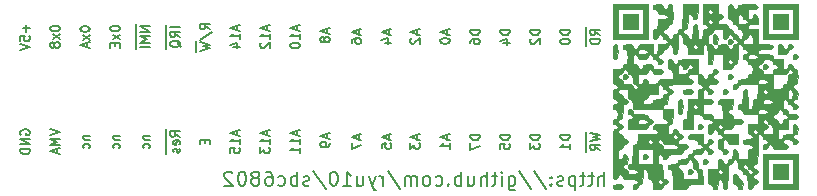
<source format=gbo>
G04 #@! TF.GenerationSoftware,KiCad,Pcbnew,(5.1.2-1)-1*
G04 #@! TF.CreationDate,2019-12-30T16:57:33-08:00*
G04 #@! TF.ProjectId,sbc6802,73626336-3830-4322-9e6b-696361645f70,2.0*
G04 #@! TF.SameCoordinates,Original*
G04 #@! TF.FileFunction,Legend,Bot*
G04 #@! TF.FilePolarity,Positive*
%FSLAX46Y46*%
G04 Gerber Fmt 4.6, Leading zero omitted, Abs format (unit mm)*
G04 Created by KiCad (PCBNEW (5.1.2-1)-1) date 2019-12-30 16:57:33*
%MOMM*%
%LPD*%
G04 APERTURE LIST*
%ADD10C,0.150000*%
%ADD11C,0.010000*%
G04 APERTURE END LIST*
D10*
X160280333Y-130873571D02*
X160280333Y-131254523D01*
X160508904Y-130797380D02*
X159708904Y-131064047D01*
X160508904Y-131330714D01*
X159708904Y-131978333D02*
X159708904Y-131597380D01*
X160089857Y-131559285D01*
X160051761Y-131597380D01*
X160013666Y-131673571D01*
X160013666Y-131864047D01*
X160051761Y-131940238D01*
X160089857Y-131978333D01*
X160166047Y-132016428D01*
X160356523Y-132016428D01*
X160432714Y-131978333D01*
X160470809Y-131940238D01*
X160508904Y-131864047D01*
X160508904Y-131673571D01*
X160470809Y-131597380D01*
X160432714Y-131559285D01*
X157740333Y-130873571D02*
X157740333Y-131254523D01*
X157968904Y-130797380D02*
X157168904Y-131064047D01*
X157968904Y-131330714D01*
X157168904Y-131521190D02*
X157168904Y-132054523D01*
X157968904Y-131711666D01*
X162693333Y-130873571D02*
X162693333Y-131254523D01*
X162921904Y-130797380D02*
X162121904Y-131064047D01*
X162921904Y-131330714D01*
X162121904Y-131521190D02*
X162121904Y-132016428D01*
X162426666Y-131749761D01*
X162426666Y-131864047D01*
X162464761Y-131940238D01*
X162502857Y-131978333D01*
X162579047Y-132016428D01*
X162769523Y-132016428D01*
X162845714Y-131978333D01*
X162883809Y-131940238D01*
X162921904Y-131864047D01*
X162921904Y-131635476D01*
X162883809Y-131559285D01*
X162845714Y-131521190D01*
X149993333Y-130492619D02*
X149993333Y-130873571D01*
X150221904Y-130416428D02*
X149421904Y-130683095D01*
X150221904Y-130949761D01*
X150221904Y-131635476D02*
X150221904Y-131178333D01*
X150221904Y-131406904D02*
X149421904Y-131406904D01*
X149536190Y-131330714D01*
X149612380Y-131254523D01*
X149650476Y-131178333D01*
X149421904Y-131902142D02*
X149421904Y-132397380D01*
X149726666Y-132130714D01*
X149726666Y-132245000D01*
X149764761Y-132321190D01*
X149802857Y-132359285D01*
X149879047Y-132397380D01*
X150069523Y-132397380D01*
X150145714Y-132359285D01*
X150183809Y-132321190D01*
X150221904Y-132245000D01*
X150221904Y-132016428D01*
X150183809Y-131940238D01*
X150145714Y-131902142D01*
X155073333Y-130746571D02*
X155073333Y-131127523D01*
X155301904Y-130670380D02*
X154501904Y-130937047D01*
X155301904Y-131203714D01*
X155301904Y-131508476D02*
X155301904Y-131660857D01*
X155263809Y-131737047D01*
X155225714Y-131775142D01*
X155111428Y-131851333D01*
X154959047Y-131889428D01*
X154654285Y-131889428D01*
X154578095Y-131851333D01*
X154540000Y-131813238D01*
X154501904Y-131737047D01*
X154501904Y-131584666D01*
X154540000Y-131508476D01*
X154578095Y-131470380D01*
X154654285Y-131432285D01*
X154844761Y-131432285D01*
X154920952Y-131470380D01*
X154959047Y-131508476D01*
X154997142Y-131584666D01*
X154997142Y-131737047D01*
X154959047Y-131813238D01*
X154920952Y-131851333D01*
X154844761Y-131889428D01*
X152533333Y-130492619D02*
X152533333Y-130873571D01*
X152761904Y-130416428D02*
X151961904Y-130683095D01*
X152761904Y-130949761D01*
X152761904Y-131635476D02*
X152761904Y-131178333D01*
X152761904Y-131406904D02*
X151961904Y-131406904D01*
X152076190Y-131330714D01*
X152152380Y-131254523D01*
X152190476Y-131178333D01*
X152761904Y-132397380D02*
X152761904Y-131940238D01*
X152761904Y-132168809D02*
X151961904Y-132168809D01*
X152076190Y-132092619D01*
X152152380Y-132016428D01*
X152190476Y-131940238D01*
X152533333Y-121602619D02*
X152533333Y-121983571D01*
X152761904Y-121526428D02*
X151961904Y-121793095D01*
X152761904Y-122059761D01*
X152761904Y-122745476D02*
X152761904Y-122288333D01*
X152761904Y-122516904D02*
X151961904Y-122516904D01*
X152076190Y-122440714D01*
X152152380Y-122364523D01*
X152190476Y-122288333D01*
X151961904Y-123240714D02*
X151961904Y-123316904D01*
X152000000Y-123393095D01*
X152038095Y-123431190D01*
X152114285Y-123469285D01*
X152266666Y-123507380D01*
X152457142Y-123507380D01*
X152609523Y-123469285D01*
X152685714Y-123431190D01*
X152723809Y-123393095D01*
X152761904Y-123316904D01*
X152761904Y-123240714D01*
X152723809Y-123164523D01*
X152685714Y-123126428D01*
X152609523Y-123088333D01*
X152457142Y-123050238D01*
X152266666Y-123050238D01*
X152114285Y-123088333D01*
X152038095Y-123126428D01*
X152000000Y-123164523D01*
X151961904Y-123240714D01*
X149993333Y-121602619D02*
X149993333Y-121983571D01*
X150221904Y-121526428D02*
X149421904Y-121793095D01*
X150221904Y-122059761D01*
X150221904Y-122745476D02*
X150221904Y-122288333D01*
X150221904Y-122516904D02*
X149421904Y-122516904D01*
X149536190Y-122440714D01*
X149612380Y-122364523D01*
X149650476Y-122288333D01*
X149498095Y-123050238D02*
X149460000Y-123088333D01*
X149421904Y-123164523D01*
X149421904Y-123355000D01*
X149460000Y-123431190D01*
X149498095Y-123469285D01*
X149574285Y-123507380D01*
X149650476Y-123507380D01*
X149764761Y-123469285D01*
X150221904Y-123012142D01*
X150221904Y-123507380D01*
X155073333Y-121856571D02*
X155073333Y-122237523D01*
X155301904Y-121780380D02*
X154501904Y-122047047D01*
X155301904Y-122313714D01*
X154844761Y-122694666D02*
X154806666Y-122618476D01*
X154768571Y-122580380D01*
X154692380Y-122542285D01*
X154654285Y-122542285D01*
X154578095Y-122580380D01*
X154540000Y-122618476D01*
X154501904Y-122694666D01*
X154501904Y-122847047D01*
X154540000Y-122923238D01*
X154578095Y-122961333D01*
X154654285Y-122999428D01*
X154692380Y-122999428D01*
X154768571Y-122961333D01*
X154806666Y-122923238D01*
X154844761Y-122847047D01*
X154844761Y-122694666D01*
X154882857Y-122618476D01*
X154920952Y-122580380D01*
X154997142Y-122542285D01*
X155149523Y-122542285D01*
X155225714Y-122580380D01*
X155263809Y-122618476D01*
X155301904Y-122694666D01*
X155301904Y-122847047D01*
X155263809Y-122923238D01*
X155225714Y-122961333D01*
X155149523Y-122999428D01*
X154997142Y-122999428D01*
X154920952Y-122961333D01*
X154882857Y-122923238D01*
X154844761Y-122847047D01*
X160280333Y-121983571D02*
X160280333Y-122364523D01*
X160508904Y-121907380D02*
X159708904Y-122174047D01*
X160508904Y-122440714D01*
X159975571Y-123050238D02*
X160508904Y-123050238D01*
X159670809Y-122859761D02*
X160242238Y-122669285D01*
X160242238Y-123164523D01*
X157740333Y-121983571D02*
X157740333Y-122364523D01*
X157968904Y-121907380D02*
X157168904Y-122174047D01*
X157968904Y-122440714D01*
X157168904Y-123050238D02*
X157168904Y-122897857D01*
X157207000Y-122821666D01*
X157245095Y-122783571D01*
X157359380Y-122707380D01*
X157511761Y-122669285D01*
X157816523Y-122669285D01*
X157892714Y-122707380D01*
X157930809Y-122745476D01*
X157968904Y-122821666D01*
X157968904Y-122974047D01*
X157930809Y-123050238D01*
X157892714Y-123088333D01*
X157816523Y-123126428D01*
X157626047Y-123126428D01*
X157549857Y-123088333D01*
X157511761Y-123050238D01*
X157473666Y-122974047D01*
X157473666Y-122821666D01*
X157511761Y-122745476D01*
X157549857Y-122707380D01*
X157626047Y-122669285D01*
X162693333Y-121983571D02*
X162693333Y-122364523D01*
X162921904Y-121907380D02*
X162121904Y-122174047D01*
X162921904Y-122440714D01*
X162198095Y-122669285D02*
X162160000Y-122707380D01*
X162121904Y-122783571D01*
X162121904Y-122974047D01*
X162160000Y-123050238D01*
X162198095Y-123088333D01*
X162274285Y-123126428D01*
X162350476Y-123126428D01*
X162464761Y-123088333D01*
X162921904Y-122631190D01*
X162921904Y-123126428D01*
X173081904Y-130854523D02*
X172281904Y-130854523D01*
X172281904Y-131045000D01*
X172320000Y-131159285D01*
X172396190Y-131235476D01*
X172472380Y-131273571D01*
X172624761Y-131311666D01*
X172739047Y-131311666D01*
X172891428Y-131273571D01*
X172967619Y-131235476D01*
X173043809Y-131159285D01*
X173081904Y-131045000D01*
X173081904Y-130854523D01*
X172281904Y-131578333D02*
X172281904Y-132073571D01*
X172586666Y-131806904D01*
X172586666Y-131921190D01*
X172624761Y-131997380D01*
X172662857Y-132035476D01*
X172739047Y-132073571D01*
X172929523Y-132073571D01*
X173005714Y-132035476D01*
X173043809Y-131997380D01*
X173081904Y-131921190D01*
X173081904Y-131692619D01*
X173043809Y-131616428D01*
X173005714Y-131578333D01*
X170541904Y-130854523D02*
X169741904Y-130854523D01*
X169741904Y-131045000D01*
X169780000Y-131159285D01*
X169856190Y-131235476D01*
X169932380Y-131273571D01*
X170084761Y-131311666D01*
X170199047Y-131311666D01*
X170351428Y-131273571D01*
X170427619Y-131235476D01*
X170503809Y-131159285D01*
X170541904Y-131045000D01*
X170541904Y-130854523D01*
X169741904Y-132035476D02*
X169741904Y-131654523D01*
X170122857Y-131616428D01*
X170084761Y-131654523D01*
X170046666Y-131730714D01*
X170046666Y-131921190D01*
X170084761Y-131997380D01*
X170122857Y-132035476D01*
X170199047Y-132073571D01*
X170389523Y-132073571D01*
X170465714Y-132035476D01*
X170503809Y-131997380D01*
X170541904Y-131921190D01*
X170541904Y-131730714D01*
X170503809Y-131654523D01*
X170465714Y-131616428D01*
X170541904Y-121964523D02*
X169741904Y-121964523D01*
X169741904Y-122155000D01*
X169780000Y-122269285D01*
X169856190Y-122345476D01*
X169932380Y-122383571D01*
X170084761Y-122421666D01*
X170199047Y-122421666D01*
X170351428Y-122383571D01*
X170427619Y-122345476D01*
X170503809Y-122269285D01*
X170541904Y-122155000D01*
X170541904Y-121964523D01*
X170008571Y-123107380D02*
X170541904Y-123107380D01*
X169703809Y-122916904D02*
X170275238Y-122726428D01*
X170275238Y-123221666D01*
X173081904Y-121964523D02*
X172281904Y-121964523D01*
X172281904Y-122155000D01*
X172320000Y-122269285D01*
X172396190Y-122345476D01*
X172472380Y-122383571D01*
X172624761Y-122421666D01*
X172739047Y-122421666D01*
X172891428Y-122383571D01*
X172967619Y-122345476D01*
X173043809Y-122269285D01*
X173081904Y-122155000D01*
X173081904Y-121964523D01*
X172358095Y-122726428D02*
X172320000Y-122764523D01*
X172281904Y-122840714D01*
X172281904Y-123031190D01*
X172320000Y-123107380D01*
X172358095Y-123145476D01*
X172434285Y-123183571D01*
X172510476Y-123183571D01*
X172624761Y-123145476D01*
X173081904Y-122688333D01*
X173081904Y-123183571D01*
X178547500Y-135162857D02*
X178547500Y-133962857D01*
X178033214Y-135162857D02*
X178033214Y-134534285D01*
X178090357Y-134420000D01*
X178204642Y-134362857D01*
X178376071Y-134362857D01*
X178490357Y-134420000D01*
X178547500Y-134477142D01*
X177633214Y-134362857D02*
X177176071Y-134362857D01*
X177461785Y-133962857D02*
X177461785Y-134991428D01*
X177404642Y-135105714D01*
X177290357Y-135162857D01*
X177176071Y-135162857D01*
X176947500Y-134362857D02*
X176490357Y-134362857D01*
X176776071Y-133962857D02*
X176776071Y-134991428D01*
X176718928Y-135105714D01*
X176604642Y-135162857D01*
X176490357Y-135162857D01*
X176090357Y-134362857D02*
X176090357Y-135562857D01*
X176090357Y-134420000D02*
X175976071Y-134362857D01*
X175747500Y-134362857D01*
X175633214Y-134420000D01*
X175576071Y-134477142D01*
X175518928Y-134591428D01*
X175518928Y-134934285D01*
X175576071Y-135048571D01*
X175633214Y-135105714D01*
X175747500Y-135162857D01*
X175976071Y-135162857D01*
X176090357Y-135105714D01*
X175061785Y-135105714D02*
X174947500Y-135162857D01*
X174718928Y-135162857D01*
X174604642Y-135105714D01*
X174547500Y-134991428D01*
X174547500Y-134934285D01*
X174604642Y-134820000D01*
X174718928Y-134762857D01*
X174890357Y-134762857D01*
X175004642Y-134705714D01*
X175061785Y-134591428D01*
X175061785Y-134534285D01*
X175004642Y-134420000D01*
X174890357Y-134362857D01*
X174718928Y-134362857D01*
X174604642Y-134420000D01*
X174033214Y-135048571D02*
X173976071Y-135105714D01*
X174033214Y-135162857D01*
X174090357Y-135105714D01*
X174033214Y-135048571D01*
X174033214Y-135162857D01*
X174033214Y-134420000D02*
X173976071Y-134477142D01*
X174033214Y-134534285D01*
X174090357Y-134477142D01*
X174033214Y-134420000D01*
X174033214Y-134534285D01*
X172604642Y-133905714D02*
X173633214Y-135448571D01*
X171347500Y-133905714D02*
X172376071Y-135448571D01*
X170433214Y-134362857D02*
X170433214Y-135334285D01*
X170490357Y-135448571D01*
X170547500Y-135505714D01*
X170661785Y-135562857D01*
X170833214Y-135562857D01*
X170947500Y-135505714D01*
X170433214Y-135105714D02*
X170547500Y-135162857D01*
X170776071Y-135162857D01*
X170890357Y-135105714D01*
X170947500Y-135048571D01*
X171004642Y-134934285D01*
X171004642Y-134591428D01*
X170947500Y-134477142D01*
X170890357Y-134420000D01*
X170776071Y-134362857D01*
X170547500Y-134362857D01*
X170433214Y-134420000D01*
X169861785Y-135162857D02*
X169861785Y-134362857D01*
X169861785Y-133962857D02*
X169918928Y-134020000D01*
X169861785Y-134077142D01*
X169804642Y-134020000D01*
X169861785Y-133962857D01*
X169861785Y-134077142D01*
X169461785Y-134362857D02*
X169004642Y-134362857D01*
X169290357Y-133962857D02*
X169290357Y-134991428D01*
X169233214Y-135105714D01*
X169118928Y-135162857D01*
X169004642Y-135162857D01*
X168604642Y-135162857D02*
X168604642Y-133962857D01*
X168090357Y-135162857D02*
X168090357Y-134534285D01*
X168147500Y-134420000D01*
X168261785Y-134362857D01*
X168433214Y-134362857D01*
X168547500Y-134420000D01*
X168604642Y-134477142D01*
X167004642Y-134362857D02*
X167004642Y-135162857D01*
X167518928Y-134362857D02*
X167518928Y-134991428D01*
X167461785Y-135105714D01*
X167347500Y-135162857D01*
X167176071Y-135162857D01*
X167061785Y-135105714D01*
X167004642Y-135048571D01*
X166433214Y-135162857D02*
X166433214Y-133962857D01*
X166433214Y-134420000D02*
X166318928Y-134362857D01*
X166090357Y-134362857D01*
X165976071Y-134420000D01*
X165918928Y-134477142D01*
X165861785Y-134591428D01*
X165861785Y-134934285D01*
X165918928Y-135048571D01*
X165976071Y-135105714D01*
X166090357Y-135162857D01*
X166318928Y-135162857D01*
X166433214Y-135105714D01*
X165347500Y-135048571D02*
X165290357Y-135105714D01*
X165347500Y-135162857D01*
X165404642Y-135105714D01*
X165347500Y-135048571D01*
X165347500Y-135162857D01*
X164261785Y-135105714D02*
X164376071Y-135162857D01*
X164604642Y-135162857D01*
X164718928Y-135105714D01*
X164776071Y-135048571D01*
X164833214Y-134934285D01*
X164833214Y-134591428D01*
X164776071Y-134477142D01*
X164718928Y-134420000D01*
X164604642Y-134362857D01*
X164376071Y-134362857D01*
X164261785Y-134420000D01*
X163576071Y-135162857D02*
X163690357Y-135105714D01*
X163747500Y-135048571D01*
X163804642Y-134934285D01*
X163804642Y-134591428D01*
X163747500Y-134477142D01*
X163690357Y-134420000D01*
X163576071Y-134362857D01*
X163404642Y-134362857D01*
X163290357Y-134420000D01*
X163233214Y-134477142D01*
X163176071Y-134591428D01*
X163176071Y-134934285D01*
X163233214Y-135048571D01*
X163290357Y-135105714D01*
X163404642Y-135162857D01*
X163576071Y-135162857D01*
X162661785Y-135162857D02*
X162661785Y-134362857D01*
X162661785Y-134477142D02*
X162604642Y-134420000D01*
X162490357Y-134362857D01*
X162318928Y-134362857D01*
X162204642Y-134420000D01*
X162147500Y-134534285D01*
X162147500Y-135162857D01*
X162147500Y-134534285D02*
X162090357Y-134420000D01*
X161976071Y-134362857D01*
X161804642Y-134362857D01*
X161690357Y-134420000D01*
X161633214Y-134534285D01*
X161633214Y-135162857D01*
X160204642Y-133905714D02*
X161233214Y-135448571D01*
X159804642Y-135162857D02*
X159804642Y-134362857D01*
X159804642Y-134591428D02*
X159747500Y-134477142D01*
X159690357Y-134420000D01*
X159576071Y-134362857D01*
X159461785Y-134362857D01*
X159176071Y-134362857D02*
X158890357Y-135162857D01*
X158604642Y-134362857D02*
X158890357Y-135162857D01*
X159004642Y-135448571D01*
X159061785Y-135505714D01*
X159176071Y-135562857D01*
X157633214Y-134362857D02*
X157633214Y-135162857D01*
X158147500Y-134362857D02*
X158147500Y-134991428D01*
X158090357Y-135105714D01*
X157976071Y-135162857D01*
X157804642Y-135162857D01*
X157690357Y-135105714D01*
X157633214Y-135048571D01*
X156433214Y-135162857D02*
X157118928Y-135162857D01*
X156776071Y-135162857D02*
X156776071Y-133962857D01*
X156890357Y-134134285D01*
X157004642Y-134248571D01*
X157118928Y-134305714D01*
X155690357Y-133962857D02*
X155576071Y-133962857D01*
X155461785Y-134020000D01*
X155404642Y-134077142D01*
X155347500Y-134191428D01*
X155290357Y-134420000D01*
X155290357Y-134705714D01*
X155347500Y-134934285D01*
X155404642Y-135048571D01*
X155461785Y-135105714D01*
X155576071Y-135162857D01*
X155690357Y-135162857D01*
X155804642Y-135105714D01*
X155861785Y-135048571D01*
X155918928Y-134934285D01*
X155976071Y-134705714D01*
X155976071Y-134420000D01*
X155918928Y-134191428D01*
X155861785Y-134077142D01*
X155804642Y-134020000D01*
X155690357Y-133962857D01*
X153918928Y-133905714D02*
X154947500Y-135448571D01*
X153576071Y-135105714D02*
X153461785Y-135162857D01*
X153233214Y-135162857D01*
X153118928Y-135105714D01*
X153061785Y-134991428D01*
X153061785Y-134934285D01*
X153118928Y-134820000D01*
X153233214Y-134762857D01*
X153404642Y-134762857D01*
X153518928Y-134705714D01*
X153576071Y-134591428D01*
X153576071Y-134534285D01*
X153518928Y-134420000D01*
X153404642Y-134362857D01*
X153233214Y-134362857D01*
X153118928Y-134420000D01*
X152547500Y-135162857D02*
X152547500Y-133962857D01*
X152547500Y-134420000D02*
X152433214Y-134362857D01*
X152204642Y-134362857D01*
X152090357Y-134420000D01*
X152033214Y-134477142D01*
X151976071Y-134591428D01*
X151976071Y-134934285D01*
X152033214Y-135048571D01*
X152090357Y-135105714D01*
X152204642Y-135162857D01*
X152433214Y-135162857D01*
X152547500Y-135105714D01*
X150947500Y-135105714D02*
X151061785Y-135162857D01*
X151290357Y-135162857D01*
X151404642Y-135105714D01*
X151461785Y-135048571D01*
X151518928Y-134934285D01*
X151518928Y-134591428D01*
X151461785Y-134477142D01*
X151404642Y-134420000D01*
X151290357Y-134362857D01*
X151061785Y-134362857D01*
X150947500Y-134420000D01*
X149918928Y-133962857D02*
X150147500Y-133962857D01*
X150261785Y-134020000D01*
X150318928Y-134077142D01*
X150433214Y-134248571D01*
X150490357Y-134477142D01*
X150490357Y-134934285D01*
X150433214Y-135048571D01*
X150376071Y-135105714D01*
X150261785Y-135162857D01*
X150033214Y-135162857D01*
X149918928Y-135105714D01*
X149861785Y-135048571D01*
X149804642Y-134934285D01*
X149804642Y-134648571D01*
X149861785Y-134534285D01*
X149918928Y-134477142D01*
X150033214Y-134420000D01*
X150261785Y-134420000D01*
X150376071Y-134477142D01*
X150433214Y-134534285D01*
X150490357Y-134648571D01*
X149118928Y-134477142D02*
X149233214Y-134420000D01*
X149290357Y-134362857D01*
X149347500Y-134248571D01*
X149347500Y-134191428D01*
X149290357Y-134077142D01*
X149233214Y-134020000D01*
X149118928Y-133962857D01*
X148890357Y-133962857D01*
X148776071Y-134020000D01*
X148718928Y-134077142D01*
X148661785Y-134191428D01*
X148661785Y-134248571D01*
X148718928Y-134362857D01*
X148776071Y-134420000D01*
X148890357Y-134477142D01*
X149118928Y-134477142D01*
X149233214Y-134534285D01*
X149290357Y-134591428D01*
X149347500Y-134705714D01*
X149347500Y-134934285D01*
X149290357Y-135048571D01*
X149233214Y-135105714D01*
X149118928Y-135162857D01*
X148890357Y-135162857D01*
X148776071Y-135105714D01*
X148718928Y-135048571D01*
X148661785Y-134934285D01*
X148661785Y-134705714D01*
X148718928Y-134591428D01*
X148776071Y-134534285D01*
X148890357Y-134477142D01*
X147918928Y-133962857D02*
X147804642Y-133962857D01*
X147690357Y-134020000D01*
X147633214Y-134077142D01*
X147576071Y-134191428D01*
X147518928Y-134420000D01*
X147518928Y-134705714D01*
X147576071Y-134934285D01*
X147633214Y-135048571D01*
X147690357Y-135105714D01*
X147804642Y-135162857D01*
X147918928Y-135162857D01*
X148033214Y-135105714D01*
X148090357Y-135048571D01*
X148147500Y-134934285D01*
X148204642Y-134705714D01*
X148204642Y-134420000D01*
X148147500Y-134191428D01*
X148090357Y-134077142D01*
X148033214Y-134020000D01*
X147918928Y-133962857D01*
X147061785Y-134077142D02*
X147004642Y-134020000D01*
X146890357Y-133962857D01*
X146604642Y-133962857D01*
X146490357Y-134020000D01*
X146433214Y-134077142D01*
X146376071Y-134191428D01*
X146376071Y-134305714D01*
X146433214Y-134477142D01*
X147118928Y-135162857D01*
X146376071Y-135162857D01*
X129140000Y-130835476D02*
X129101904Y-130759285D01*
X129101904Y-130645000D01*
X129140000Y-130530714D01*
X129216190Y-130454523D01*
X129292380Y-130416428D01*
X129444761Y-130378333D01*
X129559047Y-130378333D01*
X129711428Y-130416428D01*
X129787619Y-130454523D01*
X129863809Y-130530714D01*
X129901904Y-130645000D01*
X129901904Y-130721190D01*
X129863809Y-130835476D01*
X129825714Y-130873571D01*
X129559047Y-130873571D01*
X129559047Y-130721190D01*
X129901904Y-131216428D02*
X129101904Y-131216428D01*
X129901904Y-131673571D01*
X129101904Y-131673571D01*
X129901904Y-132054523D02*
X129101904Y-132054523D01*
X129101904Y-132245000D01*
X129140000Y-132359285D01*
X129216190Y-132435476D01*
X129292380Y-132473571D01*
X129444761Y-132511666D01*
X129559047Y-132511666D01*
X129711428Y-132473571D01*
X129787619Y-132435476D01*
X129863809Y-132359285D01*
X129901904Y-132245000D01*
X129901904Y-132054523D01*
X131641904Y-130378333D02*
X132441904Y-130645000D01*
X131641904Y-130911666D01*
X132441904Y-131178333D02*
X131641904Y-131178333D01*
X132213333Y-131445000D01*
X131641904Y-131711666D01*
X132441904Y-131711666D01*
X132213333Y-132054523D02*
X132213333Y-132435476D01*
X132441904Y-131978333D02*
X131641904Y-132245000D01*
X132441904Y-132511666D01*
X134448571Y-130930714D02*
X134981904Y-130930714D01*
X134524761Y-130930714D02*
X134486666Y-130968809D01*
X134448571Y-131045000D01*
X134448571Y-131159285D01*
X134486666Y-131235476D01*
X134562857Y-131273571D01*
X134981904Y-131273571D01*
X134943809Y-131997380D02*
X134981904Y-131921190D01*
X134981904Y-131768809D01*
X134943809Y-131692619D01*
X134905714Y-131654523D01*
X134829523Y-131616428D01*
X134600952Y-131616428D01*
X134524761Y-131654523D01*
X134486666Y-131692619D01*
X134448571Y-131768809D01*
X134448571Y-131921190D01*
X134486666Y-131997380D01*
X136988571Y-130930714D02*
X137521904Y-130930714D01*
X137064761Y-130930714D02*
X137026666Y-130968809D01*
X136988571Y-131045000D01*
X136988571Y-131159285D01*
X137026666Y-131235476D01*
X137102857Y-131273571D01*
X137521904Y-131273571D01*
X137483809Y-131997380D02*
X137521904Y-131921190D01*
X137521904Y-131768809D01*
X137483809Y-131692619D01*
X137445714Y-131654523D01*
X137369523Y-131616428D01*
X137140952Y-131616428D01*
X137064761Y-131654523D01*
X137026666Y-131692619D01*
X136988571Y-131768809D01*
X136988571Y-131921190D01*
X137026666Y-131997380D01*
X139528571Y-130930714D02*
X140061904Y-130930714D01*
X139604761Y-130930714D02*
X139566666Y-130968809D01*
X139528571Y-131045000D01*
X139528571Y-131159285D01*
X139566666Y-131235476D01*
X139642857Y-131273571D01*
X140061904Y-131273571D01*
X140023809Y-131997380D02*
X140061904Y-131921190D01*
X140061904Y-131768809D01*
X140023809Y-131692619D01*
X139985714Y-131654523D01*
X139909523Y-131616428D01*
X139680952Y-131616428D01*
X139604761Y-131654523D01*
X139566666Y-131692619D01*
X139528571Y-131768809D01*
X139528571Y-131921190D01*
X139566666Y-131997380D01*
X141469000Y-130378333D02*
X141469000Y-131178333D01*
X142601904Y-131025952D02*
X142220952Y-130759285D01*
X142601904Y-130568809D02*
X141801904Y-130568809D01*
X141801904Y-130873571D01*
X141840000Y-130949761D01*
X141878095Y-130987857D01*
X141954285Y-131025952D01*
X142068571Y-131025952D01*
X142144761Y-130987857D01*
X142182857Y-130949761D01*
X142220952Y-130873571D01*
X142220952Y-130568809D01*
X141469000Y-131178333D02*
X141469000Y-131864047D01*
X142563809Y-131673571D02*
X142601904Y-131597380D01*
X142601904Y-131445000D01*
X142563809Y-131368809D01*
X142487619Y-131330714D01*
X142182857Y-131330714D01*
X142106666Y-131368809D01*
X142068571Y-131445000D01*
X142068571Y-131597380D01*
X142106666Y-131673571D01*
X142182857Y-131711666D01*
X142259047Y-131711666D01*
X142335238Y-131330714D01*
X141469000Y-131864047D02*
X141469000Y-132511666D01*
X142563809Y-132016428D02*
X142601904Y-132092619D01*
X142601904Y-132245000D01*
X142563809Y-132321190D01*
X142487619Y-132359285D01*
X142449523Y-132359285D01*
X142373333Y-132321190D01*
X142335238Y-132245000D01*
X142335238Y-132130714D01*
X142297142Y-132054523D01*
X142220952Y-132016428D01*
X142182857Y-132016428D01*
X142106666Y-132054523D01*
X142068571Y-132130714D01*
X142068571Y-132245000D01*
X142106666Y-132321190D01*
X144722857Y-131273571D02*
X144722857Y-131540238D01*
X145141904Y-131654523D02*
X145141904Y-131273571D01*
X144341904Y-131273571D01*
X144341904Y-131654523D01*
X147453333Y-130492619D02*
X147453333Y-130873571D01*
X147681904Y-130416428D02*
X146881904Y-130683095D01*
X147681904Y-130949761D01*
X147681904Y-131635476D02*
X147681904Y-131178333D01*
X147681904Y-131406904D02*
X146881904Y-131406904D01*
X146996190Y-131330714D01*
X147072380Y-131254523D01*
X147110476Y-131178333D01*
X146881904Y-132359285D02*
X146881904Y-131978333D01*
X147262857Y-131940238D01*
X147224761Y-131978333D01*
X147186666Y-132054523D01*
X147186666Y-132245000D01*
X147224761Y-132321190D01*
X147262857Y-132359285D01*
X147339047Y-132397380D01*
X147529523Y-132397380D01*
X147605714Y-132359285D01*
X147643809Y-132321190D01*
X147681904Y-132245000D01*
X147681904Y-132054523D01*
X147643809Y-131978333D01*
X147605714Y-131940238D01*
X165233333Y-130873571D02*
X165233333Y-131254523D01*
X165461904Y-130797380D02*
X164661904Y-131064047D01*
X165461904Y-131330714D01*
X165461904Y-132016428D02*
X165461904Y-131559285D01*
X165461904Y-131787857D02*
X164661904Y-131787857D01*
X164776190Y-131711666D01*
X164852380Y-131635476D01*
X164890476Y-131559285D01*
X168001904Y-130854523D02*
X167201904Y-130854523D01*
X167201904Y-131045000D01*
X167240000Y-131159285D01*
X167316190Y-131235476D01*
X167392380Y-131273571D01*
X167544761Y-131311666D01*
X167659047Y-131311666D01*
X167811428Y-131273571D01*
X167887619Y-131235476D01*
X167963809Y-131159285D01*
X168001904Y-131045000D01*
X168001904Y-130854523D01*
X167201904Y-131578333D02*
X167201904Y-132111666D01*
X168001904Y-131768809D01*
X175621904Y-130854523D02*
X174821904Y-130854523D01*
X174821904Y-131045000D01*
X174860000Y-131159285D01*
X174936190Y-131235476D01*
X175012380Y-131273571D01*
X175164761Y-131311666D01*
X175279047Y-131311666D01*
X175431428Y-131273571D01*
X175507619Y-131235476D01*
X175583809Y-131159285D01*
X175621904Y-131045000D01*
X175621904Y-130854523D01*
X175621904Y-132073571D02*
X175621904Y-131616428D01*
X175621904Y-131845000D02*
X174821904Y-131845000D01*
X174936190Y-131768809D01*
X175012380Y-131692619D01*
X175050476Y-131616428D01*
X177029000Y-130587857D02*
X177029000Y-131502142D01*
X177361904Y-130702142D02*
X178161904Y-130892619D01*
X177590476Y-131045000D01*
X178161904Y-131197380D01*
X177361904Y-131387857D01*
X177029000Y-131502142D02*
X177029000Y-132302142D01*
X178161904Y-132149761D02*
X177780952Y-131883095D01*
X178161904Y-131692619D02*
X177361904Y-131692619D01*
X177361904Y-131997380D01*
X177400000Y-132073571D01*
X177438095Y-132111666D01*
X177514285Y-132149761D01*
X177628571Y-132149761D01*
X177704761Y-132111666D01*
X177742857Y-132073571D01*
X177780952Y-131997380D01*
X177780952Y-131692619D01*
X177029000Y-121755000D02*
X177029000Y-122555000D01*
X178161904Y-122402619D02*
X177780952Y-122135952D01*
X178161904Y-121945476D02*
X177361904Y-121945476D01*
X177361904Y-122250238D01*
X177400000Y-122326428D01*
X177438095Y-122364523D01*
X177514285Y-122402619D01*
X177628571Y-122402619D01*
X177704761Y-122364523D01*
X177742857Y-122326428D01*
X177780952Y-122250238D01*
X177780952Y-121945476D01*
X177029000Y-122555000D02*
X177029000Y-123355000D01*
X178161904Y-122745476D02*
X177361904Y-122745476D01*
X177361904Y-122935952D01*
X177400000Y-123050238D01*
X177476190Y-123126428D01*
X177552380Y-123164523D01*
X177704761Y-123202619D01*
X177819047Y-123202619D01*
X177971428Y-123164523D01*
X178047619Y-123126428D01*
X178123809Y-123050238D01*
X178161904Y-122935952D01*
X178161904Y-122745476D01*
X175621904Y-121964523D02*
X174821904Y-121964523D01*
X174821904Y-122155000D01*
X174860000Y-122269285D01*
X174936190Y-122345476D01*
X175012380Y-122383571D01*
X175164761Y-122421666D01*
X175279047Y-122421666D01*
X175431428Y-122383571D01*
X175507619Y-122345476D01*
X175583809Y-122269285D01*
X175621904Y-122155000D01*
X175621904Y-121964523D01*
X174821904Y-122916904D02*
X174821904Y-122993095D01*
X174860000Y-123069285D01*
X174898095Y-123107380D01*
X174974285Y-123145476D01*
X175126666Y-123183571D01*
X175317142Y-123183571D01*
X175469523Y-123145476D01*
X175545714Y-123107380D01*
X175583809Y-123069285D01*
X175621904Y-122993095D01*
X175621904Y-122916904D01*
X175583809Y-122840714D01*
X175545714Y-122802619D01*
X175469523Y-122764523D01*
X175317142Y-122726428D01*
X175126666Y-122726428D01*
X174974285Y-122764523D01*
X174898095Y-122802619D01*
X174860000Y-122840714D01*
X174821904Y-122916904D01*
X168001904Y-121964523D02*
X167201904Y-121964523D01*
X167201904Y-122155000D01*
X167240000Y-122269285D01*
X167316190Y-122345476D01*
X167392380Y-122383571D01*
X167544761Y-122421666D01*
X167659047Y-122421666D01*
X167811428Y-122383571D01*
X167887619Y-122345476D01*
X167963809Y-122269285D01*
X168001904Y-122155000D01*
X168001904Y-121964523D01*
X167201904Y-123107380D02*
X167201904Y-122955000D01*
X167240000Y-122878809D01*
X167278095Y-122840714D01*
X167392380Y-122764523D01*
X167544761Y-122726428D01*
X167849523Y-122726428D01*
X167925714Y-122764523D01*
X167963809Y-122802619D01*
X168001904Y-122878809D01*
X168001904Y-123031190D01*
X167963809Y-123107380D01*
X167925714Y-123145476D01*
X167849523Y-123183571D01*
X167659047Y-123183571D01*
X167582857Y-123145476D01*
X167544761Y-123107380D01*
X167506666Y-123031190D01*
X167506666Y-122878809D01*
X167544761Y-122802619D01*
X167582857Y-122764523D01*
X167659047Y-122726428D01*
X165233333Y-121983571D02*
X165233333Y-122364523D01*
X165461904Y-121907380D02*
X164661904Y-122174047D01*
X165461904Y-122440714D01*
X164661904Y-122859761D02*
X164661904Y-122935952D01*
X164700000Y-123012142D01*
X164738095Y-123050238D01*
X164814285Y-123088333D01*
X164966666Y-123126428D01*
X165157142Y-123126428D01*
X165309523Y-123088333D01*
X165385714Y-123050238D01*
X165423809Y-123012142D01*
X165461904Y-122935952D01*
X165461904Y-122859761D01*
X165423809Y-122783571D01*
X165385714Y-122745476D01*
X165309523Y-122707380D01*
X165157142Y-122669285D01*
X164966666Y-122669285D01*
X164814285Y-122707380D01*
X164738095Y-122745476D01*
X164700000Y-122783571D01*
X164661904Y-122859761D01*
X147453333Y-121602619D02*
X147453333Y-121983571D01*
X147681904Y-121526428D02*
X146881904Y-121793095D01*
X147681904Y-122059761D01*
X147681904Y-122745476D02*
X147681904Y-122288333D01*
X147681904Y-122516904D02*
X146881904Y-122516904D01*
X146996190Y-122440714D01*
X147072380Y-122364523D01*
X147110476Y-122288333D01*
X147148571Y-123431190D02*
X147681904Y-123431190D01*
X146843809Y-123240714D02*
X147415238Y-123050238D01*
X147415238Y-123545476D01*
X145141904Y-121926428D02*
X144760952Y-121659761D01*
X145141904Y-121469285D02*
X144341904Y-121469285D01*
X144341904Y-121774047D01*
X144380000Y-121850238D01*
X144418095Y-121888333D01*
X144494285Y-121926428D01*
X144608571Y-121926428D01*
X144684761Y-121888333D01*
X144722857Y-121850238D01*
X144760952Y-121774047D01*
X144760952Y-121469285D01*
X144303809Y-122840714D02*
X145332380Y-122155000D01*
X144009000Y-122916904D02*
X144009000Y-123831190D01*
X144341904Y-123031190D02*
X145141904Y-123221666D01*
X144570476Y-123374047D01*
X145141904Y-123526428D01*
X144341904Y-123716904D01*
X141469000Y-121545476D02*
X141469000Y-121926428D01*
X142601904Y-121735952D02*
X141801904Y-121735952D01*
X141469000Y-121926428D02*
X141469000Y-122726428D01*
X142601904Y-122574047D02*
X142220952Y-122307380D01*
X142601904Y-122116904D02*
X141801904Y-122116904D01*
X141801904Y-122421666D01*
X141840000Y-122497857D01*
X141878095Y-122535952D01*
X141954285Y-122574047D01*
X142068571Y-122574047D01*
X142144761Y-122535952D01*
X142182857Y-122497857D01*
X142220952Y-122421666D01*
X142220952Y-122116904D01*
X141469000Y-122726428D02*
X141469000Y-123564523D01*
X142678095Y-123450238D02*
X142640000Y-123374047D01*
X142563809Y-123297857D01*
X142449523Y-123183571D01*
X142411428Y-123107380D01*
X142411428Y-123031190D01*
X142601904Y-123069285D02*
X142563809Y-122993095D01*
X142487619Y-122916904D01*
X142335238Y-122878809D01*
X142068571Y-122878809D01*
X141916190Y-122916904D01*
X141840000Y-122993095D01*
X141801904Y-123069285D01*
X141801904Y-123221666D01*
X141840000Y-123297857D01*
X141916190Y-123374047D01*
X142068571Y-123412142D01*
X142335238Y-123412142D01*
X142487619Y-123374047D01*
X142563809Y-123297857D01*
X142601904Y-123221666D01*
X142601904Y-123069285D01*
X138929000Y-121488333D02*
X138929000Y-122326428D01*
X140061904Y-121678809D02*
X139261904Y-121678809D01*
X140061904Y-122135952D01*
X139261904Y-122135952D01*
X138929000Y-122326428D02*
X138929000Y-123240714D01*
X140061904Y-122516904D02*
X139261904Y-122516904D01*
X139833333Y-122783571D01*
X139261904Y-123050238D01*
X140061904Y-123050238D01*
X138929000Y-123240714D02*
X138929000Y-123621666D01*
X140061904Y-123431190D02*
X139261904Y-123431190D01*
X136721904Y-121831190D02*
X136721904Y-121907380D01*
X136760000Y-121983571D01*
X136798095Y-122021666D01*
X136874285Y-122059761D01*
X137026666Y-122097857D01*
X137217142Y-122097857D01*
X137369523Y-122059761D01*
X137445714Y-122021666D01*
X137483809Y-121983571D01*
X137521904Y-121907380D01*
X137521904Y-121831190D01*
X137483809Y-121755000D01*
X137445714Y-121716904D01*
X137369523Y-121678809D01*
X137217142Y-121640714D01*
X137026666Y-121640714D01*
X136874285Y-121678809D01*
X136798095Y-121716904D01*
X136760000Y-121755000D01*
X136721904Y-121831190D01*
X137521904Y-122364523D02*
X136988571Y-122783571D01*
X136988571Y-122364523D02*
X137521904Y-122783571D01*
X137102857Y-123088333D02*
X137102857Y-123355000D01*
X137521904Y-123469285D02*
X137521904Y-123088333D01*
X136721904Y-123088333D01*
X136721904Y-123469285D01*
X134181904Y-121850238D02*
X134181904Y-121926428D01*
X134220000Y-122002619D01*
X134258095Y-122040714D01*
X134334285Y-122078809D01*
X134486666Y-122116904D01*
X134677142Y-122116904D01*
X134829523Y-122078809D01*
X134905714Y-122040714D01*
X134943809Y-122002619D01*
X134981904Y-121926428D01*
X134981904Y-121850238D01*
X134943809Y-121774047D01*
X134905714Y-121735952D01*
X134829523Y-121697857D01*
X134677142Y-121659761D01*
X134486666Y-121659761D01*
X134334285Y-121697857D01*
X134258095Y-121735952D01*
X134220000Y-121774047D01*
X134181904Y-121850238D01*
X134981904Y-122383571D02*
X134448571Y-122802619D01*
X134448571Y-122383571D02*
X134981904Y-122802619D01*
X134753333Y-123069285D02*
X134753333Y-123450238D01*
X134981904Y-122993095D02*
X134181904Y-123259761D01*
X134981904Y-123526428D01*
X131641904Y-121812142D02*
X131641904Y-121888333D01*
X131680000Y-121964523D01*
X131718095Y-122002619D01*
X131794285Y-122040714D01*
X131946666Y-122078809D01*
X132137142Y-122078809D01*
X132289523Y-122040714D01*
X132365714Y-122002619D01*
X132403809Y-121964523D01*
X132441904Y-121888333D01*
X132441904Y-121812142D01*
X132403809Y-121735952D01*
X132365714Y-121697857D01*
X132289523Y-121659761D01*
X132137142Y-121621666D01*
X131946666Y-121621666D01*
X131794285Y-121659761D01*
X131718095Y-121697857D01*
X131680000Y-121735952D01*
X131641904Y-121812142D01*
X132441904Y-122345476D02*
X131908571Y-122764523D01*
X131908571Y-122345476D02*
X132441904Y-122764523D01*
X131984761Y-123183571D02*
X131946666Y-123107380D01*
X131908571Y-123069285D01*
X131832380Y-123031190D01*
X131794285Y-123031190D01*
X131718095Y-123069285D01*
X131680000Y-123107380D01*
X131641904Y-123183571D01*
X131641904Y-123335952D01*
X131680000Y-123412142D01*
X131718095Y-123450238D01*
X131794285Y-123488333D01*
X131832380Y-123488333D01*
X131908571Y-123450238D01*
X131946666Y-123412142D01*
X131984761Y-123335952D01*
X131984761Y-123183571D01*
X132022857Y-123107380D01*
X132060952Y-123069285D01*
X132137142Y-123031190D01*
X132289523Y-123031190D01*
X132365714Y-123069285D01*
X132403809Y-123107380D01*
X132441904Y-123183571D01*
X132441904Y-123335952D01*
X132403809Y-123412142D01*
X132365714Y-123450238D01*
X132289523Y-123488333D01*
X132137142Y-123488333D01*
X132060952Y-123450238D01*
X132022857Y-123412142D01*
X131984761Y-123335952D01*
X129597142Y-121526428D02*
X129597142Y-122135952D01*
X129901904Y-121831190D02*
X129292380Y-121831190D01*
X129101904Y-122897857D02*
X129101904Y-122516904D01*
X129482857Y-122478809D01*
X129444761Y-122516904D01*
X129406666Y-122593095D01*
X129406666Y-122783571D01*
X129444761Y-122859761D01*
X129482857Y-122897857D01*
X129559047Y-122935952D01*
X129749523Y-122935952D01*
X129825714Y-122897857D01*
X129863809Y-122859761D01*
X129901904Y-122783571D01*
X129901904Y-122593095D01*
X129863809Y-122516904D01*
X129825714Y-122478809D01*
X129101904Y-123164523D02*
X129901904Y-123431190D01*
X129101904Y-123697857D01*
D11*
G36*
X180086000Y-121920000D02*
G01*
X181356000Y-121920000D01*
X181356000Y-120650000D01*
X180086000Y-120650000D01*
X180086000Y-121920000D01*
X180086000Y-121920000D01*
G37*
X180086000Y-121920000D02*
X181356000Y-121920000D01*
X181356000Y-120650000D01*
X180086000Y-120650000D01*
X180086000Y-121920000D01*
G36*
X192786000Y-121920000D02*
G01*
X194056000Y-121920000D01*
X194056000Y-120650000D01*
X192786000Y-120650000D01*
X192786000Y-121920000D01*
X192786000Y-121920000D01*
G37*
X192786000Y-121920000D02*
X194056000Y-121920000D01*
X194056000Y-120650000D01*
X192786000Y-120650000D01*
X192786000Y-121920000D01*
G36*
X185624120Y-133848168D02*
G01*
X185589334Y-133985000D01*
X185664169Y-134161880D01*
X185801000Y-134196666D01*
X185977881Y-134121831D01*
X186012667Y-133985000D01*
X185937832Y-133808119D01*
X185801000Y-133773333D01*
X185624120Y-133848168D01*
X185624120Y-133848168D01*
G37*
X185624120Y-133848168D02*
X185589334Y-133985000D01*
X185664169Y-134161880D01*
X185801000Y-134196666D01*
X185977881Y-134121831D01*
X186012667Y-133985000D01*
X185937832Y-133808119D01*
X185801000Y-133773333D01*
X185624120Y-133848168D01*
G36*
X187779187Y-122378833D02*
G01*
X187717984Y-122522319D01*
X187706000Y-122766666D01*
X187723751Y-123043626D01*
X187795494Y-123166032D01*
X187917667Y-123190000D01*
X188056147Y-123154499D01*
X188117350Y-123011013D01*
X188129334Y-122766666D01*
X188111584Y-122489706D01*
X188039841Y-122367301D01*
X187917667Y-122343333D01*
X187779187Y-122378833D01*
X187779187Y-122378833D01*
G37*
X187779187Y-122378833D02*
X187717984Y-122522319D01*
X187706000Y-122766666D01*
X187723751Y-123043626D01*
X187795494Y-123166032D01*
X187917667Y-123190000D01*
X188056147Y-123154499D01*
X188117350Y-123011013D01*
X188129334Y-122766666D01*
X188111584Y-122489706D01*
X188039841Y-122367301D01*
X187917667Y-122343333D01*
X187779187Y-122378833D01*
G36*
X189010787Y-122841502D02*
G01*
X188976000Y-122978333D01*
X189050836Y-123155213D01*
X189187667Y-123190000D01*
X189364547Y-123115164D01*
X189399334Y-122978333D01*
X189324498Y-122801453D01*
X189187667Y-122766666D01*
X189010787Y-122841502D01*
X189010787Y-122841502D01*
G37*
X189010787Y-122841502D02*
X188976000Y-122978333D01*
X189050836Y-123155213D01*
X189187667Y-123190000D01*
X189364547Y-123115164D01*
X189399334Y-122978333D01*
X189324498Y-122801453D01*
X189187667Y-122766666D01*
X189010787Y-122841502D01*
G36*
X180120787Y-125804835D02*
G01*
X180086000Y-125941666D01*
X180160836Y-126118546D01*
X180297667Y-126153333D01*
X180474547Y-126078497D01*
X180509334Y-125941666D01*
X180434498Y-125764786D01*
X180297667Y-125730000D01*
X180120787Y-125804835D01*
X180120787Y-125804835D01*
G37*
X180120787Y-125804835D02*
X180086000Y-125941666D01*
X180160836Y-126118546D01*
X180297667Y-126153333D01*
X180474547Y-126078497D01*
X180509334Y-125941666D01*
X180434498Y-125764786D01*
X180297667Y-125730000D01*
X180120787Y-125804835D01*
G36*
X191974120Y-124958168D02*
G01*
X191939334Y-125095000D01*
X192014169Y-125271880D01*
X192151000Y-125306666D01*
X192327881Y-125231831D01*
X192362667Y-125095000D01*
X192287832Y-124918119D01*
X192151000Y-124883333D01*
X191974120Y-124958168D01*
X191974120Y-124958168D01*
G37*
X191974120Y-124958168D02*
X191939334Y-125095000D01*
X192014169Y-125271880D01*
X192151000Y-125306666D01*
X192327881Y-125231831D01*
X192362667Y-125095000D01*
X192287832Y-124918119D01*
X192151000Y-124883333D01*
X191974120Y-124958168D01*
G36*
X181814120Y-132578168D02*
G01*
X181779334Y-132715000D01*
X181854169Y-132891880D01*
X181991000Y-132926666D01*
X182167881Y-132851831D01*
X182202667Y-132715000D01*
X182127832Y-132538119D01*
X181991000Y-132503333D01*
X181814120Y-132578168D01*
X181814120Y-132578168D01*
G37*
X181814120Y-132578168D02*
X181779334Y-132715000D01*
X181854169Y-132891880D01*
X181991000Y-132926666D01*
X182167881Y-132851831D01*
X182202667Y-132715000D01*
X182127832Y-132538119D01*
X181991000Y-132503333D01*
X181814120Y-132578168D01*
G36*
X180544120Y-128768168D02*
G01*
X180509334Y-128905000D01*
X180584169Y-129081880D01*
X180721000Y-129116666D01*
X180897881Y-129191502D01*
X180932667Y-129328333D01*
X180857832Y-129505213D01*
X180721000Y-129540000D01*
X180582520Y-129575500D01*
X180521318Y-129718986D01*
X180509334Y-129963333D01*
X180509334Y-130386666D01*
X181356000Y-130386666D01*
X181777846Y-130382247D01*
X182030669Y-130361894D01*
X182157045Y-130314962D01*
X182199552Y-130230807D01*
X182202667Y-130175000D01*
X182277503Y-129998119D01*
X182414334Y-129963333D01*
X182591214Y-129888497D01*
X182626000Y-129751666D01*
X182202667Y-129751666D01*
X182167167Y-129890146D01*
X182023681Y-129951349D01*
X181779334Y-129963333D01*
X181502374Y-129945583D01*
X181379968Y-129873840D01*
X181356000Y-129751666D01*
X181391501Y-129613186D01*
X181534987Y-129551983D01*
X181779334Y-129540000D01*
X182056294Y-129557750D01*
X182178699Y-129629493D01*
X182202667Y-129751666D01*
X182626000Y-129751666D01*
X182551165Y-129574786D01*
X182414334Y-129540000D01*
X182237454Y-129465164D01*
X182202667Y-129328333D01*
X182179497Y-129210113D01*
X182077717Y-129146233D01*
X181848920Y-129120558D01*
X181567667Y-129116666D01*
X181213007Y-129108943D01*
X181021367Y-129075016D01*
X180944341Y-128998751D01*
X180932667Y-128905000D01*
X180857832Y-128728119D01*
X180721000Y-128693333D01*
X180544120Y-128768168D01*
X180544120Y-128768168D01*
G37*
X180544120Y-128768168D02*
X180509334Y-128905000D01*
X180584169Y-129081880D01*
X180721000Y-129116666D01*
X180897881Y-129191502D01*
X180932667Y-129328333D01*
X180857832Y-129505213D01*
X180721000Y-129540000D01*
X180582520Y-129575500D01*
X180521318Y-129718986D01*
X180509334Y-129963333D01*
X180509334Y-130386666D01*
X181356000Y-130386666D01*
X181777846Y-130382247D01*
X182030669Y-130361894D01*
X182157045Y-130314962D01*
X182199552Y-130230807D01*
X182202667Y-130175000D01*
X182277503Y-129998119D01*
X182414334Y-129963333D01*
X182591214Y-129888497D01*
X182626000Y-129751666D01*
X182202667Y-129751666D01*
X182167167Y-129890146D01*
X182023681Y-129951349D01*
X181779334Y-129963333D01*
X181502374Y-129945583D01*
X181379968Y-129873840D01*
X181356000Y-129751666D01*
X181391501Y-129613186D01*
X181534987Y-129551983D01*
X181779334Y-129540000D01*
X182056294Y-129557750D01*
X182178699Y-129629493D01*
X182202667Y-129751666D01*
X182626000Y-129751666D01*
X182551165Y-129574786D01*
X182414334Y-129540000D01*
X182237454Y-129465164D01*
X182202667Y-129328333D01*
X182179497Y-129210113D01*
X182077717Y-129146233D01*
X181848920Y-129120558D01*
X181567667Y-129116666D01*
X181213007Y-129108943D01*
X181021367Y-129075016D01*
X180944341Y-128998751D01*
X180932667Y-128905000D01*
X180857832Y-128728119D01*
X180721000Y-128693333D01*
X180544120Y-128768168D01*
G36*
X192786000Y-134620000D02*
G01*
X194056000Y-134620000D01*
X194056000Y-133350000D01*
X192786000Y-133350000D01*
X192786000Y-134620000D01*
X192786000Y-134620000D01*
G37*
X192786000Y-134620000D02*
X194056000Y-134620000D01*
X194056000Y-133350000D01*
X192786000Y-133350000D01*
X192786000Y-134620000D01*
G36*
X179239334Y-122766666D02*
G01*
X182202667Y-122766666D01*
X182202667Y-120226666D01*
X181779334Y-120226666D01*
X181779334Y-122343333D01*
X179662667Y-122343333D01*
X179662667Y-120226666D01*
X181779334Y-120226666D01*
X182202667Y-120226666D01*
X182202667Y-119803333D01*
X179239334Y-119803333D01*
X179239334Y-122766666D01*
X179239334Y-122766666D01*
G37*
X179239334Y-122766666D02*
X182202667Y-122766666D01*
X182202667Y-120226666D01*
X181779334Y-120226666D01*
X181779334Y-122343333D01*
X179662667Y-122343333D01*
X179662667Y-120226666D01*
X181779334Y-120226666D01*
X182202667Y-120226666D01*
X182202667Y-119803333D01*
X179239334Y-119803333D01*
X179239334Y-122766666D01*
G36*
X191939334Y-122766666D02*
G01*
X194902667Y-122766666D01*
X194902667Y-120226666D01*
X194479334Y-120226666D01*
X194479334Y-122343333D01*
X192362667Y-122343333D01*
X192362667Y-120226666D01*
X194479334Y-120226666D01*
X194902667Y-120226666D01*
X194902667Y-119803333D01*
X191939334Y-119803333D01*
X191939334Y-122766666D01*
X191939334Y-122766666D01*
G37*
X191939334Y-122766666D02*
X194902667Y-122766666D01*
X194902667Y-120226666D01*
X194479334Y-120226666D01*
X194479334Y-122343333D01*
X192362667Y-122343333D01*
X192362667Y-120226666D01*
X194479334Y-120226666D01*
X194902667Y-120226666D01*
X194902667Y-119803333D01*
X191939334Y-119803333D01*
X191939334Y-122766666D01*
G36*
X193282520Y-123225500D02*
G01*
X193221318Y-123368986D01*
X193209334Y-123613333D01*
X193209334Y-124036666D01*
X193632667Y-124036666D01*
X193909627Y-124018916D01*
X194032033Y-123947173D01*
X194056000Y-123825000D01*
X194130836Y-123648119D01*
X194267667Y-123613333D01*
X194444547Y-123538497D01*
X194479334Y-123401666D01*
X194404498Y-123224786D01*
X194267667Y-123190000D01*
X194090787Y-123264835D01*
X194056000Y-123401666D01*
X193981165Y-123578546D01*
X193844334Y-123613333D01*
X193667454Y-123538497D01*
X193632667Y-123401666D01*
X193557832Y-123224786D01*
X193421000Y-123190000D01*
X193282520Y-123225500D01*
X193282520Y-123225500D01*
G37*
X193282520Y-123225500D02*
X193221318Y-123368986D01*
X193209334Y-123613333D01*
X193209334Y-124036666D01*
X193632667Y-124036666D01*
X193909627Y-124018916D01*
X194032033Y-123947173D01*
X194056000Y-123825000D01*
X194130836Y-123648119D01*
X194267667Y-123613333D01*
X194444547Y-123538497D01*
X194479334Y-123401666D01*
X194404498Y-123224786D01*
X194267667Y-123190000D01*
X194090787Y-123264835D01*
X194056000Y-123401666D01*
X193981165Y-123578546D01*
X193844334Y-123613333D01*
X193667454Y-123538497D01*
X193632667Y-123401666D01*
X193557832Y-123224786D01*
X193421000Y-123190000D01*
X193282520Y-123225500D01*
G36*
X179332780Y-123213169D02*
G01*
X179268900Y-123314949D01*
X179243225Y-123543746D01*
X179239334Y-123825000D01*
X179247057Y-124179660D01*
X179280984Y-124371300D01*
X179357249Y-124448325D01*
X179451000Y-124460000D01*
X179569221Y-124436830D01*
X179633101Y-124335050D01*
X179658776Y-124106253D01*
X179662667Y-123825000D01*
X179654944Y-123470339D01*
X179621017Y-123278699D01*
X179544752Y-123201674D01*
X179451000Y-123190000D01*
X179332780Y-123213169D01*
X179332780Y-123213169D01*
G37*
X179332780Y-123213169D02*
X179268900Y-123314949D01*
X179243225Y-123543746D01*
X179239334Y-123825000D01*
X179247057Y-124179660D01*
X179280984Y-124371300D01*
X179357249Y-124448325D01*
X179451000Y-124460000D01*
X179569221Y-124436830D01*
X179633101Y-124335050D01*
X179658776Y-124106253D01*
X179662667Y-123825000D01*
X179654944Y-123470339D01*
X179621017Y-123278699D01*
X179544752Y-123201674D01*
X179451000Y-123190000D01*
X179332780Y-123213169D01*
G36*
X194514120Y-124111502D02*
G01*
X194479334Y-124248333D01*
X194554169Y-124425213D01*
X194691000Y-124460000D01*
X194867881Y-124385164D01*
X194902667Y-124248333D01*
X194827832Y-124071453D01*
X194691000Y-124036666D01*
X194514120Y-124111502D01*
X194514120Y-124111502D01*
G37*
X194514120Y-124111502D02*
X194479334Y-124248333D01*
X194554169Y-124425213D01*
X194691000Y-124460000D01*
X194867881Y-124385164D01*
X194902667Y-124248333D01*
X194827832Y-124071453D01*
X194691000Y-124036666D01*
X194514120Y-124111502D01*
G36*
X189010787Y-125804835D02*
G01*
X188976000Y-125941666D01*
X189050836Y-126118546D01*
X189187667Y-126153333D01*
X189364547Y-126078497D01*
X189399334Y-125941666D01*
X189324498Y-125764786D01*
X189187667Y-125730000D01*
X189010787Y-125804835D01*
X189010787Y-125804835D01*
G37*
X189010787Y-125804835D02*
X188976000Y-125941666D01*
X189050836Y-126118546D01*
X189187667Y-126153333D01*
X189364547Y-126078497D01*
X189399334Y-125941666D01*
X189324498Y-125764786D01*
X189187667Y-125730000D01*
X189010787Y-125804835D01*
G36*
X185312374Y-127017750D02*
G01*
X185189968Y-127089493D01*
X185166000Y-127211666D01*
X185201501Y-127350146D01*
X185344987Y-127411349D01*
X185589334Y-127423333D01*
X185866294Y-127405583D01*
X185988699Y-127333840D01*
X186012667Y-127211666D01*
X185977167Y-127073186D01*
X185833681Y-127011983D01*
X185589334Y-127000000D01*
X185312374Y-127017750D01*
X185312374Y-127017750D01*
G37*
X185312374Y-127017750D02*
X185189968Y-127089493D01*
X185166000Y-127211666D01*
X185201501Y-127350146D01*
X185344987Y-127411349D01*
X185589334Y-127423333D01*
X185866294Y-127405583D01*
X185988699Y-127333840D01*
X186012667Y-127211666D01*
X185977167Y-127073186D01*
X185833681Y-127011983D01*
X185589334Y-127000000D01*
X185312374Y-127017750D01*
G36*
X188587454Y-127074835D02*
G01*
X188552667Y-127211666D01*
X188627503Y-127388546D01*
X188764334Y-127423333D01*
X188941214Y-127348497D01*
X188976000Y-127211666D01*
X188901165Y-127034786D01*
X188764334Y-127000000D01*
X188587454Y-127074835D01*
X188587454Y-127074835D01*
G37*
X188587454Y-127074835D02*
X188552667Y-127211666D01*
X188627503Y-127388546D01*
X188764334Y-127423333D01*
X188941214Y-127348497D01*
X188976000Y-127211666D01*
X188901165Y-127034786D01*
X188764334Y-127000000D01*
X188587454Y-127074835D01*
G36*
X184836114Y-127869836D02*
G01*
X184772234Y-127971616D01*
X184746559Y-128200413D01*
X184742667Y-128481666D01*
X184750390Y-128836327D01*
X184784317Y-129027966D01*
X184860583Y-129104992D01*
X184954334Y-129116666D01*
X185072554Y-129093496D01*
X185136434Y-128991716D01*
X185162109Y-128762919D01*
X185166000Y-128481666D01*
X185158277Y-128127006D01*
X185124351Y-127935366D01*
X185048085Y-127858340D01*
X184954334Y-127846666D01*
X184836114Y-127869836D01*
X184836114Y-127869836D01*
G37*
X184836114Y-127869836D02*
X184772234Y-127971616D01*
X184746559Y-128200413D01*
X184742667Y-128481666D01*
X184750390Y-128836327D01*
X184784317Y-129027966D01*
X184860583Y-129104992D01*
X184954334Y-129116666D01*
X185072554Y-129093496D01*
X185136434Y-128991716D01*
X185162109Y-128762919D01*
X185166000Y-128481666D01*
X185158277Y-128127006D01*
X185124351Y-127935366D01*
X185048085Y-127858340D01*
X184954334Y-127846666D01*
X184836114Y-127869836D01*
G36*
X186470787Y-130038168D02*
G01*
X186436000Y-130175000D01*
X186510836Y-130351880D01*
X186647667Y-130386666D01*
X186824547Y-130311831D01*
X186859334Y-130175000D01*
X186784498Y-129998119D01*
X186647667Y-129963333D01*
X186470787Y-130038168D01*
X186470787Y-130038168D01*
G37*
X186470787Y-130038168D02*
X186436000Y-130175000D01*
X186510836Y-130351880D01*
X186647667Y-130386666D01*
X186824547Y-130311831D01*
X186859334Y-130175000D01*
X186784498Y-129998119D01*
X186647667Y-129963333D01*
X186470787Y-130038168D01*
G36*
X186894120Y-133001502D02*
G01*
X186859334Y-133138333D01*
X186934169Y-133315213D01*
X187071000Y-133350000D01*
X187247881Y-133275164D01*
X187282667Y-133138333D01*
X187207832Y-132961453D01*
X187071000Y-132926666D01*
X186894120Y-133001502D01*
X186894120Y-133001502D01*
G37*
X186894120Y-133001502D02*
X186859334Y-133138333D01*
X186934169Y-133315213D01*
X187071000Y-133350000D01*
X187247881Y-133275164D01*
X187282667Y-133138333D01*
X187207832Y-132961453D01*
X187071000Y-132926666D01*
X186894120Y-133001502D01*
G36*
X179385707Y-135061083D02*
G01*
X179263302Y-135132826D01*
X179239334Y-135255000D01*
X179274834Y-135393480D01*
X179418320Y-135454682D01*
X179662667Y-135466666D01*
X179939627Y-135448916D01*
X180062033Y-135377173D01*
X180086000Y-135255000D01*
X180050500Y-135116519D01*
X179907014Y-135055317D01*
X179662667Y-135043333D01*
X179385707Y-135061083D01*
X179385707Y-135061083D01*
G37*
X179385707Y-135061083D02*
X179263302Y-135132826D01*
X179239334Y-135255000D01*
X179274834Y-135393480D01*
X179418320Y-135454682D01*
X179662667Y-135466666D01*
X179939627Y-135448916D01*
X180062033Y-135377173D01*
X180086000Y-135255000D01*
X180050500Y-135116519D01*
X179907014Y-135055317D01*
X179662667Y-135043333D01*
X179385707Y-135061083D01*
G36*
X185869673Y-130817723D02*
G01*
X185678034Y-130851649D01*
X185601008Y-130927915D01*
X185589334Y-131021666D01*
X185624834Y-131160146D01*
X185768320Y-131221349D01*
X186012667Y-131233333D01*
X186289627Y-131251083D01*
X186412033Y-131322826D01*
X186436000Y-131445000D01*
X186510836Y-131621880D01*
X186647667Y-131656666D01*
X186824547Y-131731502D01*
X186859334Y-131868333D01*
X186823834Y-132006813D01*
X186680347Y-132068016D01*
X186436000Y-132080000D01*
X186159040Y-132097750D01*
X186036635Y-132169493D01*
X186012667Y-132291666D01*
X185937832Y-132468546D01*
X185801000Y-132503333D01*
X185624120Y-132578168D01*
X185589334Y-132715000D01*
X185553834Y-132853480D01*
X185410347Y-132914682D01*
X185166000Y-132926666D01*
X184889040Y-132944416D01*
X184766635Y-133016159D01*
X184742667Y-133138333D01*
X184707167Y-133276813D01*
X184563681Y-133338016D01*
X184319334Y-133350000D01*
X184042374Y-133367750D01*
X183919968Y-133439493D01*
X183896000Y-133561666D01*
X183970836Y-133738546D01*
X184107667Y-133773333D01*
X184213129Y-133791009D01*
X184276334Y-133872422D01*
X184307928Y-134060150D01*
X184318555Y-134396769D01*
X184319334Y-134620000D01*
X184319334Y-135466666D01*
X184954334Y-135466666D01*
X185308994Y-135458943D01*
X185500634Y-135425016D01*
X185577660Y-135348751D01*
X185589334Y-135255000D01*
X185612504Y-135136779D01*
X185714284Y-135072899D01*
X185943081Y-135047224D01*
X186224334Y-135043333D01*
X186859334Y-135043333D01*
X186859334Y-134408333D01*
X186854725Y-134196666D01*
X186436000Y-134196666D01*
X186436000Y-134620000D01*
X185166000Y-134620000D01*
X185166000Y-134196666D01*
X185148250Y-133919706D01*
X185076507Y-133797301D01*
X184954334Y-133773333D01*
X184777454Y-133698497D01*
X184742667Y-133561666D01*
X184778167Y-133423186D01*
X184921654Y-133361983D01*
X185166000Y-133350000D01*
X185442961Y-133332249D01*
X185565366Y-133260506D01*
X185589334Y-133138333D01*
X185664169Y-132961453D01*
X185801000Y-132926666D01*
X185939481Y-132962166D01*
X186000683Y-133105653D01*
X186012667Y-133350000D01*
X186030417Y-133626960D01*
X186102160Y-133749365D01*
X186224334Y-133773333D01*
X186362814Y-133808833D01*
X186424017Y-133952319D01*
X186436000Y-134196666D01*
X186854725Y-134196666D01*
X186851611Y-134053672D01*
X186817684Y-133862033D01*
X186741418Y-133785007D01*
X186647667Y-133773333D01*
X186509187Y-133737833D01*
X186447984Y-133594346D01*
X186436000Y-133350000D01*
X186418250Y-133073039D01*
X186346507Y-132950634D01*
X186224334Y-132926666D01*
X186047454Y-132851831D01*
X186012667Y-132715000D01*
X186048167Y-132576519D01*
X186191654Y-132515317D01*
X186436000Y-132503333D01*
X186712961Y-132485583D01*
X186835366Y-132413840D01*
X186859334Y-132291666D01*
X186934169Y-132114786D01*
X187071000Y-132080000D01*
X187247881Y-132154835D01*
X187282667Y-132291666D01*
X187357503Y-132468546D01*
X187494334Y-132503333D01*
X187671214Y-132428497D01*
X187706000Y-132291666D01*
X187631165Y-132114786D01*
X187494334Y-132080000D01*
X187317454Y-132005164D01*
X187282667Y-131868333D01*
X187357503Y-131691453D01*
X187494334Y-131656666D01*
X187671214Y-131581831D01*
X187706000Y-131445000D01*
X187631165Y-131268119D01*
X187494334Y-131233333D01*
X187317454Y-131308168D01*
X187282667Y-131445000D01*
X187207832Y-131621880D01*
X187071000Y-131656666D01*
X186932520Y-131621166D01*
X186871318Y-131477680D01*
X186859334Y-131233333D01*
X186859334Y-130810000D01*
X186224334Y-130810000D01*
X185869673Y-130817723D01*
X185869673Y-130817723D01*
G37*
X185869673Y-130817723D02*
X185678034Y-130851649D01*
X185601008Y-130927915D01*
X185589334Y-131021666D01*
X185624834Y-131160146D01*
X185768320Y-131221349D01*
X186012667Y-131233333D01*
X186289627Y-131251083D01*
X186412033Y-131322826D01*
X186436000Y-131445000D01*
X186510836Y-131621880D01*
X186647667Y-131656666D01*
X186824547Y-131731502D01*
X186859334Y-131868333D01*
X186823834Y-132006813D01*
X186680347Y-132068016D01*
X186436000Y-132080000D01*
X186159040Y-132097750D01*
X186036635Y-132169493D01*
X186012667Y-132291666D01*
X185937832Y-132468546D01*
X185801000Y-132503333D01*
X185624120Y-132578168D01*
X185589334Y-132715000D01*
X185553834Y-132853480D01*
X185410347Y-132914682D01*
X185166000Y-132926666D01*
X184889040Y-132944416D01*
X184766635Y-133016159D01*
X184742667Y-133138333D01*
X184707167Y-133276813D01*
X184563681Y-133338016D01*
X184319334Y-133350000D01*
X184042374Y-133367750D01*
X183919968Y-133439493D01*
X183896000Y-133561666D01*
X183970836Y-133738546D01*
X184107667Y-133773333D01*
X184213129Y-133791009D01*
X184276334Y-133872422D01*
X184307928Y-134060150D01*
X184318555Y-134396769D01*
X184319334Y-134620000D01*
X184319334Y-135466666D01*
X184954334Y-135466666D01*
X185308994Y-135458943D01*
X185500634Y-135425016D01*
X185577660Y-135348751D01*
X185589334Y-135255000D01*
X185612504Y-135136779D01*
X185714284Y-135072899D01*
X185943081Y-135047224D01*
X186224334Y-135043333D01*
X186859334Y-135043333D01*
X186859334Y-134408333D01*
X186854725Y-134196666D01*
X186436000Y-134196666D01*
X186436000Y-134620000D01*
X185166000Y-134620000D01*
X185166000Y-134196666D01*
X185148250Y-133919706D01*
X185076507Y-133797301D01*
X184954334Y-133773333D01*
X184777454Y-133698497D01*
X184742667Y-133561666D01*
X184778167Y-133423186D01*
X184921654Y-133361983D01*
X185166000Y-133350000D01*
X185442961Y-133332249D01*
X185565366Y-133260506D01*
X185589334Y-133138333D01*
X185664169Y-132961453D01*
X185801000Y-132926666D01*
X185939481Y-132962166D01*
X186000683Y-133105653D01*
X186012667Y-133350000D01*
X186030417Y-133626960D01*
X186102160Y-133749365D01*
X186224334Y-133773333D01*
X186362814Y-133808833D01*
X186424017Y-133952319D01*
X186436000Y-134196666D01*
X186854725Y-134196666D01*
X186851611Y-134053672D01*
X186817684Y-133862033D01*
X186741418Y-133785007D01*
X186647667Y-133773333D01*
X186509187Y-133737833D01*
X186447984Y-133594346D01*
X186436000Y-133350000D01*
X186418250Y-133073039D01*
X186346507Y-132950634D01*
X186224334Y-132926666D01*
X186047454Y-132851831D01*
X186012667Y-132715000D01*
X186048167Y-132576519D01*
X186191654Y-132515317D01*
X186436000Y-132503333D01*
X186712961Y-132485583D01*
X186835366Y-132413840D01*
X186859334Y-132291666D01*
X186934169Y-132114786D01*
X187071000Y-132080000D01*
X187247881Y-132154835D01*
X187282667Y-132291666D01*
X187357503Y-132468546D01*
X187494334Y-132503333D01*
X187671214Y-132428497D01*
X187706000Y-132291666D01*
X187631165Y-132114786D01*
X187494334Y-132080000D01*
X187317454Y-132005164D01*
X187282667Y-131868333D01*
X187357503Y-131691453D01*
X187494334Y-131656666D01*
X187671214Y-131581831D01*
X187706000Y-131445000D01*
X187631165Y-131268119D01*
X187494334Y-131233333D01*
X187317454Y-131308168D01*
X187282667Y-131445000D01*
X187207832Y-131621880D01*
X187071000Y-131656666D01*
X186932520Y-131621166D01*
X186871318Y-131477680D01*
X186859334Y-131233333D01*
X186859334Y-130810000D01*
X186224334Y-130810000D01*
X185869673Y-130817723D01*
G36*
X189472520Y-134232166D02*
G01*
X189411318Y-134375653D01*
X189399334Y-134620000D01*
X189417084Y-134896960D01*
X189488827Y-135019365D01*
X189611000Y-135043333D01*
X189787881Y-135118168D01*
X189822667Y-135255000D01*
X189897503Y-135431880D01*
X190034334Y-135466666D01*
X190172814Y-135431166D01*
X190234017Y-135287680D01*
X190246000Y-135043333D01*
X190228250Y-134766373D01*
X190156507Y-134643967D01*
X190034334Y-134620000D01*
X189857454Y-134545164D01*
X189822667Y-134408333D01*
X189747832Y-134231453D01*
X189611000Y-134196666D01*
X189472520Y-134232166D01*
X189472520Y-134232166D01*
G37*
X189472520Y-134232166D02*
X189411318Y-134375653D01*
X189399334Y-134620000D01*
X189417084Y-134896960D01*
X189488827Y-135019365D01*
X189611000Y-135043333D01*
X189787881Y-135118168D01*
X189822667Y-135255000D01*
X189897503Y-135431880D01*
X190034334Y-135466666D01*
X190172814Y-135431166D01*
X190234017Y-135287680D01*
X190246000Y-135043333D01*
X190228250Y-134766373D01*
X190156507Y-134643967D01*
X190034334Y-134620000D01*
X189857454Y-134545164D01*
X189822667Y-134408333D01*
X189747832Y-134231453D01*
X189611000Y-134196666D01*
X189472520Y-134232166D01*
G36*
X186859334Y-120650000D02*
G01*
X186863753Y-121071845D01*
X186884106Y-121324668D01*
X186931038Y-121451044D01*
X187015193Y-121493551D01*
X187071000Y-121496666D01*
X187247881Y-121571502D01*
X187282667Y-121708333D01*
X187207832Y-121885213D01*
X187071000Y-121920000D01*
X186932520Y-121955500D01*
X186871318Y-122098986D01*
X186859334Y-122343333D01*
X186841584Y-122620293D01*
X186769841Y-122742698D01*
X186647667Y-122766666D01*
X186529447Y-122743496D01*
X186465567Y-122641716D01*
X186439892Y-122412919D01*
X186436000Y-122131666D01*
X186428277Y-121777006D01*
X186394351Y-121585366D01*
X186318085Y-121508340D01*
X186224334Y-121496666D01*
X186106114Y-121519836D01*
X186042234Y-121621616D01*
X186016559Y-121850413D01*
X186012667Y-122131666D01*
X186004944Y-122486327D01*
X185971017Y-122677966D01*
X185894752Y-122754992D01*
X185801000Y-122766666D01*
X185624120Y-122691831D01*
X185589334Y-122555000D01*
X185514498Y-122378119D01*
X185377667Y-122343333D01*
X185200787Y-122268497D01*
X185166000Y-122131666D01*
X185240836Y-121954786D01*
X185377667Y-121920000D01*
X185495887Y-121896830D01*
X185559767Y-121795050D01*
X185585442Y-121566253D01*
X185589334Y-121285000D01*
X185597057Y-120930339D01*
X185630984Y-120738699D01*
X185707249Y-120661674D01*
X185801000Y-120650000D01*
X185977881Y-120724835D01*
X186012667Y-120861666D01*
X186087503Y-121038546D01*
X186224334Y-121073333D01*
X186342554Y-121050163D01*
X186406434Y-120948383D01*
X186432109Y-120719586D01*
X186436000Y-120438333D01*
X186436000Y-119803333D01*
X185166000Y-119803333D01*
X185166000Y-120861666D01*
X185163095Y-121343354D01*
X185149272Y-121651711D01*
X185116868Y-121825049D01*
X185058222Y-121901679D01*
X184965670Y-121919913D01*
X184954334Y-121920000D01*
X184777454Y-121994835D01*
X184742667Y-122131666D01*
X184667832Y-122308546D01*
X184531000Y-122343333D01*
X184354120Y-122418168D01*
X184319334Y-122555000D01*
X184244498Y-122731880D01*
X184107667Y-122766666D01*
X183930787Y-122691831D01*
X183896000Y-122555000D01*
X183821165Y-122378119D01*
X183684334Y-122343333D01*
X183507454Y-122268497D01*
X183472667Y-122131666D01*
X183547503Y-121954786D01*
X183684334Y-121920000D01*
X183861214Y-121845164D01*
X183896000Y-121708333D01*
X183970836Y-121531453D01*
X184107667Y-121496666D01*
X184213129Y-121478990D01*
X184276334Y-121397577D01*
X184307928Y-121209849D01*
X184318555Y-120873230D01*
X184319334Y-120650000D01*
X184314915Y-120228154D01*
X184294561Y-119975331D01*
X184247629Y-119848955D01*
X184163475Y-119806448D01*
X184107667Y-119803333D01*
X183930787Y-119878168D01*
X183896000Y-120015000D01*
X183821165Y-120191880D01*
X183684334Y-120226666D01*
X183507454Y-120151831D01*
X183472667Y-120015000D01*
X183437167Y-119876519D01*
X183293681Y-119815317D01*
X183049334Y-119803333D01*
X182772374Y-119821083D01*
X182649968Y-119892826D01*
X182626000Y-120015000D01*
X182700836Y-120191880D01*
X182837667Y-120226666D01*
X183014547Y-120301502D01*
X183049334Y-120438333D01*
X183084834Y-120576813D01*
X183228320Y-120638016D01*
X183472667Y-120650000D01*
X183749627Y-120667750D01*
X183872033Y-120739493D01*
X183896000Y-120861666D01*
X183860500Y-121000146D01*
X183717014Y-121061349D01*
X183472667Y-121073333D01*
X183049334Y-121073333D01*
X183049334Y-121496666D01*
X183031584Y-121773626D01*
X182959841Y-121896032D01*
X182837667Y-121920000D01*
X182699187Y-121955500D01*
X182637984Y-122098986D01*
X182626000Y-122343333D01*
X182643751Y-122620293D01*
X182715494Y-122742698D01*
X182837667Y-122766666D01*
X183014547Y-122691831D01*
X183049334Y-122555000D01*
X183124169Y-122378119D01*
X183261000Y-122343333D01*
X183437881Y-122418168D01*
X183472667Y-122555000D01*
X183547503Y-122731880D01*
X183684334Y-122766666D01*
X183861214Y-122841502D01*
X183896000Y-122978333D01*
X183860500Y-123116813D01*
X183717014Y-123178016D01*
X183472667Y-123190000D01*
X183049334Y-123190000D01*
X183049334Y-123613333D01*
X183031584Y-123890293D01*
X182959841Y-124012698D01*
X182837667Y-124036666D01*
X182699187Y-124001166D01*
X182637984Y-123857680D01*
X182636382Y-123825000D01*
X182202667Y-123825000D01*
X182167167Y-123963480D01*
X182023681Y-124024682D01*
X181779334Y-124036666D01*
X181502374Y-124018916D01*
X181379968Y-123947173D01*
X181356000Y-123825000D01*
X181391501Y-123686519D01*
X181534987Y-123625317D01*
X181779334Y-123613333D01*
X182056294Y-123631083D01*
X182178699Y-123702826D01*
X182202667Y-123825000D01*
X182636382Y-123825000D01*
X182626000Y-123613333D01*
X182626000Y-123190000D01*
X181991000Y-123190000D01*
X181636340Y-123197723D01*
X181444700Y-123231649D01*
X181367675Y-123307915D01*
X181356000Y-123401666D01*
X181281165Y-123578546D01*
X181144334Y-123613333D01*
X180967454Y-123538497D01*
X180932667Y-123401666D01*
X180897167Y-123263186D01*
X180753681Y-123201983D01*
X180509334Y-123190000D01*
X180232374Y-123207750D01*
X180109968Y-123279493D01*
X180086000Y-123401666D01*
X180160836Y-123578546D01*
X180297667Y-123613333D01*
X180415887Y-123636503D01*
X180479767Y-123738283D01*
X180505442Y-123967080D01*
X180509334Y-124248333D01*
X180501611Y-124602993D01*
X180467684Y-124794633D01*
X180391418Y-124871659D01*
X180297667Y-124883333D01*
X180120787Y-124958168D01*
X180086000Y-125095000D01*
X180050500Y-125233480D01*
X179907014Y-125294682D01*
X179662667Y-125306666D01*
X179239334Y-125306666D01*
X179239334Y-125941666D01*
X179247057Y-126296327D01*
X179280984Y-126487966D01*
X179357249Y-126564992D01*
X179451000Y-126576666D01*
X179627881Y-126651502D01*
X179662667Y-126788333D01*
X179587832Y-126965213D01*
X179451000Y-127000000D01*
X179312520Y-127035500D01*
X179251318Y-127178986D01*
X179239334Y-127423333D01*
X179257084Y-127700293D01*
X179328827Y-127822698D01*
X179451000Y-127846666D01*
X179627881Y-127921502D01*
X179662667Y-128058333D01*
X179587832Y-128235213D01*
X179451000Y-128270000D01*
X179274120Y-128344835D01*
X179239334Y-128481666D01*
X179314169Y-128658546D01*
X179451000Y-128693333D01*
X179589481Y-128728833D01*
X179650683Y-128872319D01*
X179662667Y-129116666D01*
X179644917Y-129393626D01*
X179573174Y-129516032D01*
X179451000Y-129540000D01*
X179274120Y-129614835D01*
X179239334Y-129751666D01*
X179314169Y-129928546D01*
X179451000Y-129963333D01*
X179627881Y-130038168D01*
X179662667Y-130175000D01*
X179587832Y-130351880D01*
X179451000Y-130386666D01*
X179379103Y-130394992D01*
X179325644Y-130438151D01*
X179287896Y-130543420D01*
X179263133Y-130738072D01*
X179248627Y-131049383D01*
X179241649Y-131504626D01*
X179239473Y-132131077D01*
X179239334Y-132503333D01*
X179240166Y-133222313D01*
X179244482Y-133756902D01*
X179255009Y-134134375D01*
X179274474Y-134382007D01*
X179305605Y-134527073D01*
X179351130Y-134596847D01*
X179413775Y-134618603D01*
X179451000Y-134620000D01*
X179627881Y-134545164D01*
X179662667Y-134408333D01*
X179737503Y-134231453D01*
X179874334Y-134196666D01*
X180051214Y-134271502D01*
X180086000Y-134408333D01*
X180109170Y-134526553D01*
X180210950Y-134590433D01*
X180439747Y-134616108D01*
X180721000Y-134620000D01*
X181075661Y-134627723D01*
X181267301Y-134661649D01*
X181344326Y-134737915D01*
X181356000Y-134831666D01*
X181281165Y-135008546D01*
X181144334Y-135043333D01*
X180967454Y-135118168D01*
X180932667Y-135255000D01*
X181007503Y-135431880D01*
X181144334Y-135466666D01*
X181321214Y-135391831D01*
X181356000Y-135255000D01*
X181430836Y-135078119D01*
X181567667Y-135043333D01*
X181685887Y-135020163D01*
X181749767Y-134918383D01*
X181775442Y-134689586D01*
X181779334Y-134408333D01*
X181787057Y-134053672D01*
X181820984Y-133862033D01*
X181897249Y-133785007D01*
X181991000Y-133773333D01*
X182129481Y-133808833D01*
X182190683Y-133952319D01*
X182202667Y-134196666D01*
X182220417Y-134473626D01*
X182292160Y-134596032D01*
X182414334Y-134620000D01*
X182552814Y-134655500D01*
X182614017Y-134798986D01*
X182626000Y-135043333D01*
X182626000Y-135466666D01*
X183049334Y-135466666D01*
X183326294Y-135448916D01*
X183448699Y-135377173D01*
X183472667Y-135255000D01*
X183547503Y-135078119D01*
X183684334Y-135043333D01*
X183861214Y-134968497D01*
X183896000Y-134831666D01*
X183472667Y-134831666D01*
X183397832Y-135008546D01*
X183261000Y-135043333D01*
X183084120Y-134968497D01*
X183049334Y-134831666D01*
X183124169Y-134654786D01*
X183261000Y-134620000D01*
X183437881Y-134694835D01*
X183472667Y-134831666D01*
X183896000Y-134831666D01*
X183821165Y-134654786D01*
X183684334Y-134620000D01*
X183566114Y-134596830D01*
X183502234Y-134495050D01*
X183476559Y-134266253D01*
X183472667Y-133985000D01*
X183464944Y-133630339D01*
X183431017Y-133438699D01*
X183354752Y-133361674D01*
X183261000Y-133350000D01*
X183122520Y-133314499D01*
X183061318Y-133171013D01*
X183049334Y-132926666D01*
X183067084Y-132649706D01*
X183138827Y-132527301D01*
X183261000Y-132503333D01*
X183437881Y-132578168D01*
X183472667Y-132715000D01*
X183547503Y-132891880D01*
X183684334Y-132926666D01*
X183861214Y-132851831D01*
X183896000Y-132715000D01*
X183919170Y-132596779D01*
X184020950Y-132532899D01*
X184249747Y-132507224D01*
X184531000Y-132503333D01*
X184885661Y-132495610D01*
X185077301Y-132461683D01*
X185154326Y-132385417D01*
X185166000Y-132291666D01*
X185240836Y-132114786D01*
X185377667Y-132080000D01*
X185554547Y-132005164D01*
X185589334Y-131868333D01*
X184742667Y-131868333D01*
X184719497Y-131986553D01*
X184617717Y-132050433D01*
X184388920Y-132076108D01*
X184107667Y-132080000D01*
X182626000Y-132080000D01*
X182626000Y-133350000D01*
X181356000Y-133350000D01*
X181356000Y-132080000D01*
X182626000Y-132080000D01*
X184107667Y-132080000D01*
X183753007Y-132072276D01*
X183561367Y-132038350D01*
X183484341Y-131962084D01*
X183472667Y-131868333D01*
X183397832Y-131691453D01*
X183261000Y-131656666D01*
X183084120Y-131581831D01*
X183049334Y-131445000D01*
X182626000Y-131445000D01*
X182551165Y-131621880D01*
X182414334Y-131656666D01*
X182237454Y-131581831D01*
X182202667Y-131445000D01*
X182277503Y-131268119D01*
X182414334Y-131233333D01*
X182591214Y-131308168D01*
X182626000Y-131445000D01*
X183049334Y-131445000D01*
X183124169Y-131268119D01*
X183261000Y-131233333D01*
X183437881Y-131308168D01*
X183472667Y-131445000D01*
X183495837Y-131563220D01*
X183597617Y-131627100D01*
X183826414Y-131652775D01*
X184107667Y-131656666D01*
X184462328Y-131664389D01*
X184653967Y-131698316D01*
X184730993Y-131774582D01*
X184742667Y-131868333D01*
X185589334Y-131868333D01*
X185553834Y-131729853D01*
X185410347Y-131668650D01*
X185166000Y-131656666D01*
X184889040Y-131638916D01*
X184766635Y-131567173D01*
X184742667Y-131445000D01*
X184817503Y-131268119D01*
X184954334Y-131233333D01*
X185131214Y-131158497D01*
X185166000Y-131021666D01*
X184742667Y-131021666D01*
X184667832Y-131198546D01*
X184531000Y-131233333D01*
X184354120Y-131158497D01*
X184319334Y-131021666D01*
X184394169Y-130844786D01*
X184531000Y-130810000D01*
X184707881Y-130884835D01*
X184742667Y-131021666D01*
X185166000Y-131021666D01*
X185091165Y-130844786D01*
X184954334Y-130810000D01*
X184777454Y-130735164D01*
X184742667Y-130598333D01*
X184667832Y-130421453D01*
X184531000Y-130386666D01*
X184354120Y-130461502D01*
X184319334Y-130598333D01*
X184244498Y-130775213D01*
X184107667Y-130810000D01*
X183969187Y-130774499D01*
X183907984Y-130631013D01*
X183896000Y-130386666D01*
X183913751Y-130109706D01*
X183985494Y-129987301D01*
X184107667Y-129963333D01*
X184225887Y-129940163D01*
X184289767Y-129838383D01*
X184299498Y-129751666D01*
X183896000Y-129751666D01*
X183872831Y-129869886D01*
X183771051Y-129933766D01*
X183542254Y-129959441D01*
X183261000Y-129963333D01*
X182906340Y-129971056D01*
X182714700Y-130004983D01*
X182637675Y-130081248D01*
X182626000Y-130175000D01*
X182700836Y-130351880D01*
X182837667Y-130386666D01*
X183014547Y-130461502D01*
X183049334Y-130598333D01*
X183031658Y-130703794D01*
X182950244Y-130767000D01*
X182762516Y-130798594D01*
X182425897Y-130809221D01*
X182202667Y-130810000D01*
X181356000Y-130810000D01*
X181356000Y-131233333D01*
X181338250Y-131510293D01*
X181266507Y-131632698D01*
X181144334Y-131656666D01*
X181038872Y-131674342D01*
X180975667Y-131755756D01*
X180944073Y-131943484D01*
X180933446Y-132280103D01*
X180932667Y-132503333D01*
X180928248Y-132925179D01*
X180907895Y-133178001D01*
X180860963Y-133304377D01*
X180776808Y-133346884D01*
X180721000Y-133350000D01*
X180544120Y-133424835D01*
X180509334Y-133561666D01*
X180544834Y-133700146D01*
X180688320Y-133761349D01*
X180932667Y-133773333D01*
X181209627Y-133791083D01*
X181332033Y-133862826D01*
X181356000Y-133985000D01*
X181320500Y-134123480D01*
X181177014Y-134184682D01*
X180932667Y-134196666D01*
X180655707Y-134178916D01*
X180533302Y-134107173D01*
X180509334Y-133985000D01*
X180434498Y-133808119D01*
X180297667Y-133773333D01*
X180120787Y-133698497D01*
X180086000Y-133561666D01*
X180160836Y-133384786D01*
X180297667Y-133350000D01*
X180436147Y-133314499D01*
X180497350Y-133171013D01*
X180509334Y-132926666D01*
X180491584Y-132649706D01*
X180419841Y-132527301D01*
X180297667Y-132503333D01*
X180120787Y-132578168D01*
X180086000Y-132715000D01*
X180011165Y-132891880D01*
X179874334Y-132926666D01*
X179735854Y-132891166D01*
X179674651Y-132747680D01*
X179662667Y-132503333D01*
X179680417Y-132226373D01*
X179752160Y-132103967D01*
X179874334Y-132080000D01*
X180051214Y-132005164D01*
X180086000Y-131868333D01*
X180160836Y-131691453D01*
X180297667Y-131656666D01*
X180474547Y-131581831D01*
X180509334Y-131445000D01*
X180434498Y-131268119D01*
X180297667Y-131233333D01*
X180120787Y-131158497D01*
X180086000Y-131021666D01*
X180011165Y-130844786D01*
X179874334Y-130810000D01*
X179697454Y-130735164D01*
X179662667Y-130598333D01*
X179737503Y-130421453D01*
X179874334Y-130386666D01*
X180051214Y-130311831D01*
X180086000Y-130175000D01*
X180011165Y-129998119D01*
X179874334Y-129963333D01*
X179697454Y-129888497D01*
X179662667Y-129751666D01*
X179737503Y-129574786D01*
X179874334Y-129540000D01*
X179992554Y-129516830D01*
X180056434Y-129415050D01*
X180082109Y-129186253D01*
X180086000Y-128905000D01*
X180093724Y-128550339D01*
X180127650Y-128358699D01*
X180203916Y-128281674D01*
X180297667Y-128270000D01*
X180474547Y-128195164D01*
X180509334Y-128058333D01*
X180434498Y-127881453D01*
X180297667Y-127846666D01*
X180120787Y-127771831D01*
X180086000Y-127635000D01*
X180011165Y-127458119D01*
X179874334Y-127423333D01*
X179697454Y-127348497D01*
X179662667Y-127211666D01*
X179698167Y-127073186D01*
X179841654Y-127011983D01*
X180086000Y-127000000D01*
X180509334Y-127000000D01*
X180509334Y-127423333D01*
X180527084Y-127700293D01*
X180598827Y-127822698D01*
X180721000Y-127846666D01*
X180859481Y-127882166D01*
X180920683Y-128025653D01*
X180932667Y-128270000D01*
X180932667Y-128693333D01*
X183472667Y-128693333D01*
X183472667Y-129116666D01*
X183490417Y-129393626D01*
X183562160Y-129516032D01*
X183684334Y-129540000D01*
X183861214Y-129614835D01*
X183896000Y-129751666D01*
X184299498Y-129751666D01*
X184315442Y-129609586D01*
X184319334Y-129328333D01*
X184319334Y-128693333D01*
X183896000Y-128693333D01*
X183619040Y-128675583D01*
X183496635Y-128603840D01*
X183472667Y-128481666D01*
X183547503Y-128304786D01*
X183684334Y-128270000D01*
X183822814Y-128234499D01*
X183884017Y-128091013D01*
X183896000Y-127846666D01*
X183913751Y-127569706D01*
X183985494Y-127447301D01*
X184107667Y-127423333D01*
X184284547Y-127348497D01*
X184319334Y-127211666D01*
X183896000Y-127211666D01*
X183821165Y-127388546D01*
X183684334Y-127423333D01*
X183507454Y-127498168D01*
X183472667Y-127635000D01*
X183437167Y-127773480D01*
X183293681Y-127834682D01*
X183049334Y-127846666D01*
X182772374Y-127864416D01*
X182649968Y-127936159D01*
X182626000Y-128058333D01*
X182590500Y-128196813D01*
X182447014Y-128258016D01*
X182202667Y-128270000D01*
X181925707Y-128252249D01*
X181803302Y-128180506D01*
X181779334Y-128058333D01*
X181854169Y-127881453D01*
X181991000Y-127846666D01*
X182167881Y-127771831D01*
X182202667Y-127635000D01*
X182238167Y-127496519D01*
X182381654Y-127435317D01*
X182626000Y-127423333D01*
X183049334Y-127423333D01*
X183049334Y-127000000D01*
X183062899Y-126788333D01*
X181356000Y-126788333D01*
X181281165Y-126965213D01*
X181144334Y-127000000D01*
X180967454Y-126925164D01*
X180932667Y-126788333D01*
X180897167Y-126649853D01*
X180753681Y-126588650D01*
X180509334Y-126576666D01*
X180232374Y-126558916D01*
X180109968Y-126487173D01*
X180086000Y-126365000D01*
X180011165Y-126188119D01*
X179874334Y-126153333D01*
X179697454Y-126078497D01*
X179662667Y-125941666D01*
X179737503Y-125764786D01*
X179874334Y-125730000D01*
X180051214Y-125655164D01*
X180086000Y-125518333D01*
X180160836Y-125341453D01*
X180297667Y-125306666D01*
X180474547Y-125381502D01*
X180509334Y-125518333D01*
X180584169Y-125695213D01*
X180721000Y-125730000D01*
X180859481Y-125765500D01*
X180920683Y-125908986D01*
X180932667Y-126153333D01*
X180950417Y-126430293D01*
X181022160Y-126552698D01*
X181144334Y-126576666D01*
X181321214Y-126651502D01*
X181356000Y-126788333D01*
X183062899Y-126788333D01*
X183067084Y-126723039D01*
X183138827Y-126600634D01*
X183261000Y-126576666D01*
X183437881Y-126651502D01*
X183472667Y-126788333D01*
X183547503Y-126965213D01*
X183684334Y-127000000D01*
X183861214Y-127074835D01*
X183896000Y-127211666D01*
X184319334Y-127211666D01*
X184244498Y-127034786D01*
X184107667Y-127000000D01*
X183930787Y-126925164D01*
X183896000Y-126788333D01*
X183910526Y-126691995D01*
X183979642Y-126630324D01*
X184141662Y-126595656D01*
X184434895Y-126580330D01*
X184897654Y-126576683D01*
X184954334Y-126576666D01*
X185436021Y-126573761D01*
X185744378Y-126559938D01*
X185917717Y-126527534D01*
X185994347Y-126468887D01*
X186012581Y-126376336D01*
X186012667Y-126365000D01*
X185937832Y-126188119D01*
X185801000Y-126153333D01*
X185624120Y-126078497D01*
X185589334Y-125941666D01*
X185624834Y-125803186D01*
X185768320Y-125741983D01*
X186012667Y-125730000D01*
X186436000Y-125730000D01*
X186436000Y-126153333D01*
X186453751Y-126430293D01*
X186525494Y-126552698D01*
X186647667Y-126576666D01*
X186824547Y-126651502D01*
X186859334Y-126788333D01*
X186784498Y-126965213D01*
X186647667Y-127000000D01*
X186509187Y-127035500D01*
X186447984Y-127178986D01*
X186436000Y-127423333D01*
X186436000Y-127846666D01*
X185589334Y-127846666D01*
X185589334Y-128693333D01*
X185584915Y-129115179D01*
X185564561Y-129368001D01*
X185517629Y-129494377D01*
X185433475Y-129536884D01*
X185377667Y-129540000D01*
X185239187Y-129575500D01*
X185177984Y-129718986D01*
X185166000Y-129963333D01*
X185166000Y-130386666D01*
X186012667Y-130386666D01*
X186012667Y-129116666D01*
X186436000Y-129116666D01*
X186712961Y-129134416D01*
X186835366Y-129206159D01*
X186859334Y-129328333D01*
X186894834Y-129466813D01*
X187038320Y-129528016D01*
X187282667Y-129540000D01*
X187559627Y-129557750D01*
X187682033Y-129629493D01*
X187706000Y-129751666D01*
X187631165Y-129928546D01*
X187494334Y-129963333D01*
X187355854Y-129998833D01*
X187294651Y-130142319D01*
X187282667Y-130386666D01*
X187300417Y-130663626D01*
X187372160Y-130786032D01*
X187494334Y-130810000D01*
X187671214Y-130735164D01*
X187706000Y-130598333D01*
X187780836Y-130421453D01*
X187917667Y-130386666D01*
X188094547Y-130461502D01*
X188129334Y-130598333D01*
X188204169Y-130775213D01*
X188341000Y-130810000D01*
X188517881Y-130884835D01*
X188552667Y-131021666D01*
X188477832Y-131198546D01*
X188341000Y-131233333D01*
X188202520Y-131268833D01*
X188141318Y-131412319D01*
X188129334Y-131656666D01*
X188147084Y-131933626D01*
X188218827Y-132056032D01*
X188341000Y-132080000D01*
X188517881Y-132154835D01*
X188552667Y-132291666D01*
X188627503Y-132468546D01*
X188764334Y-132503333D01*
X188941214Y-132428497D01*
X188976000Y-132291666D01*
X188901165Y-132114786D01*
X188764334Y-132080000D01*
X188625854Y-132044499D01*
X188564651Y-131901013D01*
X188552667Y-131656666D01*
X188570417Y-131379706D01*
X188642160Y-131257301D01*
X188764334Y-131233333D01*
X188941214Y-131308168D01*
X188976000Y-131445000D01*
X189011501Y-131583480D01*
X189154987Y-131644682D01*
X189399334Y-131656666D01*
X189822667Y-131656666D01*
X189822667Y-130810000D01*
X189187667Y-130810000D01*
X188833007Y-130802276D01*
X188641367Y-130768350D01*
X188564341Y-130692084D01*
X188552667Y-130598333D01*
X188588167Y-130459853D01*
X188731654Y-130398650D01*
X188976000Y-130386666D01*
X189252961Y-130368916D01*
X189375366Y-130297173D01*
X189399334Y-130175000D01*
X188552667Y-130175000D01*
X188477832Y-130351880D01*
X188341000Y-130386666D01*
X188164120Y-130311831D01*
X188129334Y-130175000D01*
X188204169Y-129998119D01*
X188341000Y-129963333D01*
X188517881Y-130038168D01*
X188552667Y-130175000D01*
X189399334Y-130175000D01*
X189434834Y-130036519D01*
X189578320Y-129975317D01*
X189822667Y-129963333D01*
X190099627Y-129945583D01*
X190222033Y-129873840D01*
X190246000Y-129751666D01*
X190210500Y-129613186D01*
X190067014Y-129551983D01*
X189822667Y-129540000D01*
X189545707Y-129522249D01*
X189423302Y-129450506D01*
X189399334Y-129328333D01*
X189324498Y-129151453D01*
X189187667Y-129116666D01*
X189010787Y-129041831D01*
X188976000Y-128905000D01*
X189050836Y-128728119D01*
X189187667Y-128693333D01*
X189326147Y-128657833D01*
X189387350Y-128514346D01*
X189399334Y-128270000D01*
X189399334Y-127846666D01*
X188764334Y-127846666D01*
X188409673Y-127854389D01*
X188218034Y-127888316D01*
X188141008Y-127964582D01*
X188129334Y-128058333D01*
X188204169Y-128235213D01*
X188341000Y-128270000D01*
X188459221Y-128293169D01*
X188523101Y-128394949D01*
X188548776Y-128623746D01*
X188552667Y-128905000D01*
X188552667Y-129540000D01*
X188129334Y-129540000D01*
X187852374Y-129522249D01*
X187729968Y-129450506D01*
X187706000Y-129328333D01*
X187670500Y-129189853D01*
X187527014Y-129128650D01*
X187282667Y-129116666D01*
X186859334Y-129116666D01*
X186859334Y-128481666D01*
X186436000Y-128481666D01*
X186361165Y-128658546D01*
X186224334Y-128693333D01*
X186047454Y-128618497D01*
X186012667Y-128481666D01*
X186087503Y-128304786D01*
X186224334Y-128270000D01*
X186401214Y-128344835D01*
X186436000Y-128481666D01*
X186859334Y-128481666D01*
X186859334Y-128270000D01*
X187282667Y-128270000D01*
X187559627Y-128252249D01*
X187682033Y-128180506D01*
X187706000Y-128058333D01*
X187670500Y-127919853D01*
X187527014Y-127858650D01*
X187282667Y-127846666D01*
X186859334Y-127846666D01*
X186859334Y-127423333D01*
X186877084Y-127146373D01*
X186948827Y-127023967D01*
X187071000Y-127000000D01*
X187247881Y-127074835D01*
X187282667Y-127211666D01*
X187357503Y-127388546D01*
X187494334Y-127423333D01*
X187671214Y-127348497D01*
X187706000Y-127211666D01*
X187631165Y-127034786D01*
X187494334Y-127000000D01*
X187317454Y-126925164D01*
X187282667Y-126788333D01*
X187318167Y-126649853D01*
X187461654Y-126588650D01*
X187706000Y-126576666D01*
X187982961Y-126558916D01*
X188105366Y-126487173D01*
X188129334Y-126365000D01*
X188054498Y-126188119D01*
X187917667Y-126153333D01*
X187740787Y-126078497D01*
X187706000Y-125941666D01*
X187780836Y-125764786D01*
X187917667Y-125730000D01*
X188094547Y-125655164D01*
X188129334Y-125518333D01*
X188054498Y-125341453D01*
X187917667Y-125306666D01*
X187740787Y-125381502D01*
X187706000Y-125518333D01*
X187631165Y-125695213D01*
X187494334Y-125730000D01*
X187317454Y-125804835D01*
X187282667Y-125941666D01*
X187207832Y-126118546D01*
X187071000Y-126153333D01*
X186894120Y-126078497D01*
X186859334Y-125941666D01*
X186784498Y-125764786D01*
X186647667Y-125730000D01*
X186529447Y-125706830D01*
X186465567Y-125605050D01*
X186439892Y-125376253D01*
X186436000Y-125095000D01*
X186012667Y-125095000D01*
X185937832Y-125271880D01*
X185801000Y-125306666D01*
X185624120Y-125381502D01*
X185589334Y-125518333D01*
X185553834Y-125656813D01*
X185410347Y-125718016D01*
X185166000Y-125730000D01*
X184742667Y-125730000D01*
X184742667Y-125306666D01*
X184760417Y-125029706D01*
X184832160Y-124907301D01*
X184954334Y-124883333D01*
X185131214Y-124958168D01*
X185166000Y-125095000D01*
X185240836Y-125271880D01*
X185377667Y-125306666D01*
X185554547Y-125231831D01*
X185589334Y-125095000D01*
X185664169Y-124918119D01*
X185801000Y-124883333D01*
X185977881Y-124958168D01*
X186012667Y-125095000D01*
X186436000Y-125095000D01*
X186436000Y-124460000D01*
X185589334Y-124460000D01*
X185167488Y-124464419D01*
X184914666Y-124484772D01*
X184788290Y-124531704D01*
X184745783Y-124615859D01*
X184742667Y-124671666D01*
X184667832Y-124848546D01*
X184531000Y-124883333D01*
X184354120Y-124808497D01*
X184319334Y-124671666D01*
X184244498Y-124494786D01*
X184107667Y-124460000D01*
X183969187Y-124495500D01*
X183907984Y-124638986D01*
X183896000Y-124883333D01*
X183913751Y-125160293D01*
X183985494Y-125282698D01*
X184107667Y-125306666D01*
X184246147Y-125342166D01*
X184307350Y-125485653D01*
X184319334Y-125730000D01*
X184319334Y-126153333D01*
X183684334Y-126153333D01*
X183329673Y-126161056D01*
X183138034Y-126194983D01*
X183061008Y-126271248D01*
X183049334Y-126365000D01*
X183013834Y-126503480D01*
X182870347Y-126564682D01*
X182626000Y-126576666D01*
X182349040Y-126558916D01*
X182226635Y-126487173D01*
X182202667Y-126365000D01*
X182127832Y-126188119D01*
X181991000Y-126153333D01*
X181814120Y-126228168D01*
X181779334Y-126365000D01*
X181704498Y-126541880D01*
X181567667Y-126576666D01*
X181429187Y-126541166D01*
X181367984Y-126397680D01*
X181356000Y-126153333D01*
X181356000Y-125730000D01*
X181779334Y-125730000D01*
X182056294Y-125712249D01*
X182178699Y-125640506D01*
X182202667Y-125518333D01*
X182277503Y-125341453D01*
X182414334Y-125306666D01*
X182591214Y-125381502D01*
X182626000Y-125518333D01*
X182661501Y-125656813D01*
X182804987Y-125718016D01*
X183049334Y-125730000D01*
X183326294Y-125712249D01*
X183448699Y-125640506D01*
X183472667Y-125518333D01*
X183437167Y-125379853D01*
X183293681Y-125318650D01*
X183049334Y-125306666D01*
X182772374Y-125288916D01*
X182649968Y-125217173D01*
X182626000Y-125095000D01*
X182590500Y-124956519D01*
X182447014Y-124895317D01*
X182202667Y-124883333D01*
X181925707Y-124901083D01*
X181803302Y-124972826D01*
X181779334Y-125095000D01*
X181704498Y-125271880D01*
X181567667Y-125306666D01*
X181390787Y-125231831D01*
X181356000Y-125095000D01*
X181281165Y-124918119D01*
X181144334Y-124883333D01*
X181005854Y-124847833D01*
X180944651Y-124704346D01*
X180932667Y-124460000D01*
X180950417Y-124183039D01*
X181022160Y-124060634D01*
X181144334Y-124036666D01*
X181321214Y-124111502D01*
X181356000Y-124248333D01*
X181391501Y-124386813D01*
X181534987Y-124448016D01*
X181779334Y-124460000D01*
X182056294Y-124442249D01*
X182178699Y-124370506D01*
X182202667Y-124248333D01*
X182277503Y-124071453D01*
X182414334Y-124036666D01*
X182591214Y-124111502D01*
X182626000Y-124248333D01*
X182700836Y-124425213D01*
X182837667Y-124460000D01*
X183014547Y-124534835D01*
X183049334Y-124671666D01*
X183124169Y-124848546D01*
X183261000Y-124883333D01*
X183437881Y-124808497D01*
X183472667Y-124671666D01*
X183397832Y-124494786D01*
X183261000Y-124460000D01*
X183084120Y-124385164D01*
X183049334Y-124248333D01*
X183124169Y-124071453D01*
X183261000Y-124036666D01*
X183437881Y-123961831D01*
X183472667Y-123825000D01*
X183547503Y-123648119D01*
X183684334Y-123613333D01*
X183861214Y-123538497D01*
X183896000Y-123401666D01*
X183970836Y-123224786D01*
X184107667Y-123190000D01*
X184246147Y-123225500D01*
X184307350Y-123368986D01*
X184319334Y-123613333D01*
X184337084Y-123890293D01*
X184408827Y-124012698D01*
X184531000Y-124036666D01*
X184636462Y-124018990D01*
X184699668Y-123937577D01*
X184731262Y-123749849D01*
X184741888Y-123413230D01*
X184742667Y-123190000D01*
X184747086Y-122768154D01*
X184767440Y-122515331D01*
X184814372Y-122388955D01*
X184898526Y-122346448D01*
X184954334Y-122343333D01*
X185092814Y-122378833D01*
X185154017Y-122522319D01*
X185166000Y-122766666D01*
X185183751Y-123043626D01*
X185255494Y-123166032D01*
X185377667Y-123190000D01*
X185516147Y-123225500D01*
X185577350Y-123368986D01*
X185589334Y-123613333D01*
X185589334Y-124036666D01*
X186859334Y-124036666D01*
X186859334Y-123613333D01*
X186872899Y-123401666D01*
X186436000Y-123401666D01*
X186361165Y-123578546D01*
X186224334Y-123613333D01*
X186047454Y-123538497D01*
X186012667Y-123401666D01*
X186087503Y-123224786D01*
X186224334Y-123190000D01*
X186401214Y-123264835D01*
X186436000Y-123401666D01*
X186872899Y-123401666D01*
X186877084Y-123336373D01*
X186948827Y-123213967D01*
X187071000Y-123190000D01*
X187176462Y-123207676D01*
X187239668Y-123289089D01*
X187271262Y-123476817D01*
X187281888Y-123813436D01*
X187282667Y-124036666D01*
X187287086Y-124458512D01*
X187307440Y-124711334D01*
X187354372Y-124837710D01*
X187438526Y-124880217D01*
X187494334Y-124883333D01*
X187632814Y-124847833D01*
X187694017Y-124704346D01*
X187706000Y-124460000D01*
X187706000Y-124036666D01*
X188552667Y-124036666D01*
X188552667Y-125306666D01*
X188976000Y-125306666D01*
X189252961Y-125288916D01*
X189375366Y-125217173D01*
X189399334Y-125095000D01*
X189474169Y-124918119D01*
X189611000Y-124883333D01*
X189716462Y-124865657D01*
X189779668Y-124784243D01*
X189798614Y-124671666D01*
X189399334Y-124671666D01*
X189324498Y-124848546D01*
X189187667Y-124883333D01*
X189010787Y-124808497D01*
X188976000Y-124671666D01*
X189050836Y-124494786D01*
X189187667Y-124460000D01*
X189364547Y-124534835D01*
X189399334Y-124671666D01*
X189798614Y-124671666D01*
X189811262Y-124596515D01*
X189821888Y-124259896D01*
X189822667Y-124036666D01*
X189827086Y-123614820D01*
X189847440Y-123361998D01*
X189894372Y-123235622D01*
X189978526Y-123193115D01*
X190034334Y-123190000D01*
X190211214Y-123264835D01*
X190246000Y-123401666D01*
X190320836Y-123578546D01*
X190457667Y-123613333D01*
X190634547Y-123688168D01*
X190669334Y-123825000D01*
X190594498Y-124001880D01*
X190457667Y-124036666D01*
X190280787Y-124111502D01*
X190246000Y-124248333D01*
X190320836Y-124425213D01*
X190457667Y-124460000D01*
X190634547Y-124534835D01*
X190669334Y-124671666D01*
X190744169Y-124848546D01*
X190881000Y-124883333D01*
X191019481Y-124918833D01*
X191080683Y-125062319D01*
X191092667Y-125306666D01*
X191074917Y-125583626D01*
X191003174Y-125706032D01*
X190881000Y-125730000D01*
X190704120Y-125804835D01*
X190669334Y-125941666D01*
X190633834Y-126080146D01*
X190490347Y-126141349D01*
X190246000Y-126153333D01*
X189969040Y-126171083D01*
X189846635Y-126242826D01*
X189822667Y-126365000D01*
X189747832Y-126541880D01*
X189611000Y-126576666D01*
X189434120Y-126651502D01*
X189399334Y-126788333D01*
X189474169Y-126965213D01*
X189611000Y-127000000D01*
X189787881Y-126925164D01*
X189822667Y-126788333D01*
X189840343Y-126682871D01*
X189921757Y-126619666D01*
X190109485Y-126588072D01*
X190446104Y-126577445D01*
X190669334Y-126576666D01*
X191516000Y-126576666D01*
X191516000Y-127211666D01*
X191508277Y-127566327D01*
X191474351Y-127757966D01*
X191398085Y-127834992D01*
X191304334Y-127846666D01*
X191165854Y-127882166D01*
X191104651Y-128025653D01*
X191092667Y-128270000D01*
X191074917Y-128546960D01*
X191003174Y-128669365D01*
X190881000Y-128693333D01*
X190775539Y-128675657D01*
X190712333Y-128594243D01*
X190680739Y-128406515D01*
X190670113Y-128069896D01*
X190669334Y-127846666D01*
X190664915Y-127424820D01*
X190644561Y-127171998D01*
X190597629Y-127045622D01*
X190513475Y-127003115D01*
X190457667Y-127000000D01*
X190339447Y-127023169D01*
X190275567Y-127124949D01*
X190249892Y-127353746D01*
X190246000Y-127635000D01*
X190238277Y-127989660D01*
X190204351Y-128181300D01*
X190128085Y-128258325D01*
X190034334Y-128270000D01*
X189857454Y-128344835D01*
X189822667Y-128481666D01*
X189897503Y-128658546D01*
X190034334Y-128693333D01*
X190211214Y-128768168D01*
X190246000Y-128905000D01*
X190269170Y-129023220D01*
X190370950Y-129087100D01*
X190599747Y-129112775D01*
X190881000Y-129116666D01*
X191516000Y-129116666D01*
X191516000Y-129963333D01*
X190669334Y-129963333D01*
X190669334Y-130386666D01*
X190687084Y-130663626D01*
X190758827Y-130786032D01*
X190881000Y-130810000D01*
X191057881Y-130884835D01*
X191092667Y-131021666D01*
X191057167Y-131160146D01*
X190913681Y-131221349D01*
X190669334Y-131233333D01*
X190392374Y-131251083D01*
X190269968Y-131322826D01*
X190246000Y-131445000D01*
X190281501Y-131583480D01*
X190424987Y-131644682D01*
X190669334Y-131656666D01*
X190946294Y-131674416D01*
X191068699Y-131746159D01*
X191092667Y-131868333D01*
X191017832Y-132045213D01*
X190881000Y-132080000D01*
X190742520Y-132115500D01*
X190681318Y-132258986D01*
X190669334Y-132503333D01*
X190669334Y-132926666D01*
X189822667Y-132926666D01*
X189822667Y-132503333D01*
X189804917Y-132226373D01*
X189733174Y-132103967D01*
X189611000Y-132080000D01*
X189472520Y-132115500D01*
X189411318Y-132258986D01*
X189399334Y-132503333D01*
X189381584Y-132780293D01*
X189309841Y-132902698D01*
X189187667Y-132926666D01*
X189010787Y-133001502D01*
X188976000Y-133138333D01*
X188901165Y-133315213D01*
X188764334Y-133350000D01*
X188587454Y-133275164D01*
X188552667Y-133138333D01*
X188477832Y-132961453D01*
X188341000Y-132926666D01*
X188202520Y-132962166D01*
X188141318Y-133105653D01*
X188129334Y-133350000D01*
X188129334Y-133773333D01*
X187282667Y-133773333D01*
X187282667Y-134408333D01*
X187290390Y-134762993D01*
X187324317Y-134954633D01*
X187400583Y-135031659D01*
X187494334Y-135043333D01*
X187671214Y-135118168D01*
X187706000Y-135255000D01*
X187780836Y-135431880D01*
X187917667Y-135466666D01*
X188056147Y-135431166D01*
X188117350Y-135287680D01*
X188129334Y-135043333D01*
X188147084Y-134766373D01*
X188218827Y-134643967D01*
X188341000Y-134620000D01*
X188479481Y-134655500D01*
X188540683Y-134798986D01*
X188552667Y-135043333D01*
X188570417Y-135320293D01*
X188642160Y-135442698D01*
X188764334Y-135466666D01*
X188860671Y-135452141D01*
X188922343Y-135383024D01*
X188957010Y-135221005D01*
X188972336Y-134927772D01*
X188975983Y-134465013D01*
X188976000Y-134408333D01*
X188978553Y-133985000D01*
X188552667Y-133985000D01*
X188477832Y-134161880D01*
X188341000Y-134196666D01*
X188164120Y-134121831D01*
X188129334Y-133985000D01*
X188204169Y-133808119D01*
X188341000Y-133773333D01*
X188517881Y-133848168D01*
X188552667Y-133985000D01*
X188978553Y-133985000D01*
X188978906Y-133926645D01*
X188992729Y-133618288D01*
X189025133Y-133444950D01*
X189083779Y-133368320D01*
X189176331Y-133350086D01*
X189187667Y-133350000D01*
X189364547Y-133275164D01*
X189399334Y-133138333D01*
X189474169Y-132961453D01*
X189611000Y-132926666D01*
X189749481Y-132962166D01*
X189810683Y-133105653D01*
X189822667Y-133350000D01*
X189840417Y-133626960D01*
X189912160Y-133749365D01*
X190034334Y-133773333D01*
X190211214Y-133848168D01*
X190246000Y-133985000D01*
X190320836Y-134161880D01*
X190457667Y-134196666D01*
X190575887Y-134219836D01*
X190639767Y-134321616D01*
X190665442Y-134550413D01*
X190669334Y-134831666D01*
X190677057Y-135186327D01*
X190710984Y-135377966D01*
X190787249Y-135454992D01*
X190881000Y-135466666D01*
X191057881Y-135391831D01*
X191092667Y-135255000D01*
X191167503Y-135078119D01*
X191304334Y-135043333D01*
X191481214Y-134968497D01*
X191516000Y-134831666D01*
X191441165Y-134654786D01*
X191304334Y-134620000D01*
X191127454Y-134545164D01*
X191092667Y-134408333D01*
X191167503Y-134231453D01*
X191304334Y-134196666D01*
X191481214Y-134121831D01*
X191516000Y-133985000D01*
X191092667Y-133985000D01*
X191017832Y-134161880D01*
X190881000Y-134196666D01*
X190704120Y-134121831D01*
X190669334Y-133985000D01*
X190594498Y-133808119D01*
X190457667Y-133773333D01*
X190280787Y-133698497D01*
X190246000Y-133561666D01*
X190320836Y-133384786D01*
X190457667Y-133350000D01*
X190634547Y-133424835D01*
X190669334Y-133561666D01*
X190744169Y-133738546D01*
X190881000Y-133773333D01*
X191057881Y-133848168D01*
X191092667Y-133985000D01*
X191516000Y-133985000D01*
X191441165Y-133808119D01*
X191304334Y-133773333D01*
X191127454Y-133698497D01*
X191092667Y-133561666D01*
X191167503Y-133384786D01*
X191304334Y-133350000D01*
X191393684Y-133337539D01*
X191453605Y-133276774D01*
X191489942Y-133132628D01*
X191508541Y-132870025D01*
X191515248Y-132453888D01*
X191516000Y-132080000D01*
X191518077Y-131543897D01*
X191528205Y-131184373D01*
X191552229Y-130966352D01*
X191595996Y-130854757D01*
X191665352Y-130814513D01*
X191727667Y-130810000D01*
X191904547Y-130884835D01*
X191939334Y-131021666D01*
X192014169Y-131198546D01*
X192151000Y-131233333D01*
X192327881Y-131308168D01*
X192362667Y-131445000D01*
X192287832Y-131621880D01*
X192151000Y-131656666D01*
X191974120Y-131731502D01*
X191939334Y-131868333D01*
X192014169Y-132045213D01*
X192151000Y-132080000D01*
X192327881Y-132005164D01*
X192362667Y-131868333D01*
X192437503Y-131691453D01*
X192574334Y-131656666D01*
X192751214Y-131731502D01*
X192786000Y-131868333D01*
X192809170Y-131986553D01*
X192910950Y-132050433D01*
X193139747Y-132076108D01*
X193421000Y-132080000D01*
X193775661Y-132072276D01*
X193967301Y-132038350D01*
X194044326Y-131962084D01*
X194056000Y-131868333D01*
X193981165Y-131691453D01*
X193844334Y-131656666D01*
X193667454Y-131581831D01*
X193632667Y-131445000D01*
X193668167Y-131306519D01*
X193811654Y-131245317D01*
X194056000Y-131233333D01*
X194332961Y-131251083D01*
X194455366Y-131322826D01*
X194479334Y-131445000D01*
X194554169Y-131621880D01*
X194691000Y-131656666D01*
X194867881Y-131581831D01*
X194902667Y-131445000D01*
X194827832Y-131268119D01*
X194691000Y-131233333D01*
X194514120Y-131158497D01*
X194479334Y-131021666D01*
X194554169Y-130844786D01*
X194691000Y-130810000D01*
X194829481Y-130774499D01*
X194890683Y-130631013D01*
X194902667Y-130386666D01*
X194884917Y-130109706D01*
X194813174Y-129987301D01*
X194691000Y-129963333D01*
X194552520Y-129998833D01*
X194491318Y-130142319D01*
X194479334Y-130386666D01*
X194479334Y-130810000D01*
X194056000Y-130810000D01*
X193779040Y-130827750D01*
X193656635Y-130899493D01*
X193632667Y-131021666D01*
X193557832Y-131198546D01*
X193421000Y-131233333D01*
X193282520Y-131197833D01*
X193221318Y-131054346D01*
X193209334Y-130810000D01*
X193209334Y-130386666D01*
X192786000Y-130386666D01*
X192786000Y-130810000D01*
X192362667Y-130810000D01*
X192085707Y-130792249D01*
X191963302Y-130720506D01*
X191939334Y-130598333D01*
X191516000Y-130598333D01*
X191441165Y-130775213D01*
X191304334Y-130810000D01*
X191127454Y-130735164D01*
X191092667Y-130598333D01*
X191167503Y-130421453D01*
X191304334Y-130386666D01*
X191481214Y-130461502D01*
X191516000Y-130598333D01*
X191939334Y-130598333D01*
X192014169Y-130421453D01*
X192151000Y-130386666D01*
X192327881Y-130311831D01*
X192362667Y-130175000D01*
X192287832Y-129998119D01*
X192151000Y-129963333D01*
X191974120Y-129888497D01*
X191939334Y-129751666D01*
X192014169Y-129574786D01*
X192151000Y-129540000D01*
X192327881Y-129614835D01*
X192362667Y-129751666D01*
X192437503Y-129928546D01*
X192574334Y-129963333D01*
X192712814Y-129998833D01*
X192774017Y-130142319D01*
X192786000Y-130386666D01*
X193209334Y-130386666D01*
X194056000Y-130386666D01*
X194056000Y-129540000D01*
X194479334Y-129540000D01*
X194756294Y-129522249D01*
X194878699Y-129450506D01*
X194902667Y-129328333D01*
X194056000Y-129328333D01*
X193981165Y-129505213D01*
X193844334Y-129540000D01*
X193667454Y-129614835D01*
X193632667Y-129751666D01*
X193557832Y-129928546D01*
X193421000Y-129963333D01*
X193244120Y-129888497D01*
X193209334Y-129751666D01*
X193134498Y-129574786D01*
X192997667Y-129540000D01*
X192820787Y-129465164D01*
X192786000Y-129328333D01*
X192860836Y-129151453D01*
X192997667Y-129116666D01*
X193174547Y-129041831D01*
X193209334Y-128905000D01*
X192362667Y-128905000D01*
X192327167Y-129043480D01*
X192183681Y-129104682D01*
X191939334Y-129116666D01*
X191662374Y-129098916D01*
X191539968Y-129027173D01*
X191516000Y-128905000D01*
X191551501Y-128766519D01*
X191694987Y-128705317D01*
X191939334Y-128693333D01*
X192216294Y-128711083D01*
X192338699Y-128782826D01*
X192362667Y-128905000D01*
X193209334Y-128905000D01*
X193284169Y-128728119D01*
X193421000Y-128693333D01*
X193597881Y-128768168D01*
X193632667Y-128905000D01*
X193707503Y-129081880D01*
X193844334Y-129116666D01*
X194021214Y-129191502D01*
X194056000Y-129328333D01*
X194902667Y-129328333D01*
X194867167Y-129189853D01*
X194723681Y-129128650D01*
X194479334Y-129116666D01*
X194202374Y-129098916D01*
X194079968Y-129027173D01*
X194056000Y-128905000D01*
X193981165Y-128728119D01*
X193844334Y-128693333D01*
X193705854Y-128657833D01*
X193644651Y-128514346D01*
X193632667Y-128270000D01*
X193646232Y-128058333D01*
X192786000Y-128058333D01*
X192750500Y-128196813D01*
X192607014Y-128258016D01*
X192362667Y-128270000D01*
X192085707Y-128252249D01*
X191963302Y-128180506D01*
X191939334Y-128058333D01*
X191974834Y-127919853D01*
X192118320Y-127858650D01*
X192362667Y-127846666D01*
X192639627Y-127864416D01*
X192762033Y-127936159D01*
X192786000Y-128058333D01*
X193646232Y-128058333D01*
X193650417Y-127993039D01*
X193722160Y-127870634D01*
X193844334Y-127846666D01*
X194021214Y-127921502D01*
X194056000Y-128058333D01*
X194130836Y-128235213D01*
X194267667Y-128270000D01*
X194444547Y-128344835D01*
X194479334Y-128481666D01*
X194554169Y-128658546D01*
X194691000Y-128693333D01*
X194867881Y-128618497D01*
X194902667Y-128481666D01*
X194827832Y-128304786D01*
X194691000Y-128270000D01*
X194514120Y-128195164D01*
X194479334Y-128058333D01*
X194554169Y-127881453D01*
X194691000Y-127846666D01*
X194829481Y-127811166D01*
X194890683Y-127667680D01*
X194902667Y-127423333D01*
X194479334Y-127423333D01*
X194461584Y-127700293D01*
X194389841Y-127822698D01*
X194267667Y-127846666D01*
X194129187Y-127811166D01*
X194067984Y-127667680D01*
X194056000Y-127423333D01*
X194069566Y-127211666D01*
X192362667Y-127211666D01*
X192287832Y-127388546D01*
X192151000Y-127423333D01*
X191974120Y-127348497D01*
X191939334Y-127211666D01*
X192014169Y-127034786D01*
X192151000Y-127000000D01*
X192327881Y-127074835D01*
X192362667Y-127211666D01*
X194069566Y-127211666D01*
X194073751Y-127146373D01*
X194145494Y-127023967D01*
X194267667Y-127000000D01*
X194406147Y-127035500D01*
X194467350Y-127178986D01*
X194479334Y-127423333D01*
X194902667Y-127423333D01*
X194884917Y-127146373D01*
X194813174Y-127023967D01*
X194691000Y-127000000D01*
X194514120Y-126925164D01*
X194479334Y-126788333D01*
X194554169Y-126611453D01*
X194691000Y-126576666D01*
X194809221Y-126553496D01*
X194873101Y-126451716D01*
X194898776Y-126222919D01*
X194902667Y-125941666D01*
X194894944Y-125587006D01*
X194882787Y-125518333D01*
X194479334Y-125518333D01*
X194404498Y-125695213D01*
X194267667Y-125730000D01*
X194129187Y-125765500D01*
X194067984Y-125908986D01*
X194056000Y-126153333D01*
X194038250Y-126430293D01*
X193966507Y-126552698D01*
X193844334Y-126576666D01*
X193667454Y-126651502D01*
X193632667Y-126788333D01*
X193597167Y-126926813D01*
X193453681Y-126988016D01*
X193209334Y-127000000D01*
X192786000Y-127000000D01*
X192786000Y-126365000D01*
X192362667Y-126365000D01*
X192327167Y-126503480D01*
X192183681Y-126564682D01*
X191939334Y-126576666D01*
X191662374Y-126558916D01*
X191539968Y-126487173D01*
X191516000Y-126365000D01*
X191551501Y-126226519D01*
X191694987Y-126165317D01*
X191939334Y-126153333D01*
X192216294Y-126171083D01*
X192338699Y-126242826D01*
X192362667Y-126365000D01*
X192786000Y-126365000D01*
X192786000Y-125730000D01*
X192362667Y-125730000D01*
X192085707Y-125712249D01*
X191963302Y-125640506D01*
X191939334Y-125518333D01*
X191864498Y-125341453D01*
X191727667Y-125306666D01*
X191550787Y-125231831D01*
X191516000Y-125095000D01*
X191590836Y-124918119D01*
X191727667Y-124883333D01*
X191904547Y-124808497D01*
X191939334Y-124671666D01*
X191974834Y-124533186D01*
X192118320Y-124471983D01*
X192362667Y-124460000D01*
X192639627Y-124477750D01*
X192762033Y-124549493D01*
X192786000Y-124671666D01*
X192860836Y-124848546D01*
X192997667Y-124883333D01*
X193174547Y-124958168D01*
X193209334Y-125095000D01*
X193134498Y-125271880D01*
X192997667Y-125306666D01*
X192820787Y-125381502D01*
X192786000Y-125518333D01*
X192809170Y-125636553D01*
X192910950Y-125700433D01*
X193139747Y-125726108D01*
X193421000Y-125730000D01*
X193775661Y-125722276D01*
X193967301Y-125688350D01*
X194044326Y-125612084D01*
X194056000Y-125518333D01*
X194130836Y-125341453D01*
X194267667Y-125306666D01*
X194444547Y-125381502D01*
X194479334Y-125518333D01*
X194882787Y-125518333D01*
X194861017Y-125395366D01*
X194784752Y-125318340D01*
X194691000Y-125306666D01*
X194514120Y-125231831D01*
X194479334Y-125095000D01*
X194404498Y-124918119D01*
X194267667Y-124883333D01*
X194090787Y-124958168D01*
X194056000Y-125095000D01*
X193981165Y-125271880D01*
X193844334Y-125306666D01*
X193705854Y-125271166D01*
X193644651Y-125127680D01*
X193632667Y-124883333D01*
X193632667Y-124460000D01*
X193209334Y-124460000D01*
X192932374Y-124442249D01*
X192809968Y-124370506D01*
X192786000Y-124248333D01*
X191516000Y-124248333D01*
X191480500Y-124386813D01*
X191337014Y-124448016D01*
X191092667Y-124460000D01*
X190815707Y-124442249D01*
X190693302Y-124370506D01*
X190669334Y-124248333D01*
X190704834Y-124109853D01*
X190848320Y-124048650D01*
X191092667Y-124036666D01*
X191369627Y-124054416D01*
X191492033Y-124126159D01*
X191516000Y-124248333D01*
X192786000Y-124248333D01*
X192762831Y-124130113D01*
X192661051Y-124066233D01*
X192432254Y-124040558D01*
X192151000Y-124036666D01*
X191796340Y-124028943D01*
X191604700Y-123995016D01*
X191527675Y-123918751D01*
X191516000Y-123825000D01*
X191539170Y-123706779D01*
X191640950Y-123642899D01*
X191869747Y-123617224D01*
X192151000Y-123613333D01*
X192505661Y-123605610D01*
X192697301Y-123571683D01*
X192774326Y-123495417D01*
X192786000Y-123401666D01*
X192762831Y-123283446D01*
X192661051Y-123219566D01*
X192432254Y-123193891D01*
X192151000Y-123190000D01*
X191516000Y-123190000D01*
X191516000Y-122766666D01*
X191092667Y-122766666D01*
X191092667Y-123190000D01*
X190669334Y-123190000D01*
X190392374Y-123172249D01*
X190269968Y-123100506D01*
X190246000Y-122978333D01*
X189822667Y-122978333D01*
X189747832Y-123155213D01*
X189611000Y-123190000D01*
X189434120Y-123264835D01*
X189399334Y-123401666D01*
X189324498Y-123578546D01*
X189187667Y-123613333D01*
X189010787Y-123538497D01*
X188976000Y-123401666D01*
X188940500Y-123263186D01*
X188797014Y-123201983D01*
X188552667Y-123190000D01*
X188275707Y-123207750D01*
X188153302Y-123279493D01*
X188129334Y-123401666D01*
X188054498Y-123578546D01*
X187917667Y-123613333D01*
X187740787Y-123538497D01*
X187706000Y-123401666D01*
X187631165Y-123224786D01*
X187494334Y-123190000D01*
X187355854Y-123154499D01*
X187294651Y-123011013D01*
X187282667Y-122766666D01*
X187300417Y-122489706D01*
X187372160Y-122367301D01*
X187494334Y-122343333D01*
X187671214Y-122268497D01*
X187706000Y-122131666D01*
X187741501Y-121993186D01*
X187884987Y-121931983D01*
X188129334Y-121920000D01*
X188552667Y-121920000D01*
X188552667Y-122343333D01*
X188570417Y-122620293D01*
X188642160Y-122742698D01*
X188764334Y-122766666D01*
X188941214Y-122691831D01*
X188976000Y-122555000D01*
X189050836Y-122378119D01*
X189187667Y-122343333D01*
X189364547Y-122418168D01*
X189399334Y-122555000D01*
X189474169Y-122731880D01*
X189611000Y-122766666D01*
X189787881Y-122841502D01*
X189822667Y-122978333D01*
X190246000Y-122978333D01*
X190320836Y-122801453D01*
X190457667Y-122766666D01*
X190634547Y-122691831D01*
X190669334Y-122555000D01*
X190744169Y-122378119D01*
X190881000Y-122343333D01*
X191019481Y-122378833D01*
X191080683Y-122522319D01*
X191092667Y-122766666D01*
X191516000Y-122766666D01*
X191516000Y-121920000D01*
X191092667Y-121920000D01*
X190815707Y-121902249D01*
X190693302Y-121830506D01*
X190669334Y-121708333D01*
X190704834Y-121569853D01*
X190848320Y-121508650D01*
X191092667Y-121496666D01*
X191516000Y-121496666D01*
X191516000Y-121285000D01*
X190669334Y-121285000D01*
X190633834Y-121423480D01*
X190490347Y-121484682D01*
X190246000Y-121496666D01*
X189822667Y-121496666D01*
X189822667Y-121073333D01*
X189840417Y-120796373D01*
X189912160Y-120673967D01*
X190034334Y-120650000D01*
X190211214Y-120724835D01*
X190246000Y-120861666D01*
X190320836Y-121038546D01*
X190457667Y-121073333D01*
X190634547Y-121148168D01*
X190669334Y-121285000D01*
X191516000Y-121285000D01*
X191516000Y-121073333D01*
X191498250Y-120796373D01*
X191426507Y-120673967D01*
X191304334Y-120650000D01*
X191127454Y-120724835D01*
X191092667Y-120861666D01*
X191017832Y-121038546D01*
X190881000Y-121073333D01*
X190742520Y-121037833D01*
X190681318Y-120894346D01*
X190669334Y-120650000D01*
X190669334Y-120226666D01*
X191092667Y-120226666D01*
X191369627Y-120208916D01*
X191492033Y-120137173D01*
X191516000Y-120015000D01*
X191498324Y-119909538D01*
X191416911Y-119846332D01*
X191229183Y-119814738D01*
X190892564Y-119804112D01*
X190669334Y-119803333D01*
X190247488Y-119807752D01*
X189994666Y-119828105D01*
X189868290Y-119875037D01*
X189825783Y-119959192D01*
X189822667Y-120015000D01*
X189747832Y-120191880D01*
X189611000Y-120226666D01*
X189434120Y-120151831D01*
X189399334Y-120015000D01*
X189324498Y-119838119D01*
X189187667Y-119803333D01*
X189069447Y-119826503D01*
X189005567Y-119928283D01*
X188979892Y-120157080D01*
X188976000Y-120438333D01*
X188983724Y-120792993D01*
X189017650Y-120984633D01*
X189093916Y-121061659D01*
X189187667Y-121073333D01*
X189364547Y-121148168D01*
X189399334Y-121285000D01*
X189474169Y-121461880D01*
X189611000Y-121496666D01*
X189787881Y-121571502D01*
X189822667Y-121708333D01*
X189897503Y-121885213D01*
X190034334Y-121920000D01*
X190172814Y-121955500D01*
X190234017Y-122098986D01*
X190246000Y-122343333D01*
X190228250Y-122620293D01*
X190156507Y-122742698D01*
X190034334Y-122766666D01*
X189857454Y-122691831D01*
X189822667Y-122555000D01*
X189747832Y-122378119D01*
X189611000Y-122343333D01*
X189434120Y-122268497D01*
X189399334Y-122131666D01*
X189324498Y-121954786D01*
X189187667Y-121920000D01*
X189010787Y-121845164D01*
X188976000Y-121708333D01*
X188940500Y-121569853D01*
X188797014Y-121508650D01*
X188552667Y-121496666D01*
X188275707Y-121478916D01*
X188153302Y-121407173D01*
X188129334Y-121285000D01*
X187706000Y-121285000D01*
X187631165Y-121461880D01*
X187494334Y-121496666D01*
X187317454Y-121421831D01*
X187282667Y-121285000D01*
X187357503Y-121108119D01*
X187494334Y-121073333D01*
X187671214Y-121148168D01*
X187706000Y-121285000D01*
X188129334Y-121285000D01*
X188204169Y-121108119D01*
X188341000Y-121073333D01*
X188517881Y-120998497D01*
X188552667Y-120861666D01*
X188477832Y-120684786D01*
X188341000Y-120650000D01*
X188202520Y-120614499D01*
X188141318Y-120471013D01*
X188139716Y-120438333D01*
X187706000Y-120438333D01*
X187631165Y-120615213D01*
X187494334Y-120650000D01*
X187317454Y-120575164D01*
X187282667Y-120438333D01*
X187357503Y-120261453D01*
X187494334Y-120226666D01*
X187671214Y-120301502D01*
X187706000Y-120438333D01*
X188139716Y-120438333D01*
X188129334Y-120226666D01*
X188129334Y-119803333D01*
X186859334Y-119803333D01*
X186859334Y-120650000D01*
X186859334Y-120650000D01*
G37*
X186859334Y-120650000D02*
X186863753Y-121071845D01*
X186884106Y-121324668D01*
X186931038Y-121451044D01*
X187015193Y-121493551D01*
X187071000Y-121496666D01*
X187247881Y-121571502D01*
X187282667Y-121708333D01*
X187207832Y-121885213D01*
X187071000Y-121920000D01*
X186932520Y-121955500D01*
X186871318Y-122098986D01*
X186859334Y-122343333D01*
X186841584Y-122620293D01*
X186769841Y-122742698D01*
X186647667Y-122766666D01*
X186529447Y-122743496D01*
X186465567Y-122641716D01*
X186439892Y-122412919D01*
X186436000Y-122131666D01*
X186428277Y-121777006D01*
X186394351Y-121585366D01*
X186318085Y-121508340D01*
X186224334Y-121496666D01*
X186106114Y-121519836D01*
X186042234Y-121621616D01*
X186016559Y-121850413D01*
X186012667Y-122131666D01*
X186004944Y-122486327D01*
X185971017Y-122677966D01*
X185894752Y-122754992D01*
X185801000Y-122766666D01*
X185624120Y-122691831D01*
X185589334Y-122555000D01*
X185514498Y-122378119D01*
X185377667Y-122343333D01*
X185200787Y-122268497D01*
X185166000Y-122131666D01*
X185240836Y-121954786D01*
X185377667Y-121920000D01*
X185495887Y-121896830D01*
X185559767Y-121795050D01*
X185585442Y-121566253D01*
X185589334Y-121285000D01*
X185597057Y-120930339D01*
X185630984Y-120738699D01*
X185707249Y-120661674D01*
X185801000Y-120650000D01*
X185977881Y-120724835D01*
X186012667Y-120861666D01*
X186087503Y-121038546D01*
X186224334Y-121073333D01*
X186342554Y-121050163D01*
X186406434Y-120948383D01*
X186432109Y-120719586D01*
X186436000Y-120438333D01*
X186436000Y-119803333D01*
X185166000Y-119803333D01*
X185166000Y-120861666D01*
X185163095Y-121343354D01*
X185149272Y-121651711D01*
X185116868Y-121825049D01*
X185058222Y-121901679D01*
X184965670Y-121919913D01*
X184954334Y-121920000D01*
X184777454Y-121994835D01*
X184742667Y-122131666D01*
X184667832Y-122308546D01*
X184531000Y-122343333D01*
X184354120Y-122418168D01*
X184319334Y-122555000D01*
X184244498Y-122731880D01*
X184107667Y-122766666D01*
X183930787Y-122691831D01*
X183896000Y-122555000D01*
X183821165Y-122378119D01*
X183684334Y-122343333D01*
X183507454Y-122268497D01*
X183472667Y-122131666D01*
X183547503Y-121954786D01*
X183684334Y-121920000D01*
X183861214Y-121845164D01*
X183896000Y-121708333D01*
X183970836Y-121531453D01*
X184107667Y-121496666D01*
X184213129Y-121478990D01*
X184276334Y-121397577D01*
X184307928Y-121209849D01*
X184318555Y-120873230D01*
X184319334Y-120650000D01*
X184314915Y-120228154D01*
X184294561Y-119975331D01*
X184247629Y-119848955D01*
X184163475Y-119806448D01*
X184107667Y-119803333D01*
X183930787Y-119878168D01*
X183896000Y-120015000D01*
X183821165Y-120191880D01*
X183684334Y-120226666D01*
X183507454Y-120151831D01*
X183472667Y-120015000D01*
X183437167Y-119876519D01*
X183293681Y-119815317D01*
X183049334Y-119803333D01*
X182772374Y-119821083D01*
X182649968Y-119892826D01*
X182626000Y-120015000D01*
X182700836Y-120191880D01*
X182837667Y-120226666D01*
X183014547Y-120301502D01*
X183049334Y-120438333D01*
X183084834Y-120576813D01*
X183228320Y-120638016D01*
X183472667Y-120650000D01*
X183749627Y-120667750D01*
X183872033Y-120739493D01*
X183896000Y-120861666D01*
X183860500Y-121000146D01*
X183717014Y-121061349D01*
X183472667Y-121073333D01*
X183049334Y-121073333D01*
X183049334Y-121496666D01*
X183031584Y-121773626D01*
X182959841Y-121896032D01*
X182837667Y-121920000D01*
X182699187Y-121955500D01*
X182637984Y-122098986D01*
X182626000Y-122343333D01*
X182643751Y-122620293D01*
X182715494Y-122742698D01*
X182837667Y-122766666D01*
X183014547Y-122691831D01*
X183049334Y-122555000D01*
X183124169Y-122378119D01*
X183261000Y-122343333D01*
X183437881Y-122418168D01*
X183472667Y-122555000D01*
X183547503Y-122731880D01*
X183684334Y-122766666D01*
X183861214Y-122841502D01*
X183896000Y-122978333D01*
X183860500Y-123116813D01*
X183717014Y-123178016D01*
X183472667Y-123190000D01*
X183049334Y-123190000D01*
X183049334Y-123613333D01*
X183031584Y-123890293D01*
X182959841Y-124012698D01*
X182837667Y-124036666D01*
X182699187Y-124001166D01*
X182637984Y-123857680D01*
X182636382Y-123825000D01*
X182202667Y-123825000D01*
X182167167Y-123963480D01*
X182023681Y-124024682D01*
X181779334Y-124036666D01*
X181502374Y-124018916D01*
X181379968Y-123947173D01*
X181356000Y-123825000D01*
X181391501Y-123686519D01*
X181534987Y-123625317D01*
X181779334Y-123613333D01*
X182056294Y-123631083D01*
X182178699Y-123702826D01*
X182202667Y-123825000D01*
X182636382Y-123825000D01*
X182626000Y-123613333D01*
X182626000Y-123190000D01*
X181991000Y-123190000D01*
X181636340Y-123197723D01*
X181444700Y-123231649D01*
X181367675Y-123307915D01*
X181356000Y-123401666D01*
X181281165Y-123578546D01*
X181144334Y-123613333D01*
X180967454Y-123538497D01*
X180932667Y-123401666D01*
X180897167Y-123263186D01*
X180753681Y-123201983D01*
X180509334Y-123190000D01*
X180232374Y-123207750D01*
X180109968Y-123279493D01*
X180086000Y-123401666D01*
X180160836Y-123578546D01*
X180297667Y-123613333D01*
X180415887Y-123636503D01*
X180479767Y-123738283D01*
X180505442Y-123967080D01*
X180509334Y-124248333D01*
X180501611Y-124602993D01*
X180467684Y-124794633D01*
X180391418Y-124871659D01*
X180297667Y-124883333D01*
X180120787Y-124958168D01*
X180086000Y-125095000D01*
X180050500Y-125233480D01*
X179907014Y-125294682D01*
X179662667Y-125306666D01*
X179239334Y-125306666D01*
X179239334Y-125941666D01*
X179247057Y-126296327D01*
X179280984Y-126487966D01*
X179357249Y-126564992D01*
X179451000Y-126576666D01*
X179627881Y-126651502D01*
X179662667Y-126788333D01*
X179587832Y-126965213D01*
X179451000Y-127000000D01*
X179312520Y-127035500D01*
X179251318Y-127178986D01*
X179239334Y-127423333D01*
X179257084Y-127700293D01*
X179328827Y-127822698D01*
X179451000Y-127846666D01*
X179627881Y-127921502D01*
X179662667Y-128058333D01*
X179587832Y-128235213D01*
X179451000Y-128270000D01*
X179274120Y-128344835D01*
X179239334Y-128481666D01*
X179314169Y-128658546D01*
X179451000Y-128693333D01*
X179589481Y-128728833D01*
X179650683Y-128872319D01*
X179662667Y-129116666D01*
X179644917Y-129393626D01*
X179573174Y-129516032D01*
X179451000Y-129540000D01*
X179274120Y-129614835D01*
X179239334Y-129751666D01*
X179314169Y-129928546D01*
X179451000Y-129963333D01*
X179627881Y-130038168D01*
X179662667Y-130175000D01*
X179587832Y-130351880D01*
X179451000Y-130386666D01*
X179379103Y-130394992D01*
X179325644Y-130438151D01*
X179287896Y-130543420D01*
X179263133Y-130738072D01*
X179248627Y-131049383D01*
X179241649Y-131504626D01*
X179239473Y-132131077D01*
X179239334Y-132503333D01*
X179240166Y-133222313D01*
X179244482Y-133756902D01*
X179255009Y-134134375D01*
X179274474Y-134382007D01*
X179305605Y-134527073D01*
X179351130Y-134596847D01*
X179413775Y-134618603D01*
X179451000Y-134620000D01*
X179627881Y-134545164D01*
X179662667Y-134408333D01*
X179737503Y-134231453D01*
X179874334Y-134196666D01*
X180051214Y-134271502D01*
X180086000Y-134408333D01*
X180109170Y-134526553D01*
X180210950Y-134590433D01*
X180439747Y-134616108D01*
X180721000Y-134620000D01*
X181075661Y-134627723D01*
X181267301Y-134661649D01*
X181344326Y-134737915D01*
X181356000Y-134831666D01*
X181281165Y-135008546D01*
X181144334Y-135043333D01*
X180967454Y-135118168D01*
X180932667Y-135255000D01*
X181007503Y-135431880D01*
X181144334Y-135466666D01*
X181321214Y-135391831D01*
X181356000Y-135255000D01*
X181430836Y-135078119D01*
X181567667Y-135043333D01*
X181685887Y-135020163D01*
X181749767Y-134918383D01*
X181775442Y-134689586D01*
X181779334Y-134408333D01*
X181787057Y-134053672D01*
X181820984Y-133862033D01*
X181897249Y-133785007D01*
X181991000Y-133773333D01*
X182129481Y-133808833D01*
X182190683Y-133952319D01*
X182202667Y-134196666D01*
X182220417Y-134473626D01*
X182292160Y-134596032D01*
X182414334Y-134620000D01*
X182552814Y-134655500D01*
X182614017Y-134798986D01*
X182626000Y-135043333D01*
X182626000Y-135466666D01*
X183049334Y-135466666D01*
X183326294Y-135448916D01*
X183448699Y-135377173D01*
X183472667Y-135255000D01*
X183547503Y-135078119D01*
X183684334Y-135043333D01*
X183861214Y-134968497D01*
X183896000Y-134831666D01*
X183472667Y-134831666D01*
X183397832Y-135008546D01*
X183261000Y-135043333D01*
X183084120Y-134968497D01*
X183049334Y-134831666D01*
X183124169Y-134654786D01*
X183261000Y-134620000D01*
X183437881Y-134694835D01*
X183472667Y-134831666D01*
X183896000Y-134831666D01*
X183821165Y-134654786D01*
X183684334Y-134620000D01*
X183566114Y-134596830D01*
X183502234Y-134495050D01*
X183476559Y-134266253D01*
X183472667Y-133985000D01*
X183464944Y-133630339D01*
X183431017Y-133438699D01*
X183354752Y-133361674D01*
X183261000Y-133350000D01*
X183122520Y-133314499D01*
X183061318Y-133171013D01*
X183049334Y-132926666D01*
X183067084Y-132649706D01*
X183138827Y-132527301D01*
X183261000Y-132503333D01*
X183437881Y-132578168D01*
X183472667Y-132715000D01*
X183547503Y-132891880D01*
X183684334Y-132926666D01*
X183861214Y-132851831D01*
X183896000Y-132715000D01*
X183919170Y-132596779D01*
X184020950Y-132532899D01*
X184249747Y-132507224D01*
X184531000Y-132503333D01*
X184885661Y-132495610D01*
X185077301Y-132461683D01*
X185154326Y-132385417D01*
X185166000Y-132291666D01*
X185240836Y-132114786D01*
X185377667Y-132080000D01*
X185554547Y-132005164D01*
X185589334Y-131868333D01*
X184742667Y-131868333D01*
X184719497Y-131986553D01*
X184617717Y-132050433D01*
X184388920Y-132076108D01*
X184107667Y-132080000D01*
X182626000Y-132080000D01*
X182626000Y-133350000D01*
X181356000Y-133350000D01*
X181356000Y-132080000D01*
X182626000Y-132080000D01*
X184107667Y-132080000D01*
X183753007Y-132072276D01*
X183561367Y-132038350D01*
X183484341Y-131962084D01*
X183472667Y-131868333D01*
X183397832Y-131691453D01*
X183261000Y-131656666D01*
X183084120Y-131581831D01*
X183049334Y-131445000D01*
X182626000Y-131445000D01*
X182551165Y-131621880D01*
X182414334Y-131656666D01*
X182237454Y-131581831D01*
X182202667Y-131445000D01*
X182277503Y-131268119D01*
X182414334Y-131233333D01*
X182591214Y-131308168D01*
X182626000Y-131445000D01*
X183049334Y-131445000D01*
X183124169Y-131268119D01*
X183261000Y-131233333D01*
X183437881Y-131308168D01*
X183472667Y-131445000D01*
X183495837Y-131563220D01*
X183597617Y-131627100D01*
X183826414Y-131652775D01*
X184107667Y-131656666D01*
X184462328Y-131664389D01*
X184653967Y-131698316D01*
X184730993Y-131774582D01*
X184742667Y-131868333D01*
X185589334Y-131868333D01*
X185553834Y-131729853D01*
X185410347Y-131668650D01*
X185166000Y-131656666D01*
X184889040Y-131638916D01*
X184766635Y-131567173D01*
X184742667Y-131445000D01*
X184817503Y-131268119D01*
X184954334Y-131233333D01*
X185131214Y-131158497D01*
X185166000Y-131021666D01*
X184742667Y-131021666D01*
X184667832Y-131198546D01*
X184531000Y-131233333D01*
X184354120Y-131158497D01*
X184319334Y-131021666D01*
X184394169Y-130844786D01*
X184531000Y-130810000D01*
X184707881Y-130884835D01*
X184742667Y-131021666D01*
X185166000Y-131021666D01*
X185091165Y-130844786D01*
X184954334Y-130810000D01*
X184777454Y-130735164D01*
X184742667Y-130598333D01*
X184667832Y-130421453D01*
X184531000Y-130386666D01*
X184354120Y-130461502D01*
X184319334Y-130598333D01*
X184244498Y-130775213D01*
X184107667Y-130810000D01*
X183969187Y-130774499D01*
X183907984Y-130631013D01*
X183896000Y-130386666D01*
X183913751Y-130109706D01*
X183985494Y-129987301D01*
X184107667Y-129963333D01*
X184225887Y-129940163D01*
X184289767Y-129838383D01*
X184299498Y-129751666D01*
X183896000Y-129751666D01*
X183872831Y-129869886D01*
X183771051Y-129933766D01*
X183542254Y-129959441D01*
X183261000Y-129963333D01*
X182906340Y-129971056D01*
X182714700Y-130004983D01*
X182637675Y-130081248D01*
X182626000Y-130175000D01*
X182700836Y-130351880D01*
X182837667Y-130386666D01*
X183014547Y-130461502D01*
X183049334Y-130598333D01*
X183031658Y-130703794D01*
X182950244Y-130767000D01*
X182762516Y-130798594D01*
X182425897Y-130809221D01*
X182202667Y-130810000D01*
X181356000Y-130810000D01*
X181356000Y-131233333D01*
X181338250Y-131510293D01*
X181266507Y-131632698D01*
X181144334Y-131656666D01*
X181038872Y-131674342D01*
X180975667Y-131755756D01*
X180944073Y-131943484D01*
X180933446Y-132280103D01*
X180932667Y-132503333D01*
X180928248Y-132925179D01*
X180907895Y-133178001D01*
X180860963Y-133304377D01*
X180776808Y-133346884D01*
X180721000Y-133350000D01*
X180544120Y-133424835D01*
X180509334Y-133561666D01*
X180544834Y-133700146D01*
X180688320Y-133761349D01*
X180932667Y-133773333D01*
X181209627Y-133791083D01*
X181332033Y-133862826D01*
X181356000Y-133985000D01*
X181320500Y-134123480D01*
X181177014Y-134184682D01*
X180932667Y-134196666D01*
X180655707Y-134178916D01*
X180533302Y-134107173D01*
X180509334Y-133985000D01*
X180434498Y-133808119D01*
X180297667Y-133773333D01*
X180120787Y-133698497D01*
X180086000Y-133561666D01*
X180160836Y-133384786D01*
X180297667Y-133350000D01*
X180436147Y-133314499D01*
X180497350Y-133171013D01*
X180509334Y-132926666D01*
X180491584Y-132649706D01*
X180419841Y-132527301D01*
X180297667Y-132503333D01*
X180120787Y-132578168D01*
X180086000Y-132715000D01*
X180011165Y-132891880D01*
X179874334Y-132926666D01*
X179735854Y-132891166D01*
X179674651Y-132747680D01*
X179662667Y-132503333D01*
X179680417Y-132226373D01*
X179752160Y-132103967D01*
X179874334Y-132080000D01*
X180051214Y-132005164D01*
X180086000Y-131868333D01*
X180160836Y-131691453D01*
X180297667Y-131656666D01*
X180474547Y-131581831D01*
X180509334Y-131445000D01*
X180434498Y-131268119D01*
X180297667Y-131233333D01*
X180120787Y-131158497D01*
X180086000Y-131021666D01*
X180011165Y-130844786D01*
X179874334Y-130810000D01*
X179697454Y-130735164D01*
X179662667Y-130598333D01*
X179737503Y-130421453D01*
X179874334Y-130386666D01*
X180051214Y-130311831D01*
X180086000Y-130175000D01*
X180011165Y-129998119D01*
X179874334Y-129963333D01*
X179697454Y-129888497D01*
X179662667Y-129751666D01*
X179737503Y-129574786D01*
X179874334Y-129540000D01*
X179992554Y-129516830D01*
X180056434Y-129415050D01*
X180082109Y-129186253D01*
X180086000Y-128905000D01*
X180093724Y-128550339D01*
X180127650Y-128358699D01*
X180203916Y-128281674D01*
X180297667Y-128270000D01*
X180474547Y-128195164D01*
X180509334Y-128058333D01*
X180434498Y-127881453D01*
X180297667Y-127846666D01*
X180120787Y-127771831D01*
X180086000Y-127635000D01*
X180011165Y-127458119D01*
X179874334Y-127423333D01*
X179697454Y-127348497D01*
X179662667Y-127211666D01*
X179698167Y-127073186D01*
X179841654Y-127011983D01*
X180086000Y-127000000D01*
X180509334Y-127000000D01*
X180509334Y-127423333D01*
X180527084Y-127700293D01*
X180598827Y-127822698D01*
X180721000Y-127846666D01*
X180859481Y-127882166D01*
X180920683Y-128025653D01*
X180932667Y-128270000D01*
X180932667Y-128693333D01*
X183472667Y-128693333D01*
X183472667Y-129116666D01*
X183490417Y-129393626D01*
X183562160Y-129516032D01*
X183684334Y-129540000D01*
X183861214Y-129614835D01*
X183896000Y-129751666D01*
X184299498Y-129751666D01*
X184315442Y-129609586D01*
X184319334Y-129328333D01*
X184319334Y-128693333D01*
X183896000Y-128693333D01*
X183619040Y-128675583D01*
X183496635Y-128603840D01*
X183472667Y-128481666D01*
X183547503Y-128304786D01*
X183684334Y-128270000D01*
X183822814Y-128234499D01*
X183884017Y-128091013D01*
X183896000Y-127846666D01*
X183913751Y-127569706D01*
X183985494Y-127447301D01*
X184107667Y-127423333D01*
X184284547Y-127348497D01*
X184319334Y-127211666D01*
X183896000Y-127211666D01*
X183821165Y-127388546D01*
X183684334Y-127423333D01*
X183507454Y-127498168D01*
X183472667Y-127635000D01*
X183437167Y-127773480D01*
X183293681Y-127834682D01*
X183049334Y-127846666D01*
X182772374Y-127864416D01*
X182649968Y-127936159D01*
X182626000Y-128058333D01*
X182590500Y-128196813D01*
X182447014Y-128258016D01*
X182202667Y-128270000D01*
X181925707Y-128252249D01*
X181803302Y-128180506D01*
X181779334Y-128058333D01*
X181854169Y-127881453D01*
X181991000Y-127846666D01*
X182167881Y-127771831D01*
X182202667Y-127635000D01*
X182238167Y-127496519D01*
X182381654Y-127435317D01*
X182626000Y-127423333D01*
X183049334Y-127423333D01*
X183049334Y-127000000D01*
X183062899Y-126788333D01*
X181356000Y-126788333D01*
X181281165Y-126965213D01*
X181144334Y-127000000D01*
X180967454Y-126925164D01*
X180932667Y-126788333D01*
X180897167Y-126649853D01*
X180753681Y-126588650D01*
X180509334Y-126576666D01*
X180232374Y-126558916D01*
X180109968Y-126487173D01*
X180086000Y-126365000D01*
X180011165Y-126188119D01*
X179874334Y-126153333D01*
X179697454Y-126078497D01*
X179662667Y-125941666D01*
X179737503Y-125764786D01*
X179874334Y-125730000D01*
X180051214Y-125655164D01*
X180086000Y-125518333D01*
X180160836Y-125341453D01*
X180297667Y-125306666D01*
X180474547Y-125381502D01*
X180509334Y-125518333D01*
X180584169Y-125695213D01*
X180721000Y-125730000D01*
X180859481Y-125765500D01*
X180920683Y-125908986D01*
X180932667Y-126153333D01*
X180950417Y-126430293D01*
X181022160Y-126552698D01*
X181144334Y-126576666D01*
X181321214Y-126651502D01*
X181356000Y-126788333D01*
X183062899Y-126788333D01*
X183067084Y-126723039D01*
X183138827Y-126600634D01*
X183261000Y-126576666D01*
X183437881Y-126651502D01*
X183472667Y-126788333D01*
X183547503Y-126965213D01*
X183684334Y-127000000D01*
X183861214Y-127074835D01*
X183896000Y-127211666D01*
X184319334Y-127211666D01*
X184244498Y-127034786D01*
X184107667Y-127000000D01*
X183930787Y-126925164D01*
X183896000Y-126788333D01*
X183910526Y-126691995D01*
X183979642Y-126630324D01*
X184141662Y-126595656D01*
X184434895Y-126580330D01*
X184897654Y-126576683D01*
X184954334Y-126576666D01*
X185436021Y-126573761D01*
X185744378Y-126559938D01*
X185917717Y-126527534D01*
X185994347Y-126468887D01*
X186012581Y-126376336D01*
X186012667Y-126365000D01*
X185937832Y-126188119D01*
X185801000Y-126153333D01*
X185624120Y-126078497D01*
X185589334Y-125941666D01*
X185624834Y-125803186D01*
X185768320Y-125741983D01*
X186012667Y-125730000D01*
X186436000Y-125730000D01*
X186436000Y-126153333D01*
X186453751Y-126430293D01*
X186525494Y-126552698D01*
X186647667Y-126576666D01*
X186824547Y-126651502D01*
X186859334Y-126788333D01*
X186784498Y-126965213D01*
X186647667Y-127000000D01*
X186509187Y-127035500D01*
X186447984Y-127178986D01*
X186436000Y-127423333D01*
X186436000Y-127846666D01*
X185589334Y-127846666D01*
X185589334Y-128693333D01*
X185584915Y-129115179D01*
X185564561Y-129368001D01*
X185517629Y-129494377D01*
X185433475Y-129536884D01*
X185377667Y-129540000D01*
X185239187Y-129575500D01*
X185177984Y-129718986D01*
X185166000Y-129963333D01*
X185166000Y-130386666D01*
X186012667Y-130386666D01*
X186012667Y-129116666D01*
X186436000Y-129116666D01*
X186712961Y-129134416D01*
X186835366Y-129206159D01*
X186859334Y-129328333D01*
X186894834Y-129466813D01*
X187038320Y-129528016D01*
X187282667Y-129540000D01*
X187559627Y-129557750D01*
X187682033Y-129629493D01*
X187706000Y-129751666D01*
X187631165Y-129928546D01*
X187494334Y-129963333D01*
X187355854Y-129998833D01*
X187294651Y-130142319D01*
X187282667Y-130386666D01*
X187300417Y-130663626D01*
X187372160Y-130786032D01*
X187494334Y-130810000D01*
X187671214Y-130735164D01*
X187706000Y-130598333D01*
X187780836Y-130421453D01*
X187917667Y-130386666D01*
X188094547Y-130461502D01*
X188129334Y-130598333D01*
X188204169Y-130775213D01*
X188341000Y-130810000D01*
X188517881Y-130884835D01*
X188552667Y-131021666D01*
X188477832Y-131198546D01*
X188341000Y-131233333D01*
X188202520Y-131268833D01*
X188141318Y-131412319D01*
X188129334Y-131656666D01*
X188147084Y-131933626D01*
X188218827Y-132056032D01*
X188341000Y-132080000D01*
X188517881Y-132154835D01*
X188552667Y-132291666D01*
X188627503Y-132468546D01*
X188764334Y-132503333D01*
X188941214Y-132428497D01*
X188976000Y-132291666D01*
X188901165Y-132114786D01*
X188764334Y-132080000D01*
X188625854Y-132044499D01*
X188564651Y-131901013D01*
X188552667Y-131656666D01*
X188570417Y-131379706D01*
X188642160Y-131257301D01*
X188764334Y-131233333D01*
X188941214Y-131308168D01*
X188976000Y-131445000D01*
X189011501Y-131583480D01*
X189154987Y-131644682D01*
X189399334Y-131656666D01*
X189822667Y-131656666D01*
X189822667Y-130810000D01*
X189187667Y-130810000D01*
X188833007Y-130802276D01*
X188641367Y-130768350D01*
X188564341Y-130692084D01*
X188552667Y-130598333D01*
X188588167Y-130459853D01*
X188731654Y-130398650D01*
X188976000Y-130386666D01*
X189252961Y-130368916D01*
X189375366Y-130297173D01*
X189399334Y-130175000D01*
X188552667Y-130175000D01*
X188477832Y-130351880D01*
X188341000Y-130386666D01*
X188164120Y-130311831D01*
X188129334Y-130175000D01*
X188204169Y-129998119D01*
X188341000Y-129963333D01*
X188517881Y-130038168D01*
X188552667Y-130175000D01*
X189399334Y-130175000D01*
X189434834Y-130036519D01*
X189578320Y-129975317D01*
X189822667Y-129963333D01*
X190099627Y-129945583D01*
X190222033Y-129873840D01*
X190246000Y-129751666D01*
X190210500Y-129613186D01*
X190067014Y-129551983D01*
X189822667Y-129540000D01*
X189545707Y-129522249D01*
X189423302Y-129450506D01*
X189399334Y-129328333D01*
X189324498Y-129151453D01*
X189187667Y-129116666D01*
X189010787Y-129041831D01*
X188976000Y-128905000D01*
X189050836Y-128728119D01*
X189187667Y-128693333D01*
X189326147Y-128657833D01*
X189387350Y-128514346D01*
X189399334Y-128270000D01*
X189399334Y-127846666D01*
X188764334Y-127846666D01*
X188409673Y-127854389D01*
X188218034Y-127888316D01*
X188141008Y-127964582D01*
X188129334Y-128058333D01*
X188204169Y-128235213D01*
X188341000Y-128270000D01*
X188459221Y-128293169D01*
X188523101Y-128394949D01*
X188548776Y-128623746D01*
X188552667Y-128905000D01*
X188552667Y-129540000D01*
X188129334Y-129540000D01*
X187852374Y-129522249D01*
X187729968Y-129450506D01*
X187706000Y-129328333D01*
X187670500Y-129189853D01*
X187527014Y-129128650D01*
X187282667Y-129116666D01*
X186859334Y-129116666D01*
X186859334Y-128481666D01*
X186436000Y-128481666D01*
X186361165Y-128658546D01*
X186224334Y-128693333D01*
X186047454Y-128618497D01*
X186012667Y-128481666D01*
X186087503Y-128304786D01*
X186224334Y-128270000D01*
X186401214Y-128344835D01*
X186436000Y-128481666D01*
X186859334Y-128481666D01*
X186859334Y-128270000D01*
X187282667Y-128270000D01*
X187559627Y-128252249D01*
X187682033Y-128180506D01*
X187706000Y-128058333D01*
X187670500Y-127919853D01*
X187527014Y-127858650D01*
X187282667Y-127846666D01*
X186859334Y-127846666D01*
X186859334Y-127423333D01*
X186877084Y-127146373D01*
X186948827Y-127023967D01*
X187071000Y-127000000D01*
X187247881Y-127074835D01*
X187282667Y-127211666D01*
X187357503Y-127388546D01*
X187494334Y-127423333D01*
X187671214Y-127348497D01*
X187706000Y-127211666D01*
X187631165Y-127034786D01*
X187494334Y-127000000D01*
X187317454Y-126925164D01*
X187282667Y-126788333D01*
X187318167Y-126649853D01*
X187461654Y-126588650D01*
X187706000Y-126576666D01*
X187982961Y-126558916D01*
X188105366Y-126487173D01*
X188129334Y-126365000D01*
X188054498Y-126188119D01*
X187917667Y-126153333D01*
X187740787Y-126078497D01*
X187706000Y-125941666D01*
X187780836Y-125764786D01*
X187917667Y-125730000D01*
X188094547Y-125655164D01*
X188129334Y-125518333D01*
X188054498Y-125341453D01*
X187917667Y-125306666D01*
X187740787Y-125381502D01*
X187706000Y-125518333D01*
X187631165Y-125695213D01*
X187494334Y-125730000D01*
X187317454Y-125804835D01*
X187282667Y-125941666D01*
X187207832Y-126118546D01*
X187071000Y-126153333D01*
X186894120Y-126078497D01*
X186859334Y-125941666D01*
X186784498Y-125764786D01*
X186647667Y-125730000D01*
X186529447Y-125706830D01*
X186465567Y-125605050D01*
X186439892Y-125376253D01*
X186436000Y-125095000D01*
X186012667Y-125095000D01*
X185937832Y-125271880D01*
X185801000Y-125306666D01*
X185624120Y-125381502D01*
X185589334Y-125518333D01*
X185553834Y-125656813D01*
X185410347Y-125718016D01*
X185166000Y-125730000D01*
X184742667Y-125730000D01*
X184742667Y-125306666D01*
X184760417Y-125029706D01*
X184832160Y-124907301D01*
X184954334Y-124883333D01*
X185131214Y-124958168D01*
X185166000Y-125095000D01*
X185240836Y-125271880D01*
X185377667Y-125306666D01*
X185554547Y-125231831D01*
X185589334Y-125095000D01*
X185664169Y-124918119D01*
X185801000Y-124883333D01*
X185977881Y-124958168D01*
X186012667Y-125095000D01*
X186436000Y-125095000D01*
X186436000Y-124460000D01*
X185589334Y-124460000D01*
X185167488Y-124464419D01*
X184914666Y-124484772D01*
X184788290Y-124531704D01*
X184745783Y-124615859D01*
X184742667Y-124671666D01*
X184667832Y-124848546D01*
X184531000Y-124883333D01*
X184354120Y-124808497D01*
X184319334Y-124671666D01*
X184244498Y-124494786D01*
X184107667Y-124460000D01*
X183969187Y-124495500D01*
X183907984Y-124638986D01*
X183896000Y-124883333D01*
X183913751Y-125160293D01*
X183985494Y-125282698D01*
X184107667Y-125306666D01*
X184246147Y-125342166D01*
X184307350Y-125485653D01*
X184319334Y-125730000D01*
X184319334Y-126153333D01*
X183684334Y-126153333D01*
X183329673Y-126161056D01*
X183138034Y-126194983D01*
X183061008Y-126271248D01*
X183049334Y-126365000D01*
X183013834Y-126503480D01*
X182870347Y-126564682D01*
X182626000Y-126576666D01*
X182349040Y-126558916D01*
X182226635Y-126487173D01*
X182202667Y-126365000D01*
X182127832Y-126188119D01*
X181991000Y-126153333D01*
X181814120Y-126228168D01*
X181779334Y-126365000D01*
X181704498Y-126541880D01*
X181567667Y-126576666D01*
X181429187Y-126541166D01*
X181367984Y-126397680D01*
X181356000Y-126153333D01*
X181356000Y-125730000D01*
X181779334Y-125730000D01*
X182056294Y-125712249D01*
X182178699Y-125640506D01*
X182202667Y-125518333D01*
X182277503Y-125341453D01*
X182414334Y-125306666D01*
X182591214Y-125381502D01*
X182626000Y-125518333D01*
X182661501Y-125656813D01*
X182804987Y-125718016D01*
X183049334Y-125730000D01*
X183326294Y-125712249D01*
X183448699Y-125640506D01*
X183472667Y-125518333D01*
X183437167Y-125379853D01*
X183293681Y-125318650D01*
X183049334Y-125306666D01*
X182772374Y-125288916D01*
X182649968Y-125217173D01*
X182626000Y-125095000D01*
X182590500Y-124956519D01*
X182447014Y-124895317D01*
X182202667Y-124883333D01*
X181925707Y-124901083D01*
X181803302Y-124972826D01*
X181779334Y-125095000D01*
X181704498Y-125271880D01*
X181567667Y-125306666D01*
X181390787Y-125231831D01*
X181356000Y-125095000D01*
X181281165Y-124918119D01*
X181144334Y-124883333D01*
X181005854Y-124847833D01*
X180944651Y-124704346D01*
X180932667Y-124460000D01*
X180950417Y-124183039D01*
X181022160Y-124060634D01*
X181144334Y-124036666D01*
X181321214Y-124111502D01*
X181356000Y-124248333D01*
X181391501Y-124386813D01*
X181534987Y-124448016D01*
X181779334Y-124460000D01*
X182056294Y-124442249D01*
X182178699Y-124370506D01*
X182202667Y-124248333D01*
X182277503Y-124071453D01*
X182414334Y-124036666D01*
X182591214Y-124111502D01*
X182626000Y-124248333D01*
X182700836Y-124425213D01*
X182837667Y-124460000D01*
X183014547Y-124534835D01*
X183049334Y-124671666D01*
X183124169Y-124848546D01*
X183261000Y-124883333D01*
X183437881Y-124808497D01*
X183472667Y-124671666D01*
X183397832Y-124494786D01*
X183261000Y-124460000D01*
X183084120Y-124385164D01*
X183049334Y-124248333D01*
X183124169Y-124071453D01*
X183261000Y-124036666D01*
X183437881Y-123961831D01*
X183472667Y-123825000D01*
X183547503Y-123648119D01*
X183684334Y-123613333D01*
X183861214Y-123538497D01*
X183896000Y-123401666D01*
X183970836Y-123224786D01*
X184107667Y-123190000D01*
X184246147Y-123225500D01*
X184307350Y-123368986D01*
X184319334Y-123613333D01*
X184337084Y-123890293D01*
X184408827Y-124012698D01*
X184531000Y-124036666D01*
X184636462Y-124018990D01*
X184699668Y-123937577D01*
X184731262Y-123749849D01*
X184741888Y-123413230D01*
X184742667Y-123190000D01*
X184747086Y-122768154D01*
X184767440Y-122515331D01*
X184814372Y-122388955D01*
X184898526Y-122346448D01*
X184954334Y-122343333D01*
X185092814Y-122378833D01*
X185154017Y-122522319D01*
X185166000Y-122766666D01*
X185183751Y-123043626D01*
X185255494Y-123166032D01*
X185377667Y-123190000D01*
X185516147Y-123225500D01*
X185577350Y-123368986D01*
X185589334Y-123613333D01*
X185589334Y-124036666D01*
X186859334Y-124036666D01*
X186859334Y-123613333D01*
X186872899Y-123401666D01*
X186436000Y-123401666D01*
X186361165Y-123578546D01*
X186224334Y-123613333D01*
X186047454Y-123538497D01*
X186012667Y-123401666D01*
X186087503Y-123224786D01*
X186224334Y-123190000D01*
X186401214Y-123264835D01*
X186436000Y-123401666D01*
X186872899Y-123401666D01*
X186877084Y-123336373D01*
X186948827Y-123213967D01*
X187071000Y-123190000D01*
X187176462Y-123207676D01*
X187239668Y-123289089D01*
X187271262Y-123476817D01*
X187281888Y-123813436D01*
X187282667Y-124036666D01*
X187287086Y-124458512D01*
X187307440Y-124711334D01*
X187354372Y-124837710D01*
X187438526Y-124880217D01*
X187494334Y-124883333D01*
X187632814Y-124847833D01*
X187694017Y-124704346D01*
X187706000Y-124460000D01*
X187706000Y-124036666D01*
X188552667Y-124036666D01*
X188552667Y-125306666D01*
X188976000Y-125306666D01*
X189252961Y-125288916D01*
X189375366Y-125217173D01*
X189399334Y-125095000D01*
X189474169Y-124918119D01*
X189611000Y-124883333D01*
X189716462Y-124865657D01*
X189779668Y-124784243D01*
X189798614Y-124671666D01*
X189399334Y-124671666D01*
X189324498Y-124848546D01*
X189187667Y-124883333D01*
X189010787Y-124808497D01*
X188976000Y-124671666D01*
X189050836Y-124494786D01*
X189187667Y-124460000D01*
X189364547Y-124534835D01*
X189399334Y-124671666D01*
X189798614Y-124671666D01*
X189811262Y-124596515D01*
X189821888Y-124259896D01*
X189822667Y-124036666D01*
X189827086Y-123614820D01*
X189847440Y-123361998D01*
X189894372Y-123235622D01*
X189978526Y-123193115D01*
X190034334Y-123190000D01*
X190211214Y-123264835D01*
X190246000Y-123401666D01*
X190320836Y-123578546D01*
X190457667Y-123613333D01*
X190634547Y-123688168D01*
X190669334Y-123825000D01*
X190594498Y-124001880D01*
X190457667Y-124036666D01*
X190280787Y-124111502D01*
X190246000Y-124248333D01*
X190320836Y-124425213D01*
X190457667Y-124460000D01*
X190634547Y-124534835D01*
X190669334Y-124671666D01*
X190744169Y-124848546D01*
X190881000Y-124883333D01*
X191019481Y-124918833D01*
X191080683Y-125062319D01*
X191092667Y-125306666D01*
X191074917Y-125583626D01*
X191003174Y-125706032D01*
X190881000Y-125730000D01*
X190704120Y-125804835D01*
X190669334Y-125941666D01*
X190633834Y-126080146D01*
X190490347Y-126141349D01*
X190246000Y-126153333D01*
X189969040Y-126171083D01*
X189846635Y-126242826D01*
X189822667Y-126365000D01*
X189747832Y-126541880D01*
X189611000Y-126576666D01*
X189434120Y-126651502D01*
X189399334Y-126788333D01*
X189474169Y-126965213D01*
X189611000Y-127000000D01*
X189787881Y-126925164D01*
X189822667Y-126788333D01*
X189840343Y-126682871D01*
X189921757Y-126619666D01*
X190109485Y-126588072D01*
X190446104Y-126577445D01*
X190669334Y-126576666D01*
X191516000Y-126576666D01*
X191516000Y-127211666D01*
X191508277Y-127566327D01*
X191474351Y-127757966D01*
X191398085Y-127834992D01*
X191304334Y-127846666D01*
X191165854Y-127882166D01*
X191104651Y-128025653D01*
X191092667Y-128270000D01*
X191074917Y-128546960D01*
X191003174Y-128669365D01*
X190881000Y-128693333D01*
X190775539Y-128675657D01*
X190712333Y-128594243D01*
X190680739Y-128406515D01*
X190670113Y-128069896D01*
X190669334Y-127846666D01*
X190664915Y-127424820D01*
X190644561Y-127171998D01*
X190597629Y-127045622D01*
X190513475Y-127003115D01*
X190457667Y-127000000D01*
X190339447Y-127023169D01*
X190275567Y-127124949D01*
X190249892Y-127353746D01*
X190246000Y-127635000D01*
X190238277Y-127989660D01*
X190204351Y-128181300D01*
X190128085Y-128258325D01*
X190034334Y-128270000D01*
X189857454Y-128344835D01*
X189822667Y-128481666D01*
X189897503Y-128658546D01*
X190034334Y-128693333D01*
X190211214Y-128768168D01*
X190246000Y-128905000D01*
X190269170Y-129023220D01*
X190370950Y-129087100D01*
X190599747Y-129112775D01*
X190881000Y-129116666D01*
X191516000Y-129116666D01*
X191516000Y-129963333D01*
X190669334Y-129963333D01*
X190669334Y-130386666D01*
X190687084Y-130663626D01*
X190758827Y-130786032D01*
X190881000Y-130810000D01*
X191057881Y-130884835D01*
X191092667Y-131021666D01*
X191057167Y-131160146D01*
X190913681Y-131221349D01*
X190669334Y-131233333D01*
X190392374Y-131251083D01*
X190269968Y-131322826D01*
X190246000Y-131445000D01*
X190281501Y-131583480D01*
X190424987Y-131644682D01*
X190669334Y-131656666D01*
X190946294Y-131674416D01*
X191068699Y-131746159D01*
X191092667Y-131868333D01*
X191017832Y-132045213D01*
X190881000Y-132080000D01*
X190742520Y-132115500D01*
X190681318Y-132258986D01*
X190669334Y-132503333D01*
X190669334Y-132926666D01*
X189822667Y-132926666D01*
X189822667Y-132503333D01*
X189804917Y-132226373D01*
X189733174Y-132103967D01*
X189611000Y-132080000D01*
X189472520Y-132115500D01*
X189411318Y-132258986D01*
X189399334Y-132503333D01*
X189381584Y-132780293D01*
X189309841Y-132902698D01*
X189187667Y-132926666D01*
X189010787Y-133001502D01*
X188976000Y-133138333D01*
X188901165Y-133315213D01*
X188764334Y-133350000D01*
X188587454Y-133275164D01*
X188552667Y-133138333D01*
X188477832Y-132961453D01*
X188341000Y-132926666D01*
X188202520Y-132962166D01*
X188141318Y-133105653D01*
X188129334Y-133350000D01*
X188129334Y-133773333D01*
X187282667Y-133773333D01*
X187282667Y-134408333D01*
X187290390Y-134762993D01*
X187324317Y-134954633D01*
X187400583Y-135031659D01*
X187494334Y-135043333D01*
X187671214Y-135118168D01*
X187706000Y-135255000D01*
X187780836Y-135431880D01*
X187917667Y-135466666D01*
X188056147Y-135431166D01*
X188117350Y-135287680D01*
X188129334Y-135043333D01*
X188147084Y-134766373D01*
X188218827Y-134643967D01*
X188341000Y-134620000D01*
X188479481Y-134655500D01*
X188540683Y-134798986D01*
X188552667Y-135043333D01*
X188570417Y-135320293D01*
X188642160Y-135442698D01*
X188764334Y-135466666D01*
X188860671Y-135452141D01*
X188922343Y-135383024D01*
X188957010Y-135221005D01*
X188972336Y-134927772D01*
X188975983Y-134465013D01*
X188976000Y-134408333D01*
X188978553Y-133985000D01*
X188552667Y-133985000D01*
X188477832Y-134161880D01*
X188341000Y-134196666D01*
X188164120Y-134121831D01*
X188129334Y-133985000D01*
X188204169Y-133808119D01*
X188341000Y-133773333D01*
X188517881Y-133848168D01*
X188552667Y-133985000D01*
X188978553Y-133985000D01*
X188978906Y-133926645D01*
X188992729Y-133618288D01*
X189025133Y-133444950D01*
X189083779Y-133368320D01*
X189176331Y-133350086D01*
X189187667Y-133350000D01*
X189364547Y-133275164D01*
X189399334Y-133138333D01*
X189474169Y-132961453D01*
X189611000Y-132926666D01*
X189749481Y-132962166D01*
X189810683Y-133105653D01*
X189822667Y-133350000D01*
X189840417Y-133626960D01*
X189912160Y-133749365D01*
X190034334Y-133773333D01*
X190211214Y-133848168D01*
X190246000Y-133985000D01*
X190320836Y-134161880D01*
X190457667Y-134196666D01*
X190575887Y-134219836D01*
X190639767Y-134321616D01*
X190665442Y-134550413D01*
X190669334Y-134831666D01*
X190677057Y-135186327D01*
X190710984Y-135377966D01*
X190787249Y-135454992D01*
X190881000Y-135466666D01*
X191057881Y-135391831D01*
X191092667Y-135255000D01*
X191167503Y-135078119D01*
X191304334Y-135043333D01*
X191481214Y-134968497D01*
X191516000Y-134831666D01*
X191441165Y-134654786D01*
X191304334Y-134620000D01*
X191127454Y-134545164D01*
X191092667Y-134408333D01*
X191167503Y-134231453D01*
X191304334Y-134196666D01*
X191481214Y-134121831D01*
X191516000Y-133985000D01*
X191092667Y-133985000D01*
X191017832Y-134161880D01*
X190881000Y-134196666D01*
X190704120Y-134121831D01*
X190669334Y-133985000D01*
X190594498Y-133808119D01*
X190457667Y-133773333D01*
X190280787Y-133698497D01*
X190246000Y-133561666D01*
X190320836Y-133384786D01*
X190457667Y-133350000D01*
X190634547Y-133424835D01*
X190669334Y-133561666D01*
X190744169Y-133738546D01*
X190881000Y-133773333D01*
X191057881Y-133848168D01*
X191092667Y-133985000D01*
X191516000Y-133985000D01*
X191441165Y-133808119D01*
X191304334Y-133773333D01*
X191127454Y-133698497D01*
X191092667Y-133561666D01*
X191167503Y-133384786D01*
X191304334Y-133350000D01*
X191393684Y-133337539D01*
X191453605Y-133276774D01*
X191489942Y-133132628D01*
X191508541Y-132870025D01*
X191515248Y-132453888D01*
X191516000Y-132080000D01*
X191518077Y-131543897D01*
X191528205Y-131184373D01*
X191552229Y-130966352D01*
X191595996Y-130854757D01*
X191665352Y-130814513D01*
X191727667Y-130810000D01*
X191904547Y-130884835D01*
X191939334Y-131021666D01*
X192014169Y-131198546D01*
X192151000Y-131233333D01*
X192327881Y-131308168D01*
X192362667Y-131445000D01*
X192287832Y-131621880D01*
X192151000Y-131656666D01*
X191974120Y-131731502D01*
X191939334Y-131868333D01*
X192014169Y-132045213D01*
X192151000Y-132080000D01*
X192327881Y-132005164D01*
X192362667Y-131868333D01*
X192437503Y-131691453D01*
X192574334Y-131656666D01*
X192751214Y-131731502D01*
X192786000Y-131868333D01*
X192809170Y-131986553D01*
X192910950Y-132050433D01*
X193139747Y-132076108D01*
X193421000Y-132080000D01*
X193775661Y-132072276D01*
X193967301Y-132038350D01*
X194044326Y-131962084D01*
X194056000Y-131868333D01*
X193981165Y-131691453D01*
X193844334Y-131656666D01*
X193667454Y-131581831D01*
X193632667Y-131445000D01*
X193668167Y-131306519D01*
X193811654Y-131245317D01*
X194056000Y-131233333D01*
X194332961Y-131251083D01*
X194455366Y-131322826D01*
X194479334Y-131445000D01*
X194554169Y-131621880D01*
X194691000Y-131656666D01*
X194867881Y-131581831D01*
X194902667Y-131445000D01*
X194827832Y-131268119D01*
X194691000Y-131233333D01*
X194514120Y-131158497D01*
X194479334Y-131021666D01*
X194554169Y-130844786D01*
X194691000Y-130810000D01*
X194829481Y-130774499D01*
X194890683Y-130631013D01*
X194902667Y-130386666D01*
X194884917Y-130109706D01*
X194813174Y-129987301D01*
X194691000Y-129963333D01*
X194552520Y-129998833D01*
X194491318Y-130142319D01*
X194479334Y-130386666D01*
X194479334Y-130810000D01*
X194056000Y-130810000D01*
X193779040Y-130827750D01*
X193656635Y-130899493D01*
X193632667Y-131021666D01*
X193557832Y-131198546D01*
X193421000Y-131233333D01*
X193282520Y-131197833D01*
X193221318Y-131054346D01*
X193209334Y-130810000D01*
X193209334Y-130386666D01*
X192786000Y-130386666D01*
X192786000Y-130810000D01*
X192362667Y-130810000D01*
X192085707Y-130792249D01*
X191963302Y-130720506D01*
X191939334Y-130598333D01*
X191516000Y-130598333D01*
X191441165Y-130775213D01*
X191304334Y-130810000D01*
X191127454Y-130735164D01*
X191092667Y-130598333D01*
X191167503Y-130421453D01*
X191304334Y-130386666D01*
X191481214Y-130461502D01*
X191516000Y-130598333D01*
X191939334Y-130598333D01*
X192014169Y-130421453D01*
X192151000Y-130386666D01*
X192327881Y-130311831D01*
X192362667Y-130175000D01*
X192287832Y-129998119D01*
X192151000Y-129963333D01*
X191974120Y-129888497D01*
X191939334Y-129751666D01*
X192014169Y-129574786D01*
X192151000Y-129540000D01*
X192327881Y-129614835D01*
X192362667Y-129751666D01*
X192437503Y-129928546D01*
X192574334Y-129963333D01*
X192712814Y-129998833D01*
X192774017Y-130142319D01*
X192786000Y-130386666D01*
X193209334Y-130386666D01*
X194056000Y-130386666D01*
X194056000Y-129540000D01*
X194479334Y-129540000D01*
X194756294Y-129522249D01*
X194878699Y-129450506D01*
X194902667Y-129328333D01*
X194056000Y-129328333D01*
X193981165Y-129505213D01*
X193844334Y-129540000D01*
X193667454Y-129614835D01*
X193632667Y-129751666D01*
X193557832Y-129928546D01*
X193421000Y-129963333D01*
X193244120Y-129888497D01*
X193209334Y-129751666D01*
X193134498Y-129574786D01*
X192997667Y-129540000D01*
X192820787Y-129465164D01*
X192786000Y-129328333D01*
X192860836Y-129151453D01*
X192997667Y-129116666D01*
X193174547Y-129041831D01*
X193209334Y-128905000D01*
X192362667Y-128905000D01*
X192327167Y-129043480D01*
X192183681Y-129104682D01*
X191939334Y-129116666D01*
X191662374Y-129098916D01*
X191539968Y-129027173D01*
X191516000Y-128905000D01*
X191551501Y-128766519D01*
X191694987Y-128705317D01*
X191939334Y-128693333D01*
X192216294Y-128711083D01*
X192338699Y-128782826D01*
X192362667Y-128905000D01*
X193209334Y-128905000D01*
X193284169Y-128728119D01*
X193421000Y-128693333D01*
X193597881Y-128768168D01*
X193632667Y-128905000D01*
X193707503Y-129081880D01*
X193844334Y-129116666D01*
X194021214Y-129191502D01*
X194056000Y-129328333D01*
X194902667Y-129328333D01*
X194867167Y-129189853D01*
X194723681Y-129128650D01*
X194479334Y-129116666D01*
X194202374Y-129098916D01*
X194079968Y-129027173D01*
X194056000Y-128905000D01*
X193981165Y-128728119D01*
X193844334Y-128693333D01*
X193705854Y-128657833D01*
X193644651Y-128514346D01*
X193632667Y-128270000D01*
X193646232Y-128058333D01*
X192786000Y-128058333D01*
X192750500Y-128196813D01*
X192607014Y-128258016D01*
X192362667Y-128270000D01*
X192085707Y-128252249D01*
X191963302Y-128180506D01*
X191939334Y-128058333D01*
X191974834Y-127919853D01*
X192118320Y-127858650D01*
X192362667Y-127846666D01*
X192639627Y-127864416D01*
X192762033Y-127936159D01*
X192786000Y-128058333D01*
X193646232Y-128058333D01*
X193650417Y-127993039D01*
X193722160Y-127870634D01*
X193844334Y-127846666D01*
X194021214Y-127921502D01*
X194056000Y-128058333D01*
X194130836Y-128235213D01*
X194267667Y-128270000D01*
X194444547Y-128344835D01*
X194479334Y-128481666D01*
X194554169Y-128658546D01*
X194691000Y-128693333D01*
X194867881Y-128618497D01*
X194902667Y-128481666D01*
X194827832Y-128304786D01*
X194691000Y-128270000D01*
X194514120Y-128195164D01*
X194479334Y-128058333D01*
X194554169Y-127881453D01*
X194691000Y-127846666D01*
X194829481Y-127811166D01*
X194890683Y-127667680D01*
X194902667Y-127423333D01*
X194479334Y-127423333D01*
X194461584Y-127700293D01*
X194389841Y-127822698D01*
X194267667Y-127846666D01*
X194129187Y-127811166D01*
X194067984Y-127667680D01*
X194056000Y-127423333D01*
X194069566Y-127211666D01*
X192362667Y-127211666D01*
X192287832Y-127388546D01*
X192151000Y-127423333D01*
X191974120Y-127348497D01*
X191939334Y-127211666D01*
X192014169Y-127034786D01*
X192151000Y-127000000D01*
X192327881Y-127074835D01*
X192362667Y-127211666D01*
X194069566Y-127211666D01*
X194073751Y-127146373D01*
X194145494Y-127023967D01*
X194267667Y-127000000D01*
X194406147Y-127035500D01*
X194467350Y-127178986D01*
X194479334Y-127423333D01*
X194902667Y-127423333D01*
X194884917Y-127146373D01*
X194813174Y-127023967D01*
X194691000Y-127000000D01*
X194514120Y-126925164D01*
X194479334Y-126788333D01*
X194554169Y-126611453D01*
X194691000Y-126576666D01*
X194809221Y-126553496D01*
X194873101Y-126451716D01*
X194898776Y-126222919D01*
X194902667Y-125941666D01*
X194894944Y-125587006D01*
X194882787Y-125518333D01*
X194479334Y-125518333D01*
X194404498Y-125695213D01*
X194267667Y-125730000D01*
X194129187Y-125765500D01*
X194067984Y-125908986D01*
X194056000Y-126153333D01*
X194038250Y-126430293D01*
X193966507Y-126552698D01*
X193844334Y-126576666D01*
X193667454Y-126651502D01*
X193632667Y-126788333D01*
X193597167Y-126926813D01*
X193453681Y-126988016D01*
X193209334Y-127000000D01*
X192786000Y-127000000D01*
X192786000Y-126365000D01*
X192362667Y-126365000D01*
X192327167Y-126503480D01*
X192183681Y-126564682D01*
X191939334Y-126576666D01*
X191662374Y-126558916D01*
X191539968Y-126487173D01*
X191516000Y-126365000D01*
X191551501Y-126226519D01*
X191694987Y-126165317D01*
X191939334Y-126153333D01*
X192216294Y-126171083D01*
X192338699Y-126242826D01*
X192362667Y-126365000D01*
X192786000Y-126365000D01*
X192786000Y-125730000D01*
X192362667Y-125730000D01*
X192085707Y-125712249D01*
X191963302Y-125640506D01*
X191939334Y-125518333D01*
X191864498Y-125341453D01*
X191727667Y-125306666D01*
X191550787Y-125231831D01*
X191516000Y-125095000D01*
X191590836Y-124918119D01*
X191727667Y-124883333D01*
X191904547Y-124808497D01*
X191939334Y-124671666D01*
X191974834Y-124533186D01*
X192118320Y-124471983D01*
X192362667Y-124460000D01*
X192639627Y-124477750D01*
X192762033Y-124549493D01*
X192786000Y-124671666D01*
X192860836Y-124848546D01*
X192997667Y-124883333D01*
X193174547Y-124958168D01*
X193209334Y-125095000D01*
X193134498Y-125271880D01*
X192997667Y-125306666D01*
X192820787Y-125381502D01*
X192786000Y-125518333D01*
X192809170Y-125636553D01*
X192910950Y-125700433D01*
X193139747Y-125726108D01*
X193421000Y-125730000D01*
X193775661Y-125722276D01*
X193967301Y-125688350D01*
X194044326Y-125612084D01*
X194056000Y-125518333D01*
X194130836Y-125341453D01*
X194267667Y-125306666D01*
X194444547Y-125381502D01*
X194479334Y-125518333D01*
X194882787Y-125518333D01*
X194861017Y-125395366D01*
X194784752Y-125318340D01*
X194691000Y-125306666D01*
X194514120Y-125231831D01*
X194479334Y-125095000D01*
X194404498Y-124918119D01*
X194267667Y-124883333D01*
X194090787Y-124958168D01*
X194056000Y-125095000D01*
X193981165Y-125271880D01*
X193844334Y-125306666D01*
X193705854Y-125271166D01*
X193644651Y-125127680D01*
X193632667Y-124883333D01*
X193632667Y-124460000D01*
X193209334Y-124460000D01*
X192932374Y-124442249D01*
X192809968Y-124370506D01*
X192786000Y-124248333D01*
X191516000Y-124248333D01*
X191480500Y-124386813D01*
X191337014Y-124448016D01*
X191092667Y-124460000D01*
X190815707Y-124442249D01*
X190693302Y-124370506D01*
X190669334Y-124248333D01*
X190704834Y-124109853D01*
X190848320Y-124048650D01*
X191092667Y-124036666D01*
X191369627Y-124054416D01*
X191492033Y-124126159D01*
X191516000Y-124248333D01*
X192786000Y-124248333D01*
X192762831Y-124130113D01*
X192661051Y-124066233D01*
X192432254Y-124040558D01*
X192151000Y-124036666D01*
X191796340Y-124028943D01*
X191604700Y-123995016D01*
X191527675Y-123918751D01*
X191516000Y-123825000D01*
X191539170Y-123706779D01*
X191640950Y-123642899D01*
X191869747Y-123617224D01*
X192151000Y-123613333D01*
X192505661Y-123605610D01*
X192697301Y-123571683D01*
X192774326Y-123495417D01*
X192786000Y-123401666D01*
X192762831Y-123283446D01*
X192661051Y-123219566D01*
X192432254Y-123193891D01*
X192151000Y-123190000D01*
X191516000Y-123190000D01*
X191516000Y-122766666D01*
X191092667Y-122766666D01*
X191092667Y-123190000D01*
X190669334Y-123190000D01*
X190392374Y-123172249D01*
X190269968Y-123100506D01*
X190246000Y-122978333D01*
X189822667Y-122978333D01*
X189747832Y-123155213D01*
X189611000Y-123190000D01*
X189434120Y-123264835D01*
X189399334Y-123401666D01*
X189324498Y-123578546D01*
X189187667Y-123613333D01*
X189010787Y-123538497D01*
X188976000Y-123401666D01*
X188940500Y-123263186D01*
X188797014Y-123201983D01*
X188552667Y-123190000D01*
X188275707Y-123207750D01*
X188153302Y-123279493D01*
X188129334Y-123401666D01*
X188054498Y-123578546D01*
X187917667Y-123613333D01*
X187740787Y-123538497D01*
X187706000Y-123401666D01*
X187631165Y-123224786D01*
X187494334Y-123190000D01*
X187355854Y-123154499D01*
X187294651Y-123011013D01*
X187282667Y-122766666D01*
X187300417Y-122489706D01*
X187372160Y-122367301D01*
X187494334Y-122343333D01*
X187671214Y-122268497D01*
X187706000Y-122131666D01*
X187741501Y-121993186D01*
X187884987Y-121931983D01*
X188129334Y-121920000D01*
X188552667Y-121920000D01*
X188552667Y-122343333D01*
X188570417Y-122620293D01*
X188642160Y-122742698D01*
X188764334Y-122766666D01*
X188941214Y-122691831D01*
X188976000Y-122555000D01*
X189050836Y-122378119D01*
X189187667Y-122343333D01*
X189364547Y-122418168D01*
X189399334Y-122555000D01*
X189474169Y-122731880D01*
X189611000Y-122766666D01*
X189787881Y-122841502D01*
X189822667Y-122978333D01*
X190246000Y-122978333D01*
X190320836Y-122801453D01*
X190457667Y-122766666D01*
X190634547Y-122691831D01*
X190669334Y-122555000D01*
X190744169Y-122378119D01*
X190881000Y-122343333D01*
X191019481Y-122378833D01*
X191080683Y-122522319D01*
X191092667Y-122766666D01*
X191516000Y-122766666D01*
X191516000Y-121920000D01*
X191092667Y-121920000D01*
X190815707Y-121902249D01*
X190693302Y-121830506D01*
X190669334Y-121708333D01*
X190704834Y-121569853D01*
X190848320Y-121508650D01*
X191092667Y-121496666D01*
X191516000Y-121496666D01*
X191516000Y-121285000D01*
X190669334Y-121285000D01*
X190633834Y-121423480D01*
X190490347Y-121484682D01*
X190246000Y-121496666D01*
X189822667Y-121496666D01*
X189822667Y-121073333D01*
X189840417Y-120796373D01*
X189912160Y-120673967D01*
X190034334Y-120650000D01*
X190211214Y-120724835D01*
X190246000Y-120861666D01*
X190320836Y-121038546D01*
X190457667Y-121073333D01*
X190634547Y-121148168D01*
X190669334Y-121285000D01*
X191516000Y-121285000D01*
X191516000Y-121073333D01*
X191498250Y-120796373D01*
X191426507Y-120673967D01*
X191304334Y-120650000D01*
X191127454Y-120724835D01*
X191092667Y-120861666D01*
X191017832Y-121038546D01*
X190881000Y-121073333D01*
X190742520Y-121037833D01*
X190681318Y-120894346D01*
X190669334Y-120650000D01*
X190669334Y-120226666D01*
X191092667Y-120226666D01*
X191369627Y-120208916D01*
X191492033Y-120137173D01*
X191516000Y-120015000D01*
X191498324Y-119909538D01*
X191416911Y-119846332D01*
X191229183Y-119814738D01*
X190892564Y-119804112D01*
X190669334Y-119803333D01*
X190247488Y-119807752D01*
X189994666Y-119828105D01*
X189868290Y-119875037D01*
X189825783Y-119959192D01*
X189822667Y-120015000D01*
X189747832Y-120191880D01*
X189611000Y-120226666D01*
X189434120Y-120151831D01*
X189399334Y-120015000D01*
X189324498Y-119838119D01*
X189187667Y-119803333D01*
X189069447Y-119826503D01*
X189005567Y-119928283D01*
X188979892Y-120157080D01*
X188976000Y-120438333D01*
X188983724Y-120792993D01*
X189017650Y-120984633D01*
X189093916Y-121061659D01*
X189187667Y-121073333D01*
X189364547Y-121148168D01*
X189399334Y-121285000D01*
X189474169Y-121461880D01*
X189611000Y-121496666D01*
X189787881Y-121571502D01*
X189822667Y-121708333D01*
X189897503Y-121885213D01*
X190034334Y-121920000D01*
X190172814Y-121955500D01*
X190234017Y-122098986D01*
X190246000Y-122343333D01*
X190228250Y-122620293D01*
X190156507Y-122742698D01*
X190034334Y-122766666D01*
X189857454Y-122691831D01*
X189822667Y-122555000D01*
X189747832Y-122378119D01*
X189611000Y-122343333D01*
X189434120Y-122268497D01*
X189399334Y-122131666D01*
X189324498Y-121954786D01*
X189187667Y-121920000D01*
X189010787Y-121845164D01*
X188976000Y-121708333D01*
X188940500Y-121569853D01*
X188797014Y-121508650D01*
X188552667Y-121496666D01*
X188275707Y-121478916D01*
X188153302Y-121407173D01*
X188129334Y-121285000D01*
X187706000Y-121285000D01*
X187631165Y-121461880D01*
X187494334Y-121496666D01*
X187317454Y-121421831D01*
X187282667Y-121285000D01*
X187357503Y-121108119D01*
X187494334Y-121073333D01*
X187671214Y-121148168D01*
X187706000Y-121285000D01*
X188129334Y-121285000D01*
X188204169Y-121108119D01*
X188341000Y-121073333D01*
X188517881Y-120998497D01*
X188552667Y-120861666D01*
X188477832Y-120684786D01*
X188341000Y-120650000D01*
X188202520Y-120614499D01*
X188141318Y-120471013D01*
X188139716Y-120438333D01*
X187706000Y-120438333D01*
X187631165Y-120615213D01*
X187494334Y-120650000D01*
X187317454Y-120575164D01*
X187282667Y-120438333D01*
X187357503Y-120261453D01*
X187494334Y-120226666D01*
X187671214Y-120301502D01*
X187706000Y-120438333D01*
X188139716Y-120438333D01*
X188129334Y-120226666D01*
X188129334Y-119803333D01*
X186859334Y-119803333D01*
X186859334Y-120650000D01*
G36*
X191939334Y-135466666D02*
G01*
X194902667Y-135466666D01*
X194902667Y-132926666D01*
X194479334Y-132926666D01*
X194479334Y-135043333D01*
X192362667Y-135043333D01*
X192362667Y-132926666D01*
X194479334Y-132926666D01*
X194902667Y-132926666D01*
X194902667Y-132503333D01*
X191939334Y-132503333D01*
X191939334Y-135466666D01*
X191939334Y-135466666D01*
G37*
X191939334Y-135466666D02*
X194902667Y-135466666D01*
X194902667Y-132926666D01*
X194479334Y-132926666D01*
X194479334Y-135043333D01*
X192362667Y-135043333D01*
X192362667Y-132926666D01*
X194479334Y-132926666D01*
X194902667Y-132926666D01*
X194902667Y-132503333D01*
X191939334Y-132503333D01*
X191939334Y-135466666D01*
M02*

</source>
